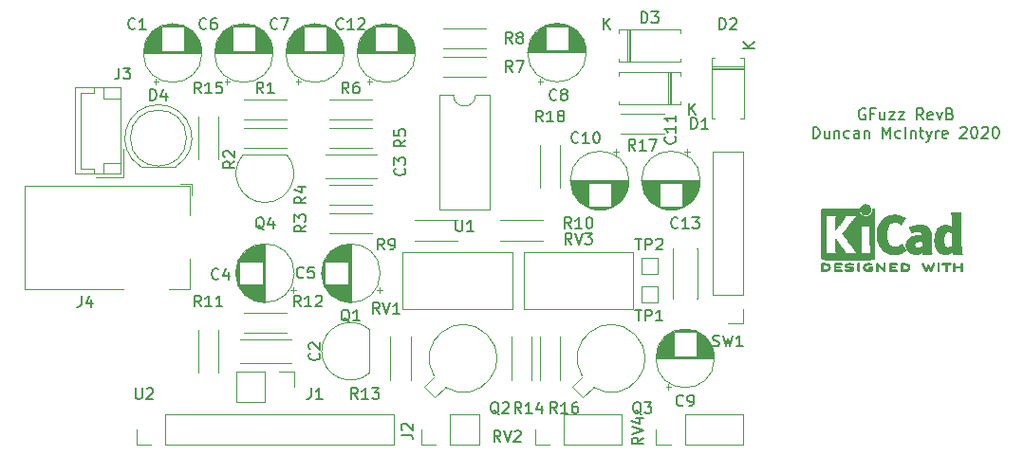
<source format=gbr>
G04 #@! TF.GenerationSoftware,KiCad,Pcbnew,(5.1.4)-1*
G04 #@! TF.CreationDate,2020-01-26T18:27:04+00:00*
G04 #@! TF.ProjectId,GFuzz,4746757a-7a2e-46b6-9963-61645f706362,rev?*
G04 #@! TF.SameCoordinates,Original*
G04 #@! TF.FileFunction,Legend,Top*
G04 #@! TF.FilePolarity,Positive*
%FSLAX46Y46*%
G04 Gerber Fmt 4.6, Leading zero omitted, Abs format (unit mm)*
G04 Created by KiCad (PCBNEW (5.1.4)-1) date 2020-01-26 18:27:04*
%MOMM*%
%LPD*%
G04 APERTURE LIST*
%ADD10C,0.150000*%
%ADD11C,0.010000*%
%ADD12C,0.120000*%
G04 APERTURE END LIST*
D10*
X165925952Y-92655000D02*
X165830714Y-92607380D01*
X165687857Y-92607380D01*
X165545000Y-92655000D01*
X165449761Y-92750238D01*
X165402142Y-92845476D01*
X165354523Y-93035952D01*
X165354523Y-93178809D01*
X165402142Y-93369285D01*
X165449761Y-93464523D01*
X165545000Y-93559761D01*
X165687857Y-93607380D01*
X165783095Y-93607380D01*
X165925952Y-93559761D01*
X165973571Y-93512142D01*
X165973571Y-93178809D01*
X165783095Y-93178809D01*
X166735476Y-93083571D02*
X166402142Y-93083571D01*
X166402142Y-93607380D02*
X166402142Y-92607380D01*
X166878333Y-92607380D01*
X167687857Y-92940714D02*
X167687857Y-93607380D01*
X167259285Y-92940714D02*
X167259285Y-93464523D01*
X167306904Y-93559761D01*
X167402142Y-93607380D01*
X167545000Y-93607380D01*
X167640238Y-93559761D01*
X167687857Y-93512142D01*
X168068809Y-92940714D02*
X168592619Y-92940714D01*
X168068809Y-93607380D01*
X168592619Y-93607380D01*
X168878333Y-92940714D02*
X169402142Y-92940714D01*
X168878333Y-93607380D01*
X169402142Y-93607380D01*
X171116428Y-93607380D02*
X170783095Y-93131190D01*
X170545000Y-93607380D02*
X170545000Y-92607380D01*
X170925952Y-92607380D01*
X171021190Y-92655000D01*
X171068809Y-92702619D01*
X171116428Y-92797857D01*
X171116428Y-92940714D01*
X171068809Y-93035952D01*
X171021190Y-93083571D01*
X170925952Y-93131190D01*
X170545000Y-93131190D01*
X171925952Y-93559761D02*
X171830714Y-93607380D01*
X171640238Y-93607380D01*
X171545000Y-93559761D01*
X171497380Y-93464523D01*
X171497380Y-93083571D01*
X171545000Y-92988333D01*
X171640238Y-92940714D01*
X171830714Y-92940714D01*
X171925952Y-92988333D01*
X171973571Y-93083571D01*
X171973571Y-93178809D01*
X171497380Y-93274047D01*
X172306904Y-92940714D02*
X172545000Y-93607380D01*
X172783095Y-92940714D01*
X173497380Y-93083571D02*
X173640238Y-93131190D01*
X173687857Y-93178809D01*
X173735476Y-93274047D01*
X173735476Y-93416904D01*
X173687857Y-93512142D01*
X173640238Y-93559761D01*
X173545000Y-93607380D01*
X173164047Y-93607380D01*
X173164047Y-92607380D01*
X173497380Y-92607380D01*
X173592619Y-92655000D01*
X173640238Y-92702619D01*
X173687857Y-92797857D01*
X173687857Y-92893095D01*
X173640238Y-92988333D01*
X173592619Y-93035952D01*
X173497380Y-93083571D01*
X173164047Y-93083571D01*
X161283095Y-95257380D02*
X161283095Y-94257380D01*
X161521190Y-94257380D01*
X161664047Y-94305000D01*
X161759285Y-94400238D01*
X161806904Y-94495476D01*
X161854523Y-94685952D01*
X161854523Y-94828809D01*
X161806904Y-95019285D01*
X161759285Y-95114523D01*
X161664047Y-95209761D01*
X161521190Y-95257380D01*
X161283095Y-95257380D01*
X162711666Y-94590714D02*
X162711666Y-95257380D01*
X162283095Y-94590714D02*
X162283095Y-95114523D01*
X162330714Y-95209761D01*
X162425952Y-95257380D01*
X162568809Y-95257380D01*
X162664047Y-95209761D01*
X162711666Y-95162142D01*
X163187857Y-94590714D02*
X163187857Y-95257380D01*
X163187857Y-94685952D02*
X163235476Y-94638333D01*
X163330714Y-94590714D01*
X163473571Y-94590714D01*
X163568809Y-94638333D01*
X163616428Y-94733571D01*
X163616428Y-95257380D01*
X164521190Y-95209761D02*
X164425952Y-95257380D01*
X164235476Y-95257380D01*
X164140238Y-95209761D01*
X164092619Y-95162142D01*
X164045000Y-95066904D01*
X164045000Y-94781190D01*
X164092619Y-94685952D01*
X164140238Y-94638333D01*
X164235476Y-94590714D01*
X164425952Y-94590714D01*
X164521190Y-94638333D01*
X165378333Y-95257380D02*
X165378333Y-94733571D01*
X165330714Y-94638333D01*
X165235476Y-94590714D01*
X165045000Y-94590714D01*
X164949761Y-94638333D01*
X165378333Y-95209761D02*
X165283095Y-95257380D01*
X165045000Y-95257380D01*
X164949761Y-95209761D01*
X164902142Y-95114523D01*
X164902142Y-95019285D01*
X164949761Y-94924047D01*
X165045000Y-94876428D01*
X165283095Y-94876428D01*
X165378333Y-94828809D01*
X165854523Y-94590714D02*
X165854523Y-95257380D01*
X165854523Y-94685952D02*
X165902142Y-94638333D01*
X165997380Y-94590714D01*
X166140238Y-94590714D01*
X166235476Y-94638333D01*
X166283095Y-94733571D01*
X166283095Y-95257380D01*
X167521190Y-95257380D02*
X167521190Y-94257380D01*
X167854523Y-94971666D01*
X168187857Y-94257380D01*
X168187857Y-95257380D01*
X169092619Y-95209761D02*
X168997380Y-95257380D01*
X168806904Y-95257380D01*
X168711666Y-95209761D01*
X168664047Y-95162142D01*
X168616428Y-95066904D01*
X168616428Y-94781190D01*
X168664047Y-94685952D01*
X168711666Y-94638333D01*
X168806904Y-94590714D01*
X168997380Y-94590714D01*
X169092619Y-94638333D01*
X169521190Y-95257380D02*
X169521190Y-94257380D01*
X169997380Y-94590714D02*
X169997380Y-95257380D01*
X169997380Y-94685952D02*
X170045000Y-94638333D01*
X170140238Y-94590714D01*
X170283095Y-94590714D01*
X170378333Y-94638333D01*
X170425952Y-94733571D01*
X170425952Y-95257380D01*
X170759285Y-94590714D02*
X171140238Y-94590714D01*
X170902142Y-94257380D02*
X170902142Y-95114523D01*
X170949761Y-95209761D01*
X171045000Y-95257380D01*
X171140238Y-95257380D01*
X171378333Y-94590714D02*
X171616428Y-95257380D01*
X171854523Y-94590714D02*
X171616428Y-95257380D01*
X171521190Y-95495476D01*
X171473571Y-95543095D01*
X171378333Y-95590714D01*
X172235476Y-95257380D02*
X172235476Y-94590714D01*
X172235476Y-94781190D02*
X172283095Y-94685952D01*
X172330714Y-94638333D01*
X172425952Y-94590714D01*
X172521190Y-94590714D01*
X173235476Y-95209761D02*
X173140238Y-95257380D01*
X172949761Y-95257380D01*
X172854523Y-95209761D01*
X172806904Y-95114523D01*
X172806904Y-94733571D01*
X172854523Y-94638333D01*
X172949761Y-94590714D01*
X173140238Y-94590714D01*
X173235476Y-94638333D01*
X173283095Y-94733571D01*
X173283095Y-94828809D01*
X172806904Y-94924047D01*
X174425952Y-94352619D02*
X174473571Y-94305000D01*
X174568809Y-94257380D01*
X174806904Y-94257380D01*
X174902142Y-94305000D01*
X174949761Y-94352619D01*
X174997380Y-94447857D01*
X174997380Y-94543095D01*
X174949761Y-94685952D01*
X174378333Y-95257380D01*
X174997380Y-95257380D01*
X175616428Y-94257380D02*
X175711666Y-94257380D01*
X175806904Y-94305000D01*
X175854523Y-94352619D01*
X175902142Y-94447857D01*
X175949761Y-94638333D01*
X175949761Y-94876428D01*
X175902142Y-95066904D01*
X175854523Y-95162142D01*
X175806904Y-95209761D01*
X175711666Y-95257380D01*
X175616428Y-95257380D01*
X175521190Y-95209761D01*
X175473571Y-95162142D01*
X175425952Y-95066904D01*
X175378333Y-94876428D01*
X175378333Y-94638333D01*
X175425952Y-94447857D01*
X175473571Y-94352619D01*
X175521190Y-94305000D01*
X175616428Y-94257380D01*
X176330714Y-94352619D02*
X176378333Y-94305000D01*
X176473571Y-94257380D01*
X176711666Y-94257380D01*
X176806904Y-94305000D01*
X176854523Y-94352619D01*
X176902142Y-94447857D01*
X176902142Y-94543095D01*
X176854523Y-94685952D01*
X176283095Y-95257380D01*
X176902142Y-95257380D01*
X177521190Y-94257380D02*
X177616428Y-94257380D01*
X177711666Y-94305000D01*
X177759285Y-94352619D01*
X177806904Y-94447857D01*
X177854523Y-94638333D01*
X177854523Y-94876428D01*
X177806904Y-95066904D01*
X177759285Y-95162142D01*
X177711666Y-95209761D01*
X177616428Y-95257380D01*
X177521190Y-95257380D01*
X177425952Y-95209761D01*
X177378333Y-95162142D01*
X177330714Y-95066904D01*
X177283095Y-94876428D01*
X177283095Y-94638333D01*
X177330714Y-94447857D01*
X177378333Y-94352619D01*
X177425952Y-94305000D01*
X177521190Y-94257380D01*
D11*
G36*
X174503823Y-106414533D02*
G01*
X174535202Y-106436776D01*
X174562911Y-106464485D01*
X174562911Y-106773920D01*
X174562838Y-106865799D01*
X174562495Y-106937840D01*
X174561692Y-106992780D01*
X174560241Y-107033360D01*
X174557952Y-107062317D01*
X174554636Y-107082391D01*
X174550105Y-107096321D01*
X174544169Y-107106845D01*
X174539514Y-107113100D01*
X174508783Y-107137673D01*
X174473496Y-107140341D01*
X174441245Y-107125271D01*
X174430588Y-107116374D01*
X174423464Y-107104557D01*
X174419167Y-107085526D01*
X174416991Y-107054992D01*
X174416228Y-107008662D01*
X174416155Y-106972871D01*
X174416155Y-106838045D01*
X173919444Y-106838045D01*
X173919444Y-106960700D01*
X173918931Y-107016787D01*
X173916876Y-107055333D01*
X173912508Y-107081361D01*
X173905056Y-107099897D01*
X173896047Y-107113100D01*
X173865144Y-107137604D01*
X173830196Y-107140506D01*
X173796738Y-107123089D01*
X173787604Y-107113959D01*
X173781152Y-107101855D01*
X173776897Y-107083001D01*
X173774352Y-107053620D01*
X173773029Y-107009937D01*
X173772443Y-106948175D01*
X173772375Y-106934000D01*
X173771891Y-106817631D01*
X173771641Y-106721727D01*
X173771723Y-106644177D01*
X173772231Y-106582869D01*
X173773262Y-106535690D01*
X173774913Y-106500530D01*
X173777279Y-106475276D01*
X173780457Y-106457817D01*
X173784544Y-106446041D01*
X173789634Y-106437835D01*
X173795266Y-106431645D01*
X173827128Y-106411844D01*
X173860357Y-106414533D01*
X173891735Y-106436776D01*
X173904433Y-106451126D01*
X173912526Y-106466978D01*
X173917042Y-106489554D01*
X173919006Y-106524078D01*
X173919444Y-106575776D01*
X173919444Y-106691289D01*
X174416155Y-106691289D01*
X174416155Y-106572756D01*
X174416662Y-106518148D01*
X174418698Y-106481275D01*
X174423035Y-106457307D01*
X174430447Y-106441415D01*
X174438733Y-106431645D01*
X174470594Y-106411844D01*
X174503823Y-106414533D01*
X174503823Y-106414533D01*
G37*
X174503823Y-106414533D02*
X174535202Y-106436776D01*
X174562911Y-106464485D01*
X174562911Y-106773920D01*
X174562838Y-106865799D01*
X174562495Y-106937840D01*
X174561692Y-106992780D01*
X174560241Y-107033360D01*
X174557952Y-107062317D01*
X174554636Y-107082391D01*
X174550105Y-107096321D01*
X174544169Y-107106845D01*
X174539514Y-107113100D01*
X174508783Y-107137673D01*
X174473496Y-107140341D01*
X174441245Y-107125271D01*
X174430588Y-107116374D01*
X174423464Y-107104557D01*
X174419167Y-107085526D01*
X174416991Y-107054992D01*
X174416228Y-107008662D01*
X174416155Y-106972871D01*
X174416155Y-106838045D01*
X173919444Y-106838045D01*
X173919444Y-106960700D01*
X173918931Y-107016787D01*
X173916876Y-107055333D01*
X173912508Y-107081361D01*
X173905056Y-107099897D01*
X173896047Y-107113100D01*
X173865144Y-107137604D01*
X173830196Y-107140506D01*
X173796738Y-107123089D01*
X173787604Y-107113959D01*
X173781152Y-107101855D01*
X173776897Y-107083001D01*
X173774352Y-107053620D01*
X173773029Y-107009937D01*
X173772443Y-106948175D01*
X173772375Y-106934000D01*
X173771891Y-106817631D01*
X173771641Y-106721727D01*
X173771723Y-106644177D01*
X173772231Y-106582869D01*
X173773262Y-106535690D01*
X173774913Y-106500530D01*
X173777279Y-106475276D01*
X173780457Y-106457817D01*
X173784544Y-106446041D01*
X173789634Y-106437835D01*
X173795266Y-106431645D01*
X173827128Y-106411844D01*
X173860357Y-106414533D01*
X173891735Y-106436776D01*
X173904433Y-106451126D01*
X173912526Y-106466978D01*
X173917042Y-106489554D01*
X173919006Y-106524078D01*
X173919444Y-106575776D01*
X173919444Y-106691289D01*
X174416155Y-106691289D01*
X174416155Y-106572756D01*
X174416662Y-106518148D01*
X174418698Y-106481275D01*
X174423035Y-106457307D01*
X174430447Y-106441415D01*
X174438733Y-106431645D01*
X174470594Y-106411844D01*
X174503823Y-106414533D01*
G36*
X173238065Y-106409163D02*
G01*
X173316772Y-106409542D01*
X173377863Y-106410333D01*
X173423817Y-106411670D01*
X173457114Y-106413683D01*
X173480236Y-106416506D01*
X173495662Y-106420269D01*
X173505871Y-106425105D01*
X173510813Y-106428822D01*
X173536457Y-106461358D01*
X173539559Y-106495138D01*
X173523711Y-106525826D01*
X173513348Y-106538089D01*
X173502196Y-106546450D01*
X173486035Y-106551657D01*
X173460642Y-106554457D01*
X173421798Y-106555596D01*
X173365280Y-106555821D01*
X173354180Y-106555822D01*
X173208244Y-106555822D01*
X173208244Y-106826756D01*
X173208148Y-106912154D01*
X173207711Y-106977864D01*
X173206712Y-107026774D01*
X173204928Y-107061773D01*
X173202137Y-107085749D01*
X173198117Y-107101593D01*
X173192645Y-107112191D01*
X173185666Y-107120267D01*
X173152734Y-107140112D01*
X173118354Y-107138548D01*
X173087176Y-107115906D01*
X173084886Y-107113100D01*
X173077429Y-107102492D01*
X173071747Y-107090081D01*
X173067601Y-107072850D01*
X173064750Y-107047784D01*
X173062954Y-107011867D01*
X173061972Y-106962083D01*
X173061564Y-106895417D01*
X173061489Y-106819589D01*
X173061489Y-106555822D01*
X172922127Y-106555822D01*
X172862322Y-106555418D01*
X172820918Y-106553840D01*
X172793748Y-106550547D01*
X172776646Y-106544992D01*
X172765443Y-106536631D01*
X172764083Y-106535178D01*
X172747725Y-106501939D01*
X172749172Y-106464362D01*
X172767978Y-106431645D01*
X172775250Y-106425298D01*
X172784627Y-106420266D01*
X172798609Y-106416396D01*
X172819696Y-106413537D01*
X172850389Y-106411535D01*
X172893189Y-106410239D01*
X172950595Y-106409498D01*
X173025110Y-106409158D01*
X173119233Y-106409068D01*
X173139260Y-106409067D01*
X173238065Y-106409163D01*
X173238065Y-106409163D01*
G37*
X173238065Y-106409163D02*
X173316772Y-106409542D01*
X173377863Y-106410333D01*
X173423817Y-106411670D01*
X173457114Y-106413683D01*
X173480236Y-106416506D01*
X173495662Y-106420269D01*
X173505871Y-106425105D01*
X173510813Y-106428822D01*
X173536457Y-106461358D01*
X173539559Y-106495138D01*
X173523711Y-106525826D01*
X173513348Y-106538089D01*
X173502196Y-106546450D01*
X173486035Y-106551657D01*
X173460642Y-106554457D01*
X173421798Y-106555596D01*
X173365280Y-106555821D01*
X173354180Y-106555822D01*
X173208244Y-106555822D01*
X173208244Y-106826756D01*
X173208148Y-106912154D01*
X173207711Y-106977864D01*
X173206712Y-107026774D01*
X173204928Y-107061773D01*
X173202137Y-107085749D01*
X173198117Y-107101593D01*
X173192645Y-107112191D01*
X173185666Y-107120267D01*
X173152734Y-107140112D01*
X173118354Y-107138548D01*
X173087176Y-107115906D01*
X173084886Y-107113100D01*
X173077429Y-107102492D01*
X173071747Y-107090081D01*
X173067601Y-107072850D01*
X173064750Y-107047784D01*
X173062954Y-107011867D01*
X173061972Y-106962083D01*
X173061564Y-106895417D01*
X173061489Y-106819589D01*
X173061489Y-106555822D01*
X172922127Y-106555822D01*
X172862322Y-106555418D01*
X172820918Y-106553840D01*
X172793748Y-106550547D01*
X172776646Y-106544992D01*
X172765443Y-106536631D01*
X172764083Y-106535178D01*
X172747725Y-106501939D01*
X172749172Y-106464362D01*
X172767978Y-106431645D01*
X172775250Y-106425298D01*
X172784627Y-106420266D01*
X172798609Y-106416396D01*
X172819696Y-106413537D01*
X172850389Y-106411535D01*
X172893189Y-106410239D01*
X172950595Y-106409498D01*
X173025110Y-106409158D01*
X173119233Y-106409068D01*
X173139260Y-106409067D01*
X173238065Y-106409163D01*
G36*
X172463614Y-106415877D02*
G01*
X172487327Y-106430647D01*
X172513978Y-106452227D01*
X172513978Y-106773773D01*
X172513893Y-106867830D01*
X172513529Y-106941932D01*
X172512724Y-106998704D01*
X172511313Y-107040768D01*
X172509133Y-107070748D01*
X172506021Y-107091267D01*
X172501814Y-107104949D01*
X172496348Y-107114416D01*
X172492472Y-107119082D01*
X172461034Y-107139575D01*
X172425233Y-107138739D01*
X172393873Y-107121264D01*
X172367222Y-107099684D01*
X172367222Y-106452227D01*
X172393873Y-106430647D01*
X172419594Y-106414949D01*
X172440600Y-106409067D01*
X172463614Y-106415877D01*
X172463614Y-106415877D01*
G37*
X172463614Y-106415877D02*
X172487327Y-106430647D01*
X172513978Y-106452227D01*
X172513978Y-106773773D01*
X172513893Y-106867830D01*
X172513529Y-106941932D01*
X172512724Y-106998704D01*
X172511313Y-107040768D01*
X172509133Y-107070748D01*
X172506021Y-107091267D01*
X172501814Y-107104949D01*
X172496348Y-107114416D01*
X172492472Y-107119082D01*
X172461034Y-107139575D01*
X172425233Y-107138739D01*
X172393873Y-107121264D01*
X172367222Y-107099684D01*
X172367222Y-106452227D01*
X172393873Y-106430647D01*
X172419594Y-106414949D01*
X172440600Y-106409067D01*
X172463614Y-106415877D01*
G36*
X172019665Y-106411034D02*
G01*
X172039255Y-106418035D01*
X172040010Y-106418377D01*
X172066613Y-106438678D01*
X172081270Y-106459561D01*
X172084138Y-106469352D01*
X172083996Y-106482361D01*
X172079961Y-106500895D01*
X172071146Y-106527257D01*
X172056669Y-106563752D01*
X172035645Y-106612687D01*
X172007188Y-106676365D01*
X171970415Y-106757093D01*
X171950175Y-106801216D01*
X171913625Y-106879985D01*
X171879315Y-106952423D01*
X171848552Y-107015880D01*
X171822648Y-107067708D01*
X171802910Y-107105259D01*
X171790650Y-107125884D01*
X171788224Y-107128733D01*
X171757183Y-107141302D01*
X171722121Y-107139619D01*
X171694000Y-107124332D01*
X171692854Y-107123089D01*
X171681668Y-107106154D01*
X171662904Y-107073170D01*
X171638875Y-107028380D01*
X171611897Y-106976032D01*
X171602201Y-106956742D01*
X171529014Y-106810150D01*
X171449240Y-106969393D01*
X171420767Y-107024415D01*
X171394350Y-107072132D01*
X171372148Y-107108893D01*
X171356319Y-107131044D01*
X171350954Y-107135741D01*
X171309257Y-107142102D01*
X171274849Y-107128733D01*
X171264728Y-107114446D01*
X171247214Y-107082692D01*
X171223735Y-107036597D01*
X171195720Y-106979285D01*
X171164599Y-106913880D01*
X171131799Y-106843507D01*
X171098750Y-106771291D01*
X171066881Y-106700355D01*
X171037619Y-106633825D01*
X171012395Y-106574826D01*
X170992636Y-106526481D01*
X170979772Y-106491915D01*
X170975231Y-106474253D01*
X170975277Y-106473613D01*
X170986326Y-106451388D01*
X171008410Y-106428753D01*
X171009710Y-106427768D01*
X171036853Y-106412425D01*
X171061958Y-106412574D01*
X171071368Y-106415466D01*
X171082834Y-106421718D01*
X171095010Y-106434014D01*
X171109357Y-106454908D01*
X171127336Y-106486949D01*
X171150407Y-106532688D01*
X171180030Y-106594677D01*
X171206745Y-106651898D01*
X171237480Y-106718226D01*
X171265021Y-106777874D01*
X171287938Y-106827725D01*
X171304798Y-106864664D01*
X171314173Y-106885573D01*
X171315540Y-106888845D01*
X171321689Y-106883497D01*
X171335822Y-106861109D01*
X171356057Y-106824946D01*
X171380515Y-106778277D01*
X171390248Y-106759022D01*
X171423217Y-106694004D01*
X171448643Y-106646654D01*
X171468612Y-106614219D01*
X171485210Y-106593946D01*
X171500524Y-106583082D01*
X171516640Y-106578875D01*
X171527143Y-106578400D01*
X171545670Y-106580042D01*
X171561904Y-106586831D01*
X171578035Y-106601566D01*
X171596251Y-106627044D01*
X171618739Y-106666061D01*
X171647689Y-106721414D01*
X171663662Y-106752903D01*
X171689570Y-106803087D01*
X171712167Y-106844704D01*
X171729458Y-106874242D01*
X171739450Y-106888189D01*
X171740809Y-106888770D01*
X171747261Y-106877793D01*
X171761708Y-106849290D01*
X171782703Y-106806244D01*
X171808797Y-106751638D01*
X171838546Y-106688454D01*
X171853180Y-106657071D01*
X171891250Y-106576078D01*
X171921905Y-106513756D01*
X171946737Y-106468071D01*
X171967337Y-106436989D01*
X171985298Y-106418478D01*
X172002210Y-106410504D01*
X172019665Y-106411034D01*
X172019665Y-106411034D01*
G37*
X172019665Y-106411034D02*
X172039255Y-106418035D01*
X172040010Y-106418377D01*
X172066613Y-106438678D01*
X172081270Y-106459561D01*
X172084138Y-106469352D01*
X172083996Y-106482361D01*
X172079961Y-106500895D01*
X172071146Y-106527257D01*
X172056669Y-106563752D01*
X172035645Y-106612687D01*
X172007188Y-106676365D01*
X171970415Y-106757093D01*
X171950175Y-106801216D01*
X171913625Y-106879985D01*
X171879315Y-106952423D01*
X171848552Y-107015880D01*
X171822648Y-107067708D01*
X171802910Y-107105259D01*
X171790650Y-107125884D01*
X171788224Y-107128733D01*
X171757183Y-107141302D01*
X171722121Y-107139619D01*
X171694000Y-107124332D01*
X171692854Y-107123089D01*
X171681668Y-107106154D01*
X171662904Y-107073170D01*
X171638875Y-107028380D01*
X171611897Y-106976032D01*
X171602201Y-106956742D01*
X171529014Y-106810150D01*
X171449240Y-106969393D01*
X171420767Y-107024415D01*
X171394350Y-107072132D01*
X171372148Y-107108893D01*
X171356319Y-107131044D01*
X171350954Y-107135741D01*
X171309257Y-107142102D01*
X171274849Y-107128733D01*
X171264728Y-107114446D01*
X171247214Y-107082692D01*
X171223735Y-107036597D01*
X171195720Y-106979285D01*
X171164599Y-106913880D01*
X171131799Y-106843507D01*
X171098750Y-106771291D01*
X171066881Y-106700355D01*
X171037619Y-106633825D01*
X171012395Y-106574826D01*
X170992636Y-106526481D01*
X170979772Y-106491915D01*
X170975231Y-106474253D01*
X170975277Y-106473613D01*
X170986326Y-106451388D01*
X171008410Y-106428753D01*
X171009710Y-106427768D01*
X171036853Y-106412425D01*
X171061958Y-106412574D01*
X171071368Y-106415466D01*
X171082834Y-106421718D01*
X171095010Y-106434014D01*
X171109357Y-106454908D01*
X171127336Y-106486949D01*
X171150407Y-106532688D01*
X171180030Y-106594677D01*
X171206745Y-106651898D01*
X171237480Y-106718226D01*
X171265021Y-106777874D01*
X171287938Y-106827725D01*
X171304798Y-106864664D01*
X171314173Y-106885573D01*
X171315540Y-106888845D01*
X171321689Y-106883497D01*
X171335822Y-106861109D01*
X171356057Y-106824946D01*
X171380515Y-106778277D01*
X171390248Y-106759022D01*
X171423217Y-106694004D01*
X171448643Y-106646654D01*
X171468612Y-106614219D01*
X171485210Y-106593946D01*
X171500524Y-106583082D01*
X171516640Y-106578875D01*
X171527143Y-106578400D01*
X171545670Y-106580042D01*
X171561904Y-106586831D01*
X171578035Y-106601566D01*
X171596251Y-106627044D01*
X171618739Y-106666061D01*
X171647689Y-106721414D01*
X171663662Y-106752903D01*
X171689570Y-106803087D01*
X171712167Y-106844704D01*
X171729458Y-106874242D01*
X171739450Y-106888189D01*
X171740809Y-106888770D01*
X171747261Y-106877793D01*
X171761708Y-106849290D01*
X171782703Y-106806244D01*
X171808797Y-106751638D01*
X171838546Y-106688454D01*
X171853180Y-106657071D01*
X171891250Y-106576078D01*
X171921905Y-106513756D01*
X171946737Y-106468071D01*
X171967337Y-106436989D01*
X171985298Y-106418478D01*
X172002210Y-106410504D01*
X172019665Y-106411034D01*
G36*
X169293309Y-106409275D02*
G01*
X169422288Y-106413636D01*
X169531991Y-106426861D01*
X169624226Y-106449741D01*
X169700802Y-106483070D01*
X169763527Y-106527638D01*
X169814212Y-106584236D01*
X169854663Y-106653658D01*
X169855459Y-106655351D01*
X169879601Y-106717483D01*
X169888203Y-106772509D01*
X169881231Y-106827887D01*
X169858654Y-106891073D01*
X169854372Y-106900689D01*
X169825172Y-106956966D01*
X169792356Y-107000451D01*
X169750002Y-107037417D01*
X169692190Y-107074135D01*
X169688831Y-107076052D01*
X169638504Y-107100227D01*
X169581621Y-107118282D01*
X169514527Y-107130839D01*
X169433565Y-107138522D01*
X169335082Y-107141953D01*
X169300286Y-107142251D01*
X169134594Y-107142845D01*
X169111197Y-107113100D01*
X169104257Y-107103319D01*
X169098842Y-107091897D01*
X169094765Y-107076095D01*
X169091837Y-107053175D01*
X169089867Y-107020396D01*
X169089225Y-106996089D01*
X169245844Y-106996089D01*
X169339726Y-106996089D01*
X169394664Y-106994483D01*
X169451060Y-106990255D01*
X169497345Y-106984292D01*
X169500139Y-106983790D01*
X169582348Y-106961736D01*
X169646114Y-106928600D01*
X169693452Y-106882847D01*
X169726382Y-106822939D01*
X169732108Y-106807061D01*
X169737721Y-106782333D01*
X169735291Y-106757902D01*
X169723467Y-106725400D01*
X169716340Y-106709434D01*
X169693000Y-106667006D01*
X169664880Y-106637240D01*
X169633940Y-106616511D01*
X169571966Y-106589537D01*
X169492651Y-106569998D01*
X169400253Y-106558746D01*
X169333333Y-106556270D01*
X169245844Y-106555822D01*
X169245844Y-106996089D01*
X169089225Y-106996089D01*
X169088668Y-106975021D01*
X169088050Y-106914311D01*
X169087825Y-106835526D01*
X169087800Y-106773920D01*
X169087800Y-106464485D01*
X169115509Y-106436776D01*
X169127806Y-106425544D01*
X169141103Y-106417853D01*
X169159672Y-106413040D01*
X169187786Y-106410446D01*
X169229717Y-106409410D01*
X169289737Y-106409270D01*
X169293309Y-106409275D01*
X169293309Y-106409275D01*
G37*
X169293309Y-106409275D02*
X169422288Y-106413636D01*
X169531991Y-106426861D01*
X169624226Y-106449741D01*
X169700802Y-106483070D01*
X169763527Y-106527638D01*
X169814212Y-106584236D01*
X169854663Y-106653658D01*
X169855459Y-106655351D01*
X169879601Y-106717483D01*
X169888203Y-106772509D01*
X169881231Y-106827887D01*
X169858654Y-106891073D01*
X169854372Y-106900689D01*
X169825172Y-106956966D01*
X169792356Y-107000451D01*
X169750002Y-107037417D01*
X169692190Y-107074135D01*
X169688831Y-107076052D01*
X169638504Y-107100227D01*
X169581621Y-107118282D01*
X169514527Y-107130839D01*
X169433565Y-107138522D01*
X169335082Y-107141953D01*
X169300286Y-107142251D01*
X169134594Y-107142845D01*
X169111197Y-107113100D01*
X169104257Y-107103319D01*
X169098842Y-107091897D01*
X169094765Y-107076095D01*
X169091837Y-107053175D01*
X169089867Y-107020396D01*
X169089225Y-106996089D01*
X169245844Y-106996089D01*
X169339726Y-106996089D01*
X169394664Y-106994483D01*
X169451060Y-106990255D01*
X169497345Y-106984292D01*
X169500139Y-106983790D01*
X169582348Y-106961736D01*
X169646114Y-106928600D01*
X169693452Y-106882847D01*
X169726382Y-106822939D01*
X169732108Y-106807061D01*
X169737721Y-106782333D01*
X169735291Y-106757902D01*
X169723467Y-106725400D01*
X169716340Y-106709434D01*
X169693000Y-106667006D01*
X169664880Y-106637240D01*
X169633940Y-106616511D01*
X169571966Y-106589537D01*
X169492651Y-106569998D01*
X169400253Y-106558746D01*
X169333333Y-106556270D01*
X169245844Y-106555822D01*
X169245844Y-106996089D01*
X169089225Y-106996089D01*
X169088668Y-106975021D01*
X169088050Y-106914311D01*
X169087825Y-106835526D01*
X169087800Y-106773920D01*
X169087800Y-106464485D01*
X169115509Y-106436776D01*
X169127806Y-106425544D01*
X169141103Y-106417853D01*
X169159672Y-106413040D01*
X169187786Y-106410446D01*
X169229717Y-106409410D01*
X169289737Y-106409270D01*
X169293309Y-106409275D01*
G36*
X168505343Y-106409260D02*
G01*
X168581701Y-106410174D01*
X168640217Y-106412311D01*
X168683255Y-106416175D01*
X168713183Y-106422267D01*
X168732368Y-106431090D01*
X168743176Y-106443146D01*
X168747973Y-106458939D01*
X168749127Y-106478970D01*
X168749133Y-106481335D01*
X168748131Y-106503992D01*
X168743396Y-106521503D01*
X168732333Y-106534574D01*
X168712348Y-106543913D01*
X168680846Y-106550227D01*
X168635232Y-106554222D01*
X168572913Y-106556606D01*
X168491293Y-106558086D01*
X168466277Y-106558414D01*
X168224200Y-106561467D01*
X168220814Y-106626378D01*
X168217429Y-106691289D01*
X168385576Y-106691289D01*
X168451266Y-106691531D01*
X168498172Y-106692556D01*
X168530083Y-106694811D01*
X168550791Y-106698742D01*
X168564084Y-106704798D01*
X168573755Y-106713424D01*
X168573817Y-106713493D01*
X168591356Y-106747112D01*
X168590722Y-106783448D01*
X168572314Y-106814423D01*
X168568671Y-106817607D01*
X168555741Y-106825812D01*
X168538024Y-106831521D01*
X168511570Y-106835162D01*
X168472432Y-106837167D01*
X168416662Y-106837964D01*
X168380994Y-106838045D01*
X168218555Y-106838045D01*
X168218555Y-106996089D01*
X168465161Y-106996089D01*
X168546580Y-106996231D01*
X168608410Y-106996814D01*
X168653637Y-106998068D01*
X168685248Y-107000227D01*
X168706231Y-107003523D01*
X168719573Y-107008189D01*
X168728261Y-107014457D01*
X168730450Y-107016733D01*
X168746614Y-107048280D01*
X168747797Y-107084168D01*
X168734536Y-107115285D01*
X168724043Y-107125271D01*
X168713129Y-107130769D01*
X168696217Y-107135022D01*
X168670633Y-107138180D01*
X168633701Y-107140392D01*
X168582746Y-107141806D01*
X168515094Y-107142572D01*
X168428069Y-107142838D01*
X168408394Y-107142845D01*
X168319911Y-107142787D01*
X168251227Y-107142467D01*
X168199564Y-107141667D01*
X168162145Y-107140167D01*
X168136190Y-107137749D01*
X168118922Y-107134194D01*
X168107562Y-107129282D01*
X168099332Y-107122795D01*
X168094817Y-107118138D01*
X168088021Y-107109889D01*
X168082712Y-107099669D01*
X168078706Y-107084800D01*
X168075821Y-107062602D01*
X168073874Y-107030393D01*
X168072681Y-106985496D01*
X168072061Y-106925228D01*
X168071829Y-106846911D01*
X168071800Y-106780994D01*
X168071871Y-106688628D01*
X168072208Y-106616117D01*
X168072998Y-106560737D01*
X168074426Y-106519765D01*
X168076679Y-106490478D01*
X168079943Y-106470153D01*
X168084404Y-106456066D01*
X168090248Y-106445495D01*
X168095197Y-106438811D01*
X168118594Y-106409067D01*
X168408774Y-106409067D01*
X168505343Y-106409260D01*
X168505343Y-106409260D01*
G37*
X168505343Y-106409260D02*
X168581701Y-106410174D01*
X168640217Y-106412311D01*
X168683255Y-106416175D01*
X168713183Y-106422267D01*
X168732368Y-106431090D01*
X168743176Y-106443146D01*
X168747973Y-106458939D01*
X168749127Y-106478970D01*
X168749133Y-106481335D01*
X168748131Y-106503992D01*
X168743396Y-106521503D01*
X168732333Y-106534574D01*
X168712348Y-106543913D01*
X168680846Y-106550227D01*
X168635232Y-106554222D01*
X168572913Y-106556606D01*
X168491293Y-106558086D01*
X168466277Y-106558414D01*
X168224200Y-106561467D01*
X168220814Y-106626378D01*
X168217429Y-106691289D01*
X168385576Y-106691289D01*
X168451266Y-106691531D01*
X168498172Y-106692556D01*
X168530083Y-106694811D01*
X168550791Y-106698742D01*
X168564084Y-106704798D01*
X168573755Y-106713424D01*
X168573817Y-106713493D01*
X168591356Y-106747112D01*
X168590722Y-106783448D01*
X168572314Y-106814423D01*
X168568671Y-106817607D01*
X168555741Y-106825812D01*
X168538024Y-106831521D01*
X168511570Y-106835162D01*
X168472432Y-106837167D01*
X168416662Y-106837964D01*
X168380994Y-106838045D01*
X168218555Y-106838045D01*
X168218555Y-106996089D01*
X168465161Y-106996089D01*
X168546580Y-106996231D01*
X168608410Y-106996814D01*
X168653637Y-106998068D01*
X168685248Y-107000227D01*
X168706231Y-107003523D01*
X168719573Y-107008189D01*
X168728261Y-107014457D01*
X168730450Y-107016733D01*
X168746614Y-107048280D01*
X168747797Y-107084168D01*
X168734536Y-107115285D01*
X168724043Y-107125271D01*
X168713129Y-107130769D01*
X168696217Y-107135022D01*
X168670633Y-107138180D01*
X168633701Y-107140392D01*
X168582746Y-107141806D01*
X168515094Y-107142572D01*
X168428069Y-107142838D01*
X168408394Y-107142845D01*
X168319911Y-107142787D01*
X168251227Y-107142467D01*
X168199564Y-107141667D01*
X168162145Y-107140167D01*
X168136190Y-107137749D01*
X168118922Y-107134194D01*
X168107562Y-107129282D01*
X168099332Y-107122795D01*
X168094817Y-107118138D01*
X168088021Y-107109889D01*
X168082712Y-107099669D01*
X168078706Y-107084800D01*
X168075821Y-107062602D01*
X168073874Y-107030393D01*
X168072681Y-106985496D01*
X168072061Y-106925228D01*
X168071829Y-106846911D01*
X168071800Y-106780994D01*
X168071871Y-106688628D01*
X168072208Y-106616117D01*
X168072998Y-106560737D01*
X168074426Y-106519765D01*
X168076679Y-106490478D01*
X168079943Y-106470153D01*
X168084404Y-106456066D01*
X168090248Y-106445495D01*
X168095197Y-106438811D01*
X168118594Y-106409067D01*
X168408774Y-106409067D01*
X168505343Y-106409260D01*
G36*
X166974886Y-106413448D02*
G01*
X166998452Y-106427273D01*
X167029265Y-106449881D01*
X167068922Y-106482338D01*
X167119020Y-106525708D01*
X167181157Y-106581058D01*
X167256928Y-106649451D01*
X167343666Y-106728084D01*
X167524289Y-106891878D01*
X167529933Y-106672029D01*
X167531971Y-106596351D01*
X167533937Y-106539994D01*
X167536266Y-106499706D01*
X167539394Y-106472235D01*
X167543755Y-106454329D01*
X167549784Y-106442737D01*
X167557916Y-106434208D01*
X167562228Y-106430623D01*
X167596759Y-106411670D01*
X167629617Y-106414441D01*
X167655682Y-106430633D01*
X167682333Y-106452199D01*
X167685648Y-106767151D01*
X167686565Y-106859779D01*
X167687032Y-106932544D01*
X167686887Y-106988161D01*
X167685968Y-107029342D01*
X167684113Y-107058803D01*
X167681161Y-107079255D01*
X167676950Y-107093413D01*
X167671318Y-107103991D01*
X167665073Y-107112474D01*
X167651561Y-107128207D01*
X167638117Y-107138636D01*
X167622876Y-107142639D01*
X167603974Y-107139094D01*
X167579545Y-107126879D01*
X167547727Y-107104871D01*
X167506652Y-107071949D01*
X167454458Y-107026991D01*
X167389278Y-106968875D01*
X167315444Y-106902099D01*
X167050155Y-106661458D01*
X167044511Y-106880589D01*
X167042469Y-106956128D01*
X167040498Y-107012354D01*
X167038161Y-107052524D01*
X167035019Y-107079896D01*
X167030636Y-107097728D01*
X167024576Y-107109279D01*
X167016400Y-107117807D01*
X167012216Y-107121282D01*
X166975235Y-107140372D01*
X166940292Y-107137493D01*
X166909864Y-107113100D01*
X166902903Y-107103286D01*
X166897477Y-107091826D01*
X166893397Y-107075968D01*
X166890471Y-107052963D01*
X166888508Y-107020062D01*
X166887317Y-106974516D01*
X166886708Y-106913573D01*
X166886489Y-106834486D01*
X166886466Y-106775956D01*
X166886540Y-106684407D01*
X166886887Y-106612687D01*
X166887699Y-106558045D01*
X166889167Y-106517732D01*
X166891481Y-106488998D01*
X166894833Y-106469093D01*
X166899412Y-106455268D01*
X166905411Y-106444772D01*
X166909864Y-106438811D01*
X166921150Y-106424691D01*
X166931699Y-106414029D01*
X166943107Y-106407892D01*
X166956970Y-106407343D01*
X166974886Y-106413448D01*
X166974886Y-106413448D01*
G37*
X166974886Y-106413448D02*
X166998452Y-106427273D01*
X167029265Y-106449881D01*
X167068922Y-106482338D01*
X167119020Y-106525708D01*
X167181157Y-106581058D01*
X167256928Y-106649451D01*
X167343666Y-106728084D01*
X167524289Y-106891878D01*
X167529933Y-106672029D01*
X167531971Y-106596351D01*
X167533937Y-106539994D01*
X167536266Y-106499706D01*
X167539394Y-106472235D01*
X167543755Y-106454329D01*
X167549784Y-106442737D01*
X167557916Y-106434208D01*
X167562228Y-106430623D01*
X167596759Y-106411670D01*
X167629617Y-106414441D01*
X167655682Y-106430633D01*
X167682333Y-106452199D01*
X167685648Y-106767151D01*
X167686565Y-106859779D01*
X167687032Y-106932544D01*
X167686887Y-106988161D01*
X167685968Y-107029342D01*
X167684113Y-107058803D01*
X167681161Y-107079255D01*
X167676950Y-107093413D01*
X167671318Y-107103991D01*
X167665073Y-107112474D01*
X167651561Y-107128207D01*
X167638117Y-107138636D01*
X167622876Y-107142639D01*
X167603974Y-107139094D01*
X167579545Y-107126879D01*
X167547727Y-107104871D01*
X167506652Y-107071949D01*
X167454458Y-107026991D01*
X167389278Y-106968875D01*
X167315444Y-106902099D01*
X167050155Y-106661458D01*
X167044511Y-106880589D01*
X167042469Y-106956128D01*
X167040498Y-107012354D01*
X167038161Y-107052524D01*
X167035019Y-107079896D01*
X167030636Y-107097728D01*
X167024576Y-107109279D01*
X167016400Y-107117807D01*
X167012216Y-107121282D01*
X166975235Y-107140372D01*
X166940292Y-107137493D01*
X166909864Y-107113100D01*
X166902903Y-107103286D01*
X166897477Y-107091826D01*
X166893397Y-107075968D01*
X166890471Y-107052963D01*
X166888508Y-107020062D01*
X166887317Y-106974516D01*
X166886708Y-106913573D01*
X166886489Y-106834486D01*
X166886466Y-106775956D01*
X166886540Y-106684407D01*
X166886887Y-106612687D01*
X166887699Y-106558045D01*
X166889167Y-106517732D01*
X166891481Y-106488998D01*
X166894833Y-106469093D01*
X166899412Y-106455268D01*
X166905411Y-106444772D01*
X166909864Y-106438811D01*
X166921150Y-106424691D01*
X166931699Y-106414029D01*
X166943107Y-106407892D01*
X166956970Y-106407343D01*
X166974886Y-106413448D01*
G36*
X166324919Y-106414599D02*
G01*
X166393435Y-106426095D01*
X166446057Y-106443967D01*
X166480292Y-106467499D01*
X166489621Y-106480924D01*
X166499107Y-106512148D01*
X166492723Y-106540395D01*
X166472570Y-106567182D01*
X166441255Y-106579713D01*
X166395817Y-106578696D01*
X166360674Y-106571906D01*
X166282581Y-106558971D01*
X166202774Y-106557742D01*
X166113445Y-106568241D01*
X166088771Y-106572690D01*
X166005709Y-106596108D01*
X165940727Y-106630945D01*
X165894539Y-106676604D01*
X165867855Y-106732494D01*
X165862337Y-106761388D01*
X165865949Y-106820012D01*
X165889271Y-106871879D01*
X165930176Y-106915978D01*
X165986541Y-106951299D01*
X166056240Y-106976829D01*
X166137148Y-106991559D01*
X166227140Y-106994478D01*
X166324090Y-106984575D01*
X166329564Y-106983641D01*
X166368125Y-106976459D01*
X166389506Y-106969521D01*
X166398773Y-106959227D01*
X166400994Y-106941976D01*
X166401044Y-106932841D01*
X166401044Y-106894489D01*
X166332569Y-106894489D01*
X166272100Y-106890347D01*
X166230835Y-106877147D01*
X166206825Y-106853730D01*
X166198123Y-106818936D01*
X166198017Y-106814394D01*
X166203108Y-106784654D01*
X166220567Y-106763419D01*
X166253061Y-106749366D01*
X166303257Y-106741173D01*
X166351877Y-106738161D01*
X166422544Y-106736433D01*
X166473802Y-106739070D01*
X166508761Y-106748800D01*
X166530530Y-106768353D01*
X166542220Y-106800456D01*
X166546940Y-106847838D01*
X166547800Y-106910071D01*
X166546391Y-106979535D01*
X166542152Y-107026786D01*
X166535064Y-107052012D01*
X166533689Y-107053988D01*
X166494772Y-107085508D01*
X166437714Y-107110470D01*
X166366131Y-107128340D01*
X166283642Y-107138586D01*
X166193861Y-107140673D01*
X166100408Y-107134068D01*
X166045444Y-107125956D01*
X165959234Y-107101554D01*
X165879108Y-107061662D01*
X165812023Y-107009887D01*
X165801827Y-106999539D01*
X165768698Y-106956035D01*
X165738806Y-106902118D01*
X165715643Y-106845592D01*
X165702702Y-106794259D01*
X165701142Y-106774544D01*
X165707782Y-106733419D01*
X165725432Y-106682252D01*
X165750703Y-106628394D01*
X165780211Y-106579195D01*
X165806281Y-106546334D01*
X165867235Y-106497452D01*
X165946031Y-106458545D01*
X166039843Y-106430494D01*
X166145850Y-106414179D01*
X166243000Y-106410192D01*
X166324919Y-106414599D01*
X166324919Y-106414599D01*
G37*
X166324919Y-106414599D02*
X166393435Y-106426095D01*
X166446057Y-106443967D01*
X166480292Y-106467499D01*
X166489621Y-106480924D01*
X166499107Y-106512148D01*
X166492723Y-106540395D01*
X166472570Y-106567182D01*
X166441255Y-106579713D01*
X166395817Y-106578696D01*
X166360674Y-106571906D01*
X166282581Y-106558971D01*
X166202774Y-106557742D01*
X166113445Y-106568241D01*
X166088771Y-106572690D01*
X166005709Y-106596108D01*
X165940727Y-106630945D01*
X165894539Y-106676604D01*
X165867855Y-106732494D01*
X165862337Y-106761388D01*
X165865949Y-106820012D01*
X165889271Y-106871879D01*
X165930176Y-106915978D01*
X165986541Y-106951299D01*
X166056240Y-106976829D01*
X166137148Y-106991559D01*
X166227140Y-106994478D01*
X166324090Y-106984575D01*
X166329564Y-106983641D01*
X166368125Y-106976459D01*
X166389506Y-106969521D01*
X166398773Y-106959227D01*
X166400994Y-106941976D01*
X166401044Y-106932841D01*
X166401044Y-106894489D01*
X166332569Y-106894489D01*
X166272100Y-106890347D01*
X166230835Y-106877147D01*
X166206825Y-106853730D01*
X166198123Y-106818936D01*
X166198017Y-106814394D01*
X166203108Y-106784654D01*
X166220567Y-106763419D01*
X166253061Y-106749366D01*
X166303257Y-106741173D01*
X166351877Y-106738161D01*
X166422544Y-106736433D01*
X166473802Y-106739070D01*
X166508761Y-106748800D01*
X166530530Y-106768353D01*
X166542220Y-106800456D01*
X166546940Y-106847838D01*
X166547800Y-106910071D01*
X166546391Y-106979535D01*
X166542152Y-107026786D01*
X166535064Y-107052012D01*
X166533689Y-107053988D01*
X166494772Y-107085508D01*
X166437714Y-107110470D01*
X166366131Y-107128340D01*
X166283642Y-107138586D01*
X166193861Y-107140673D01*
X166100408Y-107134068D01*
X166045444Y-107125956D01*
X165959234Y-107101554D01*
X165879108Y-107061662D01*
X165812023Y-107009887D01*
X165801827Y-106999539D01*
X165768698Y-106956035D01*
X165738806Y-106902118D01*
X165715643Y-106845592D01*
X165702702Y-106794259D01*
X165701142Y-106774544D01*
X165707782Y-106733419D01*
X165725432Y-106682252D01*
X165750703Y-106628394D01*
X165780211Y-106579195D01*
X165806281Y-106546334D01*
X165867235Y-106497452D01*
X165946031Y-106458545D01*
X166039843Y-106430494D01*
X166145850Y-106414179D01*
X166243000Y-106410192D01*
X166324919Y-106414599D01*
G36*
X165351178Y-106431645D02*
G01*
X165357758Y-106439218D01*
X165362921Y-106448987D01*
X165366836Y-106463571D01*
X165369676Y-106485585D01*
X165371613Y-106517648D01*
X165372817Y-106562375D01*
X165373461Y-106622385D01*
X165373716Y-106700294D01*
X165373755Y-106775956D01*
X165373686Y-106869802D01*
X165373362Y-106943689D01*
X165372614Y-107000232D01*
X165371268Y-107042049D01*
X165369154Y-107071757D01*
X165366100Y-107091973D01*
X165361934Y-107105314D01*
X165356484Y-107114398D01*
X165351178Y-107120267D01*
X165318174Y-107139947D01*
X165283009Y-107138181D01*
X165251545Y-107116717D01*
X165244316Y-107108337D01*
X165238666Y-107098614D01*
X165234401Y-107084861D01*
X165231327Y-107064389D01*
X165229248Y-107034512D01*
X165227970Y-106992541D01*
X165227299Y-106935789D01*
X165227041Y-106861567D01*
X165227000Y-106777537D01*
X165227000Y-106464485D01*
X165254709Y-106436776D01*
X165288863Y-106413463D01*
X165321994Y-106412623D01*
X165351178Y-106431645D01*
X165351178Y-106431645D01*
G37*
X165351178Y-106431645D02*
X165357758Y-106439218D01*
X165362921Y-106448987D01*
X165366836Y-106463571D01*
X165369676Y-106485585D01*
X165371613Y-106517648D01*
X165372817Y-106562375D01*
X165373461Y-106622385D01*
X165373716Y-106700294D01*
X165373755Y-106775956D01*
X165373686Y-106869802D01*
X165373362Y-106943689D01*
X165372614Y-107000232D01*
X165371268Y-107042049D01*
X165369154Y-107071757D01*
X165366100Y-107091973D01*
X165361934Y-107105314D01*
X165356484Y-107114398D01*
X165351178Y-107120267D01*
X165318174Y-107139947D01*
X165283009Y-107138181D01*
X165251545Y-107116717D01*
X165244316Y-107108337D01*
X165238666Y-107098614D01*
X165234401Y-107084861D01*
X165231327Y-107064389D01*
X165229248Y-107034512D01*
X165227970Y-106992541D01*
X165227299Y-106935789D01*
X165227041Y-106861567D01*
X165227000Y-106777537D01*
X165227000Y-106464485D01*
X165254709Y-106436776D01*
X165288863Y-106413463D01*
X165321994Y-106412623D01*
X165351178Y-106431645D01*
G36*
X164583297Y-106410351D02*
G01*
X164658112Y-106415581D01*
X164727694Y-106423750D01*
X164787998Y-106434550D01*
X164834980Y-106447673D01*
X164864594Y-106462813D01*
X164869140Y-106467269D01*
X164884946Y-106501850D01*
X164880153Y-106537351D01*
X164855636Y-106567725D01*
X164854466Y-106568596D01*
X164840046Y-106577954D01*
X164824992Y-106582876D01*
X164803995Y-106583473D01*
X164771743Y-106579861D01*
X164722927Y-106572154D01*
X164719000Y-106571505D01*
X164646261Y-106562569D01*
X164567783Y-106558161D01*
X164489073Y-106558119D01*
X164415639Y-106562279D01*
X164352989Y-106570479D01*
X164306630Y-106582557D01*
X164303584Y-106583771D01*
X164269952Y-106602615D01*
X164258136Y-106621685D01*
X164267386Y-106640439D01*
X164296953Y-106658337D01*
X164346089Y-106674837D01*
X164414043Y-106689396D01*
X164459355Y-106696406D01*
X164553544Y-106709889D01*
X164628456Y-106722214D01*
X164687283Y-106734449D01*
X164733215Y-106747661D01*
X164769445Y-106762917D01*
X164799162Y-106781285D01*
X164825558Y-106803831D01*
X164846770Y-106825971D01*
X164871935Y-106856819D01*
X164884319Y-106883345D01*
X164888192Y-106916026D01*
X164888333Y-106927995D01*
X164885424Y-106967712D01*
X164873798Y-106997259D01*
X164853677Y-107023486D01*
X164812784Y-107063576D01*
X164767183Y-107094149D01*
X164713487Y-107116203D01*
X164648308Y-107130735D01*
X164568256Y-107138741D01*
X164469943Y-107141218D01*
X164453711Y-107141177D01*
X164388151Y-107139818D01*
X164323134Y-107136730D01*
X164265748Y-107132356D01*
X164223078Y-107127140D01*
X164219628Y-107126541D01*
X164177204Y-107116491D01*
X164141220Y-107103796D01*
X164120850Y-107092190D01*
X164101893Y-107061572D01*
X164100573Y-107025918D01*
X164116915Y-106994144D01*
X164120571Y-106990551D01*
X164135685Y-106979876D01*
X164154585Y-106975276D01*
X164183838Y-106976059D01*
X164219349Y-106980127D01*
X164259030Y-106983762D01*
X164314655Y-106986828D01*
X164379594Y-106989053D01*
X164447215Y-106990164D01*
X164465000Y-106990237D01*
X164532872Y-106989964D01*
X164582546Y-106988646D01*
X164618390Y-106985827D01*
X164644776Y-106981050D01*
X164666074Y-106973857D01*
X164678874Y-106967867D01*
X164707000Y-106951233D01*
X164724932Y-106936168D01*
X164727553Y-106931897D01*
X164722024Y-106914263D01*
X164695740Y-106897192D01*
X164650522Y-106881458D01*
X164588192Y-106867838D01*
X164569829Y-106864804D01*
X164473910Y-106849738D01*
X164397359Y-106837146D01*
X164337220Y-106826111D01*
X164290540Y-106815720D01*
X164254363Y-106805056D01*
X164225735Y-106793205D01*
X164201702Y-106779251D01*
X164179308Y-106762281D01*
X164155598Y-106741378D01*
X164147620Y-106734049D01*
X164119647Y-106706699D01*
X164104840Y-106685029D01*
X164099048Y-106660232D01*
X164098111Y-106628983D01*
X164108425Y-106567705D01*
X164139248Y-106515640D01*
X164190405Y-106472958D01*
X164261717Y-106439825D01*
X164312600Y-106424964D01*
X164367900Y-106415366D01*
X164434147Y-106409936D01*
X164507294Y-106408367D01*
X164583297Y-106410351D01*
X164583297Y-106410351D01*
G37*
X164583297Y-106410351D02*
X164658112Y-106415581D01*
X164727694Y-106423750D01*
X164787998Y-106434550D01*
X164834980Y-106447673D01*
X164864594Y-106462813D01*
X164869140Y-106467269D01*
X164884946Y-106501850D01*
X164880153Y-106537351D01*
X164855636Y-106567725D01*
X164854466Y-106568596D01*
X164840046Y-106577954D01*
X164824992Y-106582876D01*
X164803995Y-106583473D01*
X164771743Y-106579861D01*
X164722927Y-106572154D01*
X164719000Y-106571505D01*
X164646261Y-106562569D01*
X164567783Y-106558161D01*
X164489073Y-106558119D01*
X164415639Y-106562279D01*
X164352989Y-106570479D01*
X164306630Y-106582557D01*
X164303584Y-106583771D01*
X164269952Y-106602615D01*
X164258136Y-106621685D01*
X164267386Y-106640439D01*
X164296953Y-106658337D01*
X164346089Y-106674837D01*
X164414043Y-106689396D01*
X164459355Y-106696406D01*
X164553544Y-106709889D01*
X164628456Y-106722214D01*
X164687283Y-106734449D01*
X164733215Y-106747661D01*
X164769445Y-106762917D01*
X164799162Y-106781285D01*
X164825558Y-106803831D01*
X164846770Y-106825971D01*
X164871935Y-106856819D01*
X164884319Y-106883345D01*
X164888192Y-106916026D01*
X164888333Y-106927995D01*
X164885424Y-106967712D01*
X164873798Y-106997259D01*
X164853677Y-107023486D01*
X164812784Y-107063576D01*
X164767183Y-107094149D01*
X164713487Y-107116203D01*
X164648308Y-107130735D01*
X164568256Y-107138741D01*
X164469943Y-107141218D01*
X164453711Y-107141177D01*
X164388151Y-107139818D01*
X164323134Y-107136730D01*
X164265748Y-107132356D01*
X164223078Y-107127140D01*
X164219628Y-107126541D01*
X164177204Y-107116491D01*
X164141220Y-107103796D01*
X164120850Y-107092190D01*
X164101893Y-107061572D01*
X164100573Y-107025918D01*
X164116915Y-106994144D01*
X164120571Y-106990551D01*
X164135685Y-106979876D01*
X164154585Y-106975276D01*
X164183838Y-106976059D01*
X164219349Y-106980127D01*
X164259030Y-106983762D01*
X164314655Y-106986828D01*
X164379594Y-106989053D01*
X164447215Y-106990164D01*
X164465000Y-106990237D01*
X164532872Y-106989964D01*
X164582546Y-106988646D01*
X164618390Y-106985827D01*
X164644776Y-106981050D01*
X164666074Y-106973857D01*
X164678874Y-106967867D01*
X164707000Y-106951233D01*
X164724932Y-106936168D01*
X164727553Y-106931897D01*
X164722024Y-106914263D01*
X164695740Y-106897192D01*
X164650522Y-106881458D01*
X164588192Y-106867838D01*
X164569829Y-106864804D01*
X164473910Y-106849738D01*
X164397359Y-106837146D01*
X164337220Y-106826111D01*
X164290540Y-106815720D01*
X164254363Y-106805056D01*
X164225735Y-106793205D01*
X164201702Y-106779251D01*
X164179308Y-106762281D01*
X164155598Y-106741378D01*
X164147620Y-106734049D01*
X164119647Y-106706699D01*
X164104840Y-106685029D01*
X164099048Y-106660232D01*
X164098111Y-106628983D01*
X164108425Y-106567705D01*
X164139248Y-106515640D01*
X164190405Y-106472958D01*
X164261717Y-106439825D01*
X164312600Y-106424964D01*
X164367900Y-106415366D01*
X164434147Y-106409936D01*
X164507294Y-106408367D01*
X164583297Y-106410351D01*
G36*
X163562206Y-106409146D02*
G01*
X163631614Y-106409518D01*
X163684003Y-106410385D01*
X163722153Y-106411946D01*
X163748841Y-106414403D01*
X163766847Y-106417957D01*
X163778951Y-106422810D01*
X163787931Y-106429161D01*
X163791182Y-106432084D01*
X163810957Y-106463142D01*
X163814518Y-106498828D01*
X163801509Y-106530510D01*
X163795494Y-106536913D01*
X163785765Y-106543121D01*
X163770099Y-106547910D01*
X163745592Y-106551514D01*
X163709339Y-106554164D01*
X163658435Y-106556095D01*
X163589974Y-106557539D01*
X163527383Y-106558418D01*
X163279666Y-106561467D01*
X163276281Y-106626378D01*
X163272895Y-106691289D01*
X163441042Y-106691289D01*
X163514041Y-106691919D01*
X163567483Y-106694553D01*
X163604372Y-106700309D01*
X163627712Y-106710304D01*
X163640506Y-106725656D01*
X163645758Y-106747482D01*
X163646555Y-106767738D01*
X163644077Y-106792592D01*
X163634723Y-106810906D01*
X163615617Y-106823637D01*
X163583882Y-106831741D01*
X163536641Y-106836176D01*
X163471017Y-106837899D01*
X163435199Y-106838045D01*
X163274022Y-106838045D01*
X163274022Y-106996089D01*
X163522378Y-106996089D01*
X163603787Y-106996202D01*
X163665658Y-106996712D01*
X163711032Y-106997870D01*
X163742946Y-106999930D01*
X163764441Y-107003146D01*
X163778557Y-107007772D01*
X163788332Y-107014059D01*
X163793311Y-107018667D01*
X163810390Y-107045560D01*
X163815889Y-107069467D01*
X163808037Y-107098667D01*
X163793311Y-107120267D01*
X163785454Y-107127066D01*
X163775312Y-107132346D01*
X163760156Y-107136298D01*
X163737259Y-107139113D01*
X163703891Y-107140982D01*
X163657325Y-107142098D01*
X163594833Y-107142651D01*
X163513686Y-107142833D01*
X163471578Y-107142845D01*
X163381402Y-107142765D01*
X163311076Y-107142398D01*
X163257871Y-107141552D01*
X163219060Y-107140036D01*
X163191913Y-107137659D01*
X163173702Y-107134229D01*
X163161700Y-107129554D01*
X163153178Y-107123444D01*
X163149844Y-107120267D01*
X163143245Y-107112670D01*
X163138073Y-107102870D01*
X163134154Y-107088239D01*
X163131316Y-107066152D01*
X163129385Y-107033982D01*
X163128188Y-106989103D01*
X163127552Y-106928889D01*
X163127303Y-106850713D01*
X163127266Y-106777923D01*
X163127300Y-106684707D01*
X163127535Y-106611431D01*
X163128170Y-106555458D01*
X163129406Y-106514151D01*
X163131444Y-106484872D01*
X163134483Y-106464984D01*
X163138723Y-106451850D01*
X163144365Y-106442832D01*
X163151609Y-106435293D01*
X163153394Y-106433612D01*
X163162055Y-106426172D01*
X163172118Y-106420409D01*
X163186375Y-106416112D01*
X163207617Y-106413064D01*
X163238636Y-106411051D01*
X163282223Y-106409860D01*
X163341169Y-106409275D01*
X163418266Y-106409083D01*
X163472999Y-106409067D01*
X163562206Y-106409146D01*
X163562206Y-106409146D01*
G37*
X163562206Y-106409146D02*
X163631614Y-106409518D01*
X163684003Y-106410385D01*
X163722153Y-106411946D01*
X163748841Y-106414403D01*
X163766847Y-106417957D01*
X163778951Y-106422810D01*
X163787931Y-106429161D01*
X163791182Y-106432084D01*
X163810957Y-106463142D01*
X163814518Y-106498828D01*
X163801509Y-106530510D01*
X163795494Y-106536913D01*
X163785765Y-106543121D01*
X163770099Y-106547910D01*
X163745592Y-106551514D01*
X163709339Y-106554164D01*
X163658435Y-106556095D01*
X163589974Y-106557539D01*
X163527383Y-106558418D01*
X163279666Y-106561467D01*
X163276281Y-106626378D01*
X163272895Y-106691289D01*
X163441042Y-106691289D01*
X163514041Y-106691919D01*
X163567483Y-106694553D01*
X163604372Y-106700309D01*
X163627712Y-106710304D01*
X163640506Y-106725656D01*
X163645758Y-106747482D01*
X163646555Y-106767738D01*
X163644077Y-106792592D01*
X163634723Y-106810906D01*
X163615617Y-106823637D01*
X163583882Y-106831741D01*
X163536641Y-106836176D01*
X163471017Y-106837899D01*
X163435199Y-106838045D01*
X163274022Y-106838045D01*
X163274022Y-106996089D01*
X163522378Y-106996089D01*
X163603787Y-106996202D01*
X163665658Y-106996712D01*
X163711032Y-106997870D01*
X163742946Y-106999930D01*
X163764441Y-107003146D01*
X163778557Y-107007772D01*
X163788332Y-107014059D01*
X163793311Y-107018667D01*
X163810390Y-107045560D01*
X163815889Y-107069467D01*
X163808037Y-107098667D01*
X163793311Y-107120267D01*
X163785454Y-107127066D01*
X163775312Y-107132346D01*
X163760156Y-107136298D01*
X163737259Y-107139113D01*
X163703891Y-107140982D01*
X163657325Y-107142098D01*
X163594833Y-107142651D01*
X163513686Y-107142833D01*
X163471578Y-107142845D01*
X163381402Y-107142765D01*
X163311076Y-107142398D01*
X163257871Y-107141552D01*
X163219060Y-107140036D01*
X163191913Y-107137659D01*
X163173702Y-107134229D01*
X163161700Y-107129554D01*
X163153178Y-107123444D01*
X163149844Y-107120267D01*
X163143245Y-107112670D01*
X163138073Y-107102870D01*
X163134154Y-107088239D01*
X163131316Y-107066152D01*
X163129385Y-107033982D01*
X163128188Y-106989103D01*
X163127552Y-106928889D01*
X163127303Y-106850713D01*
X163127266Y-106777923D01*
X163127300Y-106684707D01*
X163127535Y-106611431D01*
X163128170Y-106555458D01*
X163129406Y-106514151D01*
X163131444Y-106484872D01*
X163134483Y-106464984D01*
X163138723Y-106451850D01*
X163144365Y-106442832D01*
X163151609Y-106435293D01*
X163153394Y-106433612D01*
X163162055Y-106426172D01*
X163172118Y-106420409D01*
X163186375Y-106416112D01*
X163207617Y-106413064D01*
X163238636Y-106411051D01*
X163282223Y-106409860D01*
X163341169Y-106409275D01*
X163418266Y-106409083D01*
X163472999Y-106409067D01*
X163562206Y-106409146D01*
G36*
X162153629Y-106409066D02*
G01*
X162193111Y-106409467D01*
X162308800Y-106412259D01*
X162405689Y-106420550D01*
X162487081Y-106435232D01*
X162556277Y-106457193D01*
X162616580Y-106487322D01*
X162671292Y-106526510D01*
X162690833Y-106543532D01*
X162723250Y-106583363D01*
X162752480Y-106637413D01*
X162775009Y-106697323D01*
X162787321Y-106754739D01*
X162788600Y-106775956D01*
X162780583Y-106834769D01*
X162759101Y-106899013D01*
X162728001Y-106959821D01*
X162691134Y-107008330D01*
X162685146Y-107014182D01*
X162634421Y-107055321D01*
X162578875Y-107087435D01*
X162515304Y-107111365D01*
X162440506Y-107127953D01*
X162351278Y-107138041D01*
X162244418Y-107142469D01*
X162195472Y-107142845D01*
X162133238Y-107142545D01*
X162089472Y-107141292D01*
X162060069Y-107138554D01*
X162040921Y-107133801D01*
X162027923Y-107126501D01*
X162020955Y-107120267D01*
X162014374Y-107112694D01*
X162009212Y-107102924D01*
X162005297Y-107088340D01*
X162002457Y-107066326D01*
X162000520Y-107034264D01*
X161999316Y-106989536D01*
X161998672Y-106929526D01*
X161998417Y-106851617D01*
X161998378Y-106775956D01*
X161998130Y-106675041D01*
X161998183Y-106594427D01*
X161999143Y-106555822D01*
X162145133Y-106555822D01*
X162145133Y-106996089D01*
X162238266Y-106996004D01*
X162294307Y-106994396D01*
X162353001Y-106990256D01*
X162401972Y-106984464D01*
X162403462Y-106984226D01*
X162482608Y-106965090D01*
X162543998Y-106935287D01*
X162590695Y-106892878D01*
X162620365Y-106846961D01*
X162638647Y-106796026D01*
X162637229Y-106748200D01*
X162616012Y-106696933D01*
X162574511Y-106643899D01*
X162517002Y-106604600D01*
X162442250Y-106578331D01*
X162392292Y-106569035D01*
X162335584Y-106562507D01*
X162275481Y-106557782D01*
X162224361Y-106555817D01*
X162221333Y-106555808D01*
X162145133Y-106555822D01*
X161999143Y-106555822D01*
X161999740Y-106531851D01*
X162004002Y-106485055D01*
X162012170Y-106451778D01*
X162025444Y-106429759D01*
X162045026Y-106416739D01*
X162072117Y-106410457D01*
X162107918Y-106408653D01*
X162153629Y-106409066D01*
X162153629Y-106409066D01*
G37*
X162153629Y-106409066D02*
X162193111Y-106409467D01*
X162308800Y-106412259D01*
X162405689Y-106420550D01*
X162487081Y-106435232D01*
X162556277Y-106457193D01*
X162616580Y-106487322D01*
X162671292Y-106526510D01*
X162690833Y-106543532D01*
X162723250Y-106583363D01*
X162752480Y-106637413D01*
X162775009Y-106697323D01*
X162787321Y-106754739D01*
X162788600Y-106775956D01*
X162780583Y-106834769D01*
X162759101Y-106899013D01*
X162728001Y-106959821D01*
X162691134Y-107008330D01*
X162685146Y-107014182D01*
X162634421Y-107055321D01*
X162578875Y-107087435D01*
X162515304Y-107111365D01*
X162440506Y-107127953D01*
X162351278Y-107138041D01*
X162244418Y-107142469D01*
X162195472Y-107142845D01*
X162133238Y-107142545D01*
X162089472Y-107141292D01*
X162060069Y-107138554D01*
X162040921Y-107133801D01*
X162027923Y-107126501D01*
X162020955Y-107120267D01*
X162014374Y-107112694D01*
X162009212Y-107102924D01*
X162005297Y-107088340D01*
X162002457Y-107066326D01*
X162000520Y-107034264D01*
X161999316Y-106989536D01*
X161998672Y-106929526D01*
X161998417Y-106851617D01*
X161998378Y-106775956D01*
X161998130Y-106675041D01*
X161998183Y-106594427D01*
X161999143Y-106555822D01*
X162145133Y-106555822D01*
X162145133Y-106996089D01*
X162238266Y-106996004D01*
X162294307Y-106994396D01*
X162353001Y-106990256D01*
X162401972Y-106984464D01*
X162403462Y-106984226D01*
X162482608Y-106965090D01*
X162543998Y-106935287D01*
X162590695Y-106892878D01*
X162620365Y-106846961D01*
X162638647Y-106796026D01*
X162637229Y-106748200D01*
X162616012Y-106696933D01*
X162574511Y-106643899D01*
X162517002Y-106604600D01*
X162442250Y-106578331D01*
X162392292Y-106569035D01*
X162335584Y-106562507D01*
X162275481Y-106557782D01*
X162224361Y-106555817D01*
X162221333Y-106555808D01*
X162145133Y-106555822D01*
X161999143Y-106555822D01*
X161999740Y-106531851D01*
X162004002Y-106485055D01*
X162012170Y-106451778D01*
X162025444Y-106429759D01*
X162045026Y-106416739D01*
X162072117Y-106410457D01*
X162107918Y-106408653D01*
X162153629Y-106409066D01*
G36*
X166001957Y-101166571D02*
G01*
X166098232Y-101190809D01*
X166184816Y-101233641D01*
X166259627Y-101293419D01*
X166320582Y-101368494D01*
X166365601Y-101457220D01*
X166391864Y-101553530D01*
X166397714Y-101650795D01*
X166382860Y-101744654D01*
X166349160Y-101832511D01*
X166298472Y-101911770D01*
X166232655Y-101979836D01*
X166153566Y-102034112D01*
X166063066Y-102072002D01*
X166011800Y-102084426D01*
X165967302Y-102091947D01*
X165933001Y-102094919D01*
X165900040Y-102093094D01*
X165859566Y-102086225D01*
X165826469Y-102079250D01*
X165733053Y-102047741D01*
X165649381Y-101996617D01*
X165577335Y-101927429D01*
X165518800Y-101841728D01*
X165504852Y-101814489D01*
X165488414Y-101778122D01*
X165478106Y-101747582D01*
X165472540Y-101715450D01*
X165470331Y-101674307D01*
X165470052Y-101628222D01*
X165474139Y-101543865D01*
X165487554Y-101474586D01*
X165512744Y-101413961D01*
X165552154Y-101355567D01*
X165590702Y-101311302D01*
X165662594Y-101245484D01*
X165737687Y-101200053D01*
X165820438Y-101172850D01*
X165898072Y-101162576D01*
X166001957Y-101166571D01*
X166001957Y-101166571D01*
G37*
X166001957Y-101166571D02*
X166098232Y-101190809D01*
X166184816Y-101233641D01*
X166259627Y-101293419D01*
X166320582Y-101368494D01*
X166365601Y-101457220D01*
X166391864Y-101553530D01*
X166397714Y-101650795D01*
X166382860Y-101744654D01*
X166349160Y-101832511D01*
X166298472Y-101911770D01*
X166232655Y-101979836D01*
X166153566Y-102034112D01*
X166063066Y-102072002D01*
X166011800Y-102084426D01*
X165967302Y-102091947D01*
X165933001Y-102094919D01*
X165900040Y-102093094D01*
X165859566Y-102086225D01*
X165826469Y-102079250D01*
X165733053Y-102047741D01*
X165649381Y-101996617D01*
X165577335Y-101927429D01*
X165518800Y-101841728D01*
X165504852Y-101814489D01*
X165488414Y-101778122D01*
X165478106Y-101747582D01*
X165472540Y-101715450D01*
X165470331Y-101674307D01*
X165470052Y-101628222D01*
X165474139Y-101543865D01*
X165487554Y-101474586D01*
X165512744Y-101413961D01*
X165552154Y-101355567D01*
X165590702Y-101311302D01*
X165662594Y-101245484D01*
X165737687Y-101200053D01*
X165820438Y-101172850D01*
X165898072Y-101162576D01*
X166001957Y-101166571D01*
G36*
X174461507Y-103612245D02*
G01*
X174461526Y-103846662D01*
X174461552Y-104059603D01*
X174461625Y-104252168D01*
X174461782Y-104425459D01*
X174462064Y-104580576D01*
X174462509Y-104718620D01*
X174463156Y-104840692D01*
X174464045Y-104947894D01*
X174465213Y-105041326D01*
X174466701Y-105122090D01*
X174468546Y-105191286D01*
X174470789Y-105250015D01*
X174473469Y-105299379D01*
X174476623Y-105340478D01*
X174480292Y-105374413D01*
X174484513Y-105402286D01*
X174489327Y-105425198D01*
X174494773Y-105444249D01*
X174500888Y-105460540D01*
X174507712Y-105475173D01*
X174515285Y-105489249D01*
X174523645Y-105503868D01*
X174528839Y-105512974D01*
X174563104Y-105573689D01*
X173704955Y-105573689D01*
X173704955Y-105477733D01*
X173704224Y-105434370D01*
X173702272Y-105401205D01*
X173699463Y-105383424D01*
X173698221Y-105381778D01*
X173686799Y-105388662D01*
X173664084Y-105406505D01*
X173641385Y-105425879D01*
X173586800Y-105466614D01*
X173517321Y-105507617D01*
X173440270Y-105545123D01*
X173362965Y-105575364D01*
X173332113Y-105585012D01*
X173263616Y-105599578D01*
X173180764Y-105609539D01*
X173091371Y-105614583D01*
X173003248Y-105614396D01*
X172924207Y-105608666D01*
X172886511Y-105602858D01*
X172748414Y-105564797D01*
X172621113Y-105507073D01*
X172505292Y-105430211D01*
X172401637Y-105334739D01*
X172310833Y-105221179D01*
X172244031Y-105110381D01*
X172189164Y-104993625D01*
X172147163Y-104874276D01*
X172117167Y-104748283D01*
X172098311Y-104611594D01*
X172089732Y-104460158D01*
X172089006Y-104382711D01*
X172091100Y-104325934D01*
X172920217Y-104325934D01*
X172920424Y-104419002D01*
X172923337Y-104506692D01*
X172929000Y-104583772D01*
X172937455Y-104645009D01*
X172940038Y-104657350D01*
X172971840Y-104764633D01*
X173013498Y-104851658D01*
X173065363Y-104918642D01*
X173127781Y-104965805D01*
X173201100Y-104993365D01*
X173285669Y-105001541D01*
X173381835Y-104990551D01*
X173445311Y-104974829D01*
X173494454Y-104956639D01*
X173548583Y-104930791D01*
X173589244Y-104907089D01*
X173659800Y-104860721D01*
X173659800Y-103710530D01*
X173592392Y-103666962D01*
X173513867Y-103626040D01*
X173429681Y-103599389D01*
X173344557Y-103587465D01*
X173263216Y-103590722D01*
X173190380Y-103609615D01*
X173158426Y-103625184D01*
X173100501Y-103668181D01*
X173051544Y-103724953D01*
X173010390Y-103797575D01*
X172975874Y-103888121D01*
X172946833Y-103998666D01*
X172945552Y-104004533D01*
X172935381Y-104066788D01*
X172927739Y-104144594D01*
X172922670Y-104232720D01*
X172920217Y-104325934D01*
X172091100Y-104325934D01*
X172096857Y-104169895D01*
X172118802Y-103974059D01*
X172154786Y-103795332D01*
X172204759Y-103633845D01*
X172268668Y-103489726D01*
X172346462Y-103363106D01*
X172438089Y-103254115D01*
X172543497Y-103162883D01*
X172588662Y-103131932D01*
X172689611Y-103075785D01*
X172792901Y-103036174D01*
X172902989Y-103012014D01*
X173024330Y-103002219D01*
X173116836Y-103003265D01*
X173246490Y-103014231D01*
X173359084Y-103036046D01*
X173457875Y-103069714D01*
X173546121Y-103116236D01*
X173594986Y-103150448D01*
X173624353Y-103172362D01*
X173646043Y-103187333D01*
X173654253Y-103191733D01*
X173655868Y-103180904D01*
X173657159Y-103150251D01*
X173658138Y-103102526D01*
X173658817Y-103040479D01*
X173659210Y-102966862D01*
X173659330Y-102884427D01*
X173659188Y-102795925D01*
X173658797Y-102704107D01*
X173658171Y-102611724D01*
X173657320Y-102521528D01*
X173656260Y-102436271D01*
X173655001Y-102358703D01*
X173653556Y-102291576D01*
X173651938Y-102237641D01*
X173650161Y-102199650D01*
X173649669Y-102192667D01*
X173642092Y-102122251D01*
X173630531Y-102067102D01*
X173612792Y-102019981D01*
X173586682Y-101973647D01*
X173580415Y-101964067D01*
X173555983Y-101927378D01*
X174461311Y-101927378D01*
X174461507Y-103612245D01*
X174461507Y-103612245D01*
G37*
X174461507Y-103612245D02*
X174461526Y-103846662D01*
X174461552Y-104059603D01*
X174461625Y-104252168D01*
X174461782Y-104425459D01*
X174462064Y-104580576D01*
X174462509Y-104718620D01*
X174463156Y-104840692D01*
X174464045Y-104947894D01*
X174465213Y-105041326D01*
X174466701Y-105122090D01*
X174468546Y-105191286D01*
X174470789Y-105250015D01*
X174473469Y-105299379D01*
X174476623Y-105340478D01*
X174480292Y-105374413D01*
X174484513Y-105402286D01*
X174489327Y-105425198D01*
X174494773Y-105444249D01*
X174500888Y-105460540D01*
X174507712Y-105475173D01*
X174515285Y-105489249D01*
X174523645Y-105503868D01*
X174528839Y-105512974D01*
X174563104Y-105573689D01*
X173704955Y-105573689D01*
X173704955Y-105477733D01*
X173704224Y-105434370D01*
X173702272Y-105401205D01*
X173699463Y-105383424D01*
X173698221Y-105381778D01*
X173686799Y-105388662D01*
X173664084Y-105406505D01*
X173641385Y-105425879D01*
X173586800Y-105466614D01*
X173517321Y-105507617D01*
X173440270Y-105545123D01*
X173362965Y-105575364D01*
X173332113Y-105585012D01*
X173263616Y-105599578D01*
X173180764Y-105609539D01*
X173091371Y-105614583D01*
X173003248Y-105614396D01*
X172924207Y-105608666D01*
X172886511Y-105602858D01*
X172748414Y-105564797D01*
X172621113Y-105507073D01*
X172505292Y-105430211D01*
X172401637Y-105334739D01*
X172310833Y-105221179D01*
X172244031Y-105110381D01*
X172189164Y-104993625D01*
X172147163Y-104874276D01*
X172117167Y-104748283D01*
X172098311Y-104611594D01*
X172089732Y-104460158D01*
X172089006Y-104382711D01*
X172091100Y-104325934D01*
X172920217Y-104325934D01*
X172920424Y-104419002D01*
X172923337Y-104506692D01*
X172929000Y-104583772D01*
X172937455Y-104645009D01*
X172940038Y-104657350D01*
X172971840Y-104764633D01*
X173013498Y-104851658D01*
X173065363Y-104918642D01*
X173127781Y-104965805D01*
X173201100Y-104993365D01*
X173285669Y-105001541D01*
X173381835Y-104990551D01*
X173445311Y-104974829D01*
X173494454Y-104956639D01*
X173548583Y-104930791D01*
X173589244Y-104907089D01*
X173659800Y-104860721D01*
X173659800Y-103710530D01*
X173592392Y-103666962D01*
X173513867Y-103626040D01*
X173429681Y-103599389D01*
X173344557Y-103587465D01*
X173263216Y-103590722D01*
X173190380Y-103609615D01*
X173158426Y-103625184D01*
X173100501Y-103668181D01*
X173051544Y-103724953D01*
X173010390Y-103797575D01*
X172975874Y-103888121D01*
X172946833Y-103998666D01*
X172945552Y-104004533D01*
X172935381Y-104066788D01*
X172927739Y-104144594D01*
X172922670Y-104232720D01*
X172920217Y-104325934D01*
X172091100Y-104325934D01*
X172096857Y-104169895D01*
X172118802Y-103974059D01*
X172154786Y-103795332D01*
X172204759Y-103633845D01*
X172268668Y-103489726D01*
X172346462Y-103363106D01*
X172438089Y-103254115D01*
X172543497Y-103162883D01*
X172588662Y-103131932D01*
X172689611Y-103075785D01*
X172792901Y-103036174D01*
X172902989Y-103012014D01*
X173024330Y-103002219D01*
X173116836Y-103003265D01*
X173246490Y-103014231D01*
X173359084Y-103036046D01*
X173457875Y-103069714D01*
X173546121Y-103116236D01*
X173594986Y-103150448D01*
X173624353Y-103172362D01*
X173646043Y-103187333D01*
X173654253Y-103191733D01*
X173655868Y-103180904D01*
X173657159Y-103150251D01*
X173658138Y-103102526D01*
X173658817Y-103040479D01*
X173659210Y-102966862D01*
X173659330Y-102884427D01*
X173659188Y-102795925D01*
X173658797Y-102704107D01*
X173658171Y-102611724D01*
X173657320Y-102521528D01*
X173656260Y-102436271D01*
X173655001Y-102358703D01*
X173653556Y-102291576D01*
X173651938Y-102237641D01*
X173650161Y-102199650D01*
X173649669Y-102192667D01*
X173642092Y-102122251D01*
X173630531Y-102067102D01*
X173612792Y-102019981D01*
X173586682Y-101973647D01*
X173580415Y-101964067D01*
X173555983Y-101927378D01*
X174461311Y-101927378D01*
X174461507Y-103612245D01*
G36*
X170948574Y-103006552D02*
G01*
X171100492Y-103026567D01*
X171235756Y-103060202D01*
X171355239Y-103107725D01*
X171459815Y-103169405D01*
X171537424Y-103232965D01*
X171606265Y-103307099D01*
X171660006Y-103386871D01*
X171702910Y-103479091D01*
X171718384Y-103522161D01*
X171731244Y-103561142D01*
X171742446Y-103597289D01*
X171752120Y-103632434D01*
X171760396Y-103668410D01*
X171767403Y-103707050D01*
X171773272Y-103750185D01*
X171778131Y-103799649D01*
X171782110Y-103857273D01*
X171785340Y-103924891D01*
X171787949Y-104004334D01*
X171790067Y-104097436D01*
X171791824Y-104206027D01*
X171793349Y-104331942D01*
X171794772Y-104477012D01*
X171796025Y-104619778D01*
X171797351Y-104775968D01*
X171798556Y-104911239D01*
X171799766Y-105027246D01*
X171801106Y-105125645D01*
X171802700Y-105208093D01*
X171804675Y-105276246D01*
X171807156Y-105331760D01*
X171810269Y-105376292D01*
X171814138Y-105411498D01*
X171818889Y-105439034D01*
X171824648Y-105460556D01*
X171831539Y-105477722D01*
X171839689Y-105492186D01*
X171849223Y-105505606D01*
X171860266Y-105519638D01*
X171864566Y-105525071D01*
X171880386Y-105547910D01*
X171887422Y-105563463D01*
X171887444Y-105563922D01*
X171876567Y-105566121D01*
X171845582Y-105568147D01*
X171796957Y-105569942D01*
X171733163Y-105571451D01*
X171656669Y-105572616D01*
X171569944Y-105573380D01*
X171475457Y-105573686D01*
X171464550Y-105573689D01*
X171041657Y-105573689D01*
X171038395Y-105477622D01*
X171035133Y-105381556D01*
X170973044Y-105432543D01*
X170875714Y-105500057D01*
X170765813Y-105554749D01*
X170679349Y-105584978D01*
X170610278Y-105599666D01*
X170526925Y-105609659D01*
X170437159Y-105614646D01*
X170348845Y-105614313D01*
X170269851Y-105608351D01*
X170233622Y-105602638D01*
X170093603Y-105564776D01*
X169967178Y-105509932D01*
X169855260Y-105438924D01*
X169758762Y-105352568D01*
X169678600Y-105251679D01*
X169615687Y-105137076D01*
X169571312Y-105010984D01*
X169558978Y-104954401D01*
X169551368Y-104892202D01*
X169547739Y-104817363D01*
X169547245Y-104783467D01*
X169547310Y-104780282D01*
X170307248Y-104780282D01*
X170316541Y-104855333D01*
X170344728Y-104919160D01*
X170393197Y-104974798D01*
X170398254Y-104979211D01*
X170446548Y-105014037D01*
X170498257Y-105036620D01*
X170558989Y-105048540D01*
X170634352Y-105051383D01*
X170652459Y-105050978D01*
X170706278Y-105048325D01*
X170746308Y-105042909D01*
X170781324Y-105032745D01*
X170820103Y-105015850D01*
X170830745Y-105010672D01*
X170891396Y-104974844D01*
X170938215Y-104932212D01*
X170950952Y-104916973D01*
X170995622Y-104860462D01*
X170995622Y-104664586D01*
X170995086Y-104585939D01*
X170993396Y-104527988D01*
X170990428Y-104488875D01*
X170986057Y-104466741D01*
X170981972Y-104460274D01*
X170966047Y-104457111D01*
X170932264Y-104454488D01*
X170885340Y-104452655D01*
X170829993Y-104451857D01*
X170821106Y-104451842D01*
X170700330Y-104457096D01*
X170597660Y-104473263D01*
X170511106Y-104500961D01*
X170438681Y-104540808D01*
X170383751Y-104587758D01*
X170339204Y-104645645D01*
X170314480Y-104708693D01*
X170307248Y-104780282D01*
X169547310Y-104780282D01*
X169549178Y-104689712D01*
X169557522Y-104610812D01*
X169573768Y-104539590D01*
X169599405Y-104468864D01*
X169623401Y-104416493D01*
X169682020Y-104321196D01*
X169760117Y-104233170D01*
X169855315Y-104154017D01*
X169965238Y-104085340D01*
X170087510Y-104028741D01*
X170219755Y-103985821D01*
X170284422Y-103970882D01*
X170420604Y-103948777D01*
X170569049Y-103934194D01*
X170720505Y-103927813D01*
X170847064Y-103929445D01*
X171008950Y-103936224D01*
X171001530Y-103877245D01*
X170982238Y-103778092D01*
X170951104Y-103697372D01*
X170907269Y-103634466D01*
X170849871Y-103588756D01*
X170778048Y-103559622D01*
X170690941Y-103546447D01*
X170587686Y-103548611D01*
X170549711Y-103552612D01*
X170408520Y-103577780D01*
X170271707Y-103618814D01*
X170177178Y-103656815D01*
X170132018Y-103676190D01*
X170093585Y-103691760D01*
X170067234Y-103701405D01*
X170059546Y-103703452D01*
X170049802Y-103694374D01*
X170033083Y-103665405D01*
X170009232Y-103616217D01*
X169978093Y-103546484D01*
X169939507Y-103455879D01*
X169932910Y-103440089D01*
X169902853Y-103367772D01*
X169875874Y-103302425D01*
X169853136Y-103246906D01*
X169835806Y-103204072D01*
X169825048Y-103176781D01*
X169821941Y-103167942D01*
X169831940Y-103163187D01*
X169858217Y-103157910D01*
X169886489Y-103154231D01*
X169916646Y-103149474D01*
X169964433Y-103140028D01*
X170025612Y-103126820D01*
X170095946Y-103110776D01*
X170171194Y-103092820D01*
X170199755Y-103085797D01*
X170304816Y-103060209D01*
X170392480Y-103040147D01*
X170467068Y-103024969D01*
X170532903Y-103014035D01*
X170594307Y-103006704D01*
X170655602Y-103002335D01*
X170721110Y-103000287D01*
X170779128Y-102999889D01*
X170948574Y-103006552D01*
X170948574Y-103006552D01*
G37*
X170948574Y-103006552D02*
X171100492Y-103026567D01*
X171235756Y-103060202D01*
X171355239Y-103107725D01*
X171459815Y-103169405D01*
X171537424Y-103232965D01*
X171606265Y-103307099D01*
X171660006Y-103386871D01*
X171702910Y-103479091D01*
X171718384Y-103522161D01*
X171731244Y-103561142D01*
X171742446Y-103597289D01*
X171752120Y-103632434D01*
X171760396Y-103668410D01*
X171767403Y-103707050D01*
X171773272Y-103750185D01*
X171778131Y-103799649D01*
X171782110Y-103857273D01*
X171785340Y-103924891D01*
X171787949Y-104004334D01*
X171790067Y-104097436D01*
X171791824Y-104206027D01*
X171793349Y-104331942D01*
X171794772Y-104477012D01*
X171796025Y-104619778D01*
X171797351Y-104775968D01*
X171798556Y-104911239D01*
X171799766Y-105027246D01*
X171801106Y-105125645D01*
X171802700Y-105208093D01*
X171804675Y-105276246D01*
X171807156Y-105331760D01*
X171810269Y-105376292D01*
X171814138Y-105411498D01*
X171818889Y-105439034D01*
X171824648Y-105460556D01*
X171831539Y-105477722D01*
X171839689Y-105492186D01*
X171849223Y-105505606D01*
X171860266Y-105519638D01*
X171864566Y-105525071D01*
X171880386Y-105547910D01*
X171887422Y-105563463D01*
X171887444Y-105563922D01*
X171876567Y-105566121D01*
X171845582Y-105568147D01*
X171796957Y-105569942D01*
X171733163Y-105571451D01*
X171656669Y-105572616D01*
X171569944Y-105573380D01*
X171475457Y-105573686D01*
X171464550Y-105573689D01*
X171041657Y-105573689D01*
X171038395Y-105477622D01*
X171035133Y-105381556D01*
X170973044Y-105432543D01*
X170875714Y-105500057D01*
X170765813Y-105554749D01*
X170679349Y-105584978D01*
X170610278Y-105599666D01*
X170526925Y-105609659D01*
X170437159Y-105614646D01*
X170348845Y-105614313D01*
X170269851Y-105608351D01*
X170233622Y-105602638D01*
X170093603Y-105564776D01*
X169967178Y-105509932D01*
X169855260Y-105438924D01*
X169758762Y-105352568D01*
X169678600Y-105251679D01*
X169615687Y-105137076D01*
X169571312Y-105010984D01*
X169558978Y-104954401D01*
X169551368Y-104892202D01*
X169547739Y-104817363D01*
X169547245Y-104783467D01*
X169547310Y-104780282D01*
X170307248Y-104780282D01*
X170316541Y-104855333D01*
X170344728Y-104919160D01*
X170393197Y-104974798D01*
X170398254Y-104979211D01*
X170446548Y-105014037D01*
X170498257Y-105036620D01*
X170558989Y-105048540D01*
X170634352Y-105051383D01*
X170652459Y-105050978D01*
X170706278Y-105048325D01*
X170746308Y-105042909D01*
X170781324Y-105032745D01*
X170820103Y-105015850D01*
X170830745Y-105010672D01*
X170891396Y-104974844D01*
X170938215Y-104932212D01*
X170950952Y-104916973D01*
X170995622Y-104860462D01*
X170995622Y-104664586D01*
X170995086Y-104585939D01*
X170993396Y-104527988D01*
X170990428Y-104488875D01*
X170986057Y-104466741D01*
X170981972Y-104460274D01*
X170966047Y-104457111D01*
X170932264Y-104454488D01*
X170885340Y-104452655D01*
X170829993Y-104451857D01*
X170821106Y-104451842D01*
X170700330Y-104457096D01*
X170597660Y-104473263D01*
X170511106Y-104500961D01*
X170438681Y-104540808D01*
X170383751Y-104587758D01*
X170339204Y-104645645D01*
X170314480Y-104708693D01*
X170307248Y-104780282D01*
X169547310Y-104780282D01*
X169549178Y-104689712D01*
X169557522Y-104610812D01*
X169573768Y-104539590D01*
X169599405Y-104468864D01*
X169623401Y-104416493D01*
X169682020Y-104321196D01*
X169760117Y-104233170D01*
X169855315Y-104154017D01*
X169965238Y-104085340D01*
X170087510Y-104028741D01*
X170219755Y-103985821D01*
X170284422Y-103970882D01*
X170420604Y-103948777D01*
X170569049Y-103934194D01*
X170720505Y-103927813D01*
X170847064Y-103929445D01*
X171008950Y-103936224D01*
X171001530Y-103877245D01*
X170982238Y-103778092D01*
X170951104Y-103697372D01*
X170907269Y-103634466D01*
X170849871Y-103588756D01*
X170778048Y-103559622D01*
X170690941Y-103546447D01*
X170587686Y-103548611D01*
X170549711Y-103552612D01*
X170408520Y-103577780D01*
X170271707Y-103618814D01*
X170177178Y-103656815D01*
X170132018Y-103676190D01*
X170093585Y-103691760D01*
X170067234Y-103701405D01*
X170059546Y-103703452D01*
X170049802Y-103694374D01*
X170033083Y-103665405D01*
X170009232Y-103616217D01*
X169978093Y-103546484D01*
X169939507Y-103455879D01*
X169932910Y-103440089D01*
X169902853Y-103367772D01*
X169875874Y-103302425D01*
X169853136Y-103246906D01*
X169835806Y-103204072D01*
X169825048Y-103176781D01*
X169821941Y-103167942D01*
X169831940Y-103163187D01*
X169858217Y-103157910D01*
X169886489Y-103154231D01*
X169916646Y-103149474D01*
X169964433Y-103140028D01*
X170025612Y-103126820D01*
X170095946Y-103110776D01*
X170171194Y-103092820D01*
X170199755Y-103085797D01*
X170304816Y-103060209D01*
X170392480Y-103040147D01*
X170467068Y-103024969D01*
X170532903Y-103014035D01*
X170594307Y-103006704D01*
X170655602Y-103002335D01*
X170721110Y-103000287D01*
X170779128Y-102999889D01*
X170948574Y-103006552D01*
G36*
X168603429Y-102089071D02*
G01*
X168763570Y-102110245D01*
X168927510Y-102150385D01*
X169097313Y-102209889D01*
X169275043Y-102289154D01*
X169286310Y-102294699D01*
X169344005Y-102322725D01*
X169395552Y-102346802D01*
X169437191Y-102365249D01*
X169465162Y-102376386D01*
X169474733Y-102378933D01*
X169493950Y-102383941D01*
X169498561Y-102388147D01*
X169493458Y-102398580D01*
X169477418Y-102424868D01*
X169452288Y-102464257D01*
X169419914Y-102513991D01*
X169382143Y-102571315D01*
X169340822Y-102633476D01*
X169297798Y-102697718D01*
X169254917Y-102761285D01*
X169214026Y-102821425D01*
X169176971Y-102875380D01*
X169145600Y-102920397D01*
X169121759Y-102953721D01*
X169107294Y-102972597D01*
X169105309Y-102974787D01*
X169095191Y-102970138D01*
X169072850Y-102952962D01*
X169042280Y-102926440D01*
X169026536Y-102911964D01*
X168930047Y-102836682D01*
X168823336Y-102781241D01*
X168707832Y-102746141D01*
X168584962Y-102731880D01*
X168515561Y-102733051D01*
X168394423Y-102750212D01*
X168285205Y-102786094D01*
X168187582Y-102840959D01*
X168101228Y-102915070D01*
X168025815Y-103008688D01*
X167961018Y-103122076D01*
X167923601Y-103208667D01*
X167879748Y-103344366D01*
X167847428Y-103491850D01*
X167826557Y-103647314D01*
X167817051Y-103806956D01*
X167818827Y-103966973D01*
X167831803Y-104123561D01*
X167855894Y-104272918D01*
X167891018Y-104411240D01*
X167937092Y-104534724D01*
X167953373Y-104568978D01*
X168021620Y-104683064D01*
X168102079Y-104779557D01*
X168193570Y-104857670D01*
X168294911Y-104916617D01*
X168404920Y-104955612D01*
X168522415Y-104973868D01*
X168563883Y-104975211D01*
X168685441Y-104964290D01*
X168805878Y-104931474D01*
X168923666Y-104877439D01*
X169037277Y-104802865D01*
X169128685Y-104724539D01*
X169175215Y-104680008D01*
X169356483Y-104977271D01*
X169401580Y-105051433D01*
X169442819Y-105119646D01*
X169478735Y-105179459D01*
X169507866Y-105228420D01*
X169528750Y-105264079D01*
X169539924Y-105283984D01*
X169541375Y-105287079D01*
X169533146Y-105296718D01*
X169507567Y-105313999D01*
X169467873Y-105337283D01*
X169417297Y-105364934D01*
X169359074Y-105395315D01*
X169296437Y-105426790D01*
X169232621Y-105457722D01*
X169170860Y-105486473D01*
X169114388Y-105511408D01*
X169066438Y-105530889D01*
X169042986Y-105539318D01*
X168909221Y-105577133D01*
X168771327Y-105602136D01*
X168623622Y-105615140D01*
X168496833Y-105617468D01*
X168428878Y-105616373D01*
X168363277Y-105614275D01*
X168305847Y-105611434D01*
X168262403Y-105608106D01*
X168248298Y-105606422D01*
X168109284Y-105577587D01*
X167967757Y-105532468D01*
X167830275Y-105473750D01*
X167703394Y-105404120D01*
X167625889Y-105351441D01*
X167498481Y-105243239D01*
X167380178Y-105116671D01*
X167273172Y-104974866D01*
X167179652Y-104820951D01*
X167101810Y-104658053D01*
X167057956Y-104540756D01*
X167007708Y-104357128D01*
X166974209Y-104162581D01*
X166957449Y-103961325D01*
X166957416Y-103757568D01*
X166974101Y-103555521D01*
X167007493Y-103359392D01*
X167057580Y-103173391D01*
X167061397Y-103161803D01*
X167124281Y-102999750D01*
X167201028Y-102851832D01*
X167294242Y-102713865D01*
X167406527Y-102581661D01*
X167450392Y-102536399D01*
X167586534Y-102412457D01*
X167726491Y-102309915D01*
X167872411Y-102227656D01*
X168026442Y-102164564D01*
X168190732Y-102119523D01*
X168286289Y-102102033D01*
X168445023Y-102086466D01*
X168603429Y-102089071D01*
X168603429Y-102089071D01*
G37*
X168603429Y-102089071D02*
X168763570Y-102110245D01*
X168927510Y-102150385D01*
X169097313Y-102209889D01*
X169275043Y-102289154D01*
X169286310Y-102294699D01*
X169344005Y-102322725D01*
X169395552Y-102346802D01*
X169437191Y-102365249D01*
X169465162Y-102376386D01*
X169474733Y-102378933D01*
X169493950Y-102383941D01*
X169498561Y-102388147D01*
X169493458Y-102398580D01*
X169477418Y-102424868D01*
X169452288Y-102464257D01*
X169419914Y-102513991D01*
X169382143Y-102571315D01*
X169340822Y-102633476D01*
X169297798Y-102697718D01*
X169254917Y-102761285D01*
X169214026Y-102821425D01*
X169176971Y-102875380D01*
X169145600Y-102920397D01*
X169121759Y-102953721D01*
X169107294Y-102972597D01*
X169105309Y-102974787D01*
X169095191Y-102970138D01*
X169072850Y-102952962D01*
X169042280Y-102926440D01*
X169026536Y-102911964D01*
X168930047Y-102836682D01*
X168823336Y-102781241D01*
X168707832Y-102746141D01*
X168584962Y-102731880D01*
X168515561Y-102733051D01*
X168394423Y-102750212D01*
X168285205Y-102786094D01*
X168187582Y-102840959D01*
X168101228Y-102915070D01*
X168025815Y-103008688D01*
X167961018Y-103122076D01*
X167923601Y-103208667D01*
X167879748Y-103344366D01*
X167847428Y-103491850D01*
X167826557Y-103647314D01*
X167817051Y-103806956D01*
X167818827Y-103966973D01*
X167831803Y-104123561D01*
X167855894Y-104272918D01*
X167891018Y-104411240D01*
X167937092Y-104534724D01*
X167953373Y-104568978D01*
X168021620Y-104683064D01*
X168102079Y-104779557D01*
X168193570Y-104857670D01*
X168294911Y-104916617D01*
X168404920Y-104955612D01*
X168522415Y-104973868D01*
X168563883Y-104975211D01*
X168685441Y-104964290D01*
X168805878Y-104931474D01*
X168923666Y-104877439D01*
X169037277Y-104802865D01*
X169128685Y-104724539D01*
X169175215Y-104680008D01*
X169356483Y-104977271D01*
X169401580Y-105051433D01*
X169442819Y-105119646D01*
X169478735Y-105179459D01*
X169507866Y-105228420D01*
X169528750Y-105264079D01*
X169539924Y-105283984D01*
X169541375Y-105287079D01*
X169533146Y-105296718D01*
X169507567Y-105313999D01*
X169467873Y-105337283D01*
X169417297Y-105364934D01*
X169359074Y-105395315D01*
X169296437Y-105426790D01*
X169232621Y-105457722D01*
X169170860Y-105486473D01*
X169114388Y-105511408D01*
X169066438Y-105530889D01*
X169042986Y-105539318D01*
X168909221Y-105577133D01*
X168771327Y-105602136D01*
X168623622Y-105615140D01*
X168496833Y-105617468D01*
X168428878Y-105616373D01*
X168363277Y-105614275D01*
X168305847Y-105611434D01*
X168262403Y-105608106D01*
X168248298Y-105606422D01*
X168109284Y-105577587D01*
X167967757Y-105532468D01*
X167830275Y-105473750D01*
X167703394Y-105404120D01*
X167625889Y-105351441D01*
X167498481Y-105243239D01*
X167380178Y-105116671D01*
X167273172Y-104974866D01*
X167179652Y-104820951D01*
X167101810Y-104658053D01*
X167057956Y-104540756D01*
X167007708Y-104357128D01*
X166974209Y-104162581D01*
X166957449Y-103961325D01*
X166957416Y-103757568D01*
X166974101Y-103555521D01*
X167007493Y-103359392D01*
X167057580Y-103173391D01*
X167061397Y-103161803D01*
X167124281Y-102999750D01*
X167201028Y-102851832D01*
X167294242Y-102713865D01*
X167406527Y-102581661D01*
X167450392Y-102536399D01*
X167586534Y-102412457D01*
X167726491Y-102309915D01*
X167872411Y-102227656D01*
X168026442Y-102164564D01*
X168190732Y-102119523D01*
X168286289Y-102102033D01*
X168445023Y-102086466D01*
X168603429Y-102089071D01*
G36*
X165328600Y-101629054D02*
G01*
X165339465Y-101742993D01*
X165371082Y-101850616D01*
X165421985Y-101949615D01*
X165490707Y-102037684D01*
X165575781Y-102112516D01*
X165672768Y-102170384D01*
X165779036Y-102210005D01*
X165886050Y-102228573D01*
X165991700Y-102227434D01*
X166093875Y-102207930D01*
X166190466Y-102171406D01*
X166279362Y-102119205D01*
X166358454Y-102052673D01*
X166425631Y-101973152D01*
X166478783Y-101881987D01*
X166515801Y-101780523D01*
X166534573Y-101670102D01*
X166536511Y-101620206D01*
X166536511Y-101532267D01*
X166588440Y-101532267D01*
X166624747Y-101535111D01*
X166651645Y-101546911D01*
X166678751Y-101570649D01*
X166717133Y-101609031D01*
X166717133Y-103800602D01*
X166717124Y-104062739D01*
X166717092Y-104303241D01*
X166717028Y-104523048D01*
X166716924Y-104723101D01*
X166716773Y-104904344D01*
X166716566Y-105067716D01*
X166716294Y-105214160D01*
X166715950Y-105344617D01*
X166715526Y-105460029D01*
X166715013Y-105561338D01*
X166714403Y-105649484D01*
X166713688Y-105725410D01*
X166712860Y-105790057D01*
X166711911Y-105844367D01*
X166710833Y-105889280D01*
X166709617Y-105925740D01*
X166708255Y-105954687D01*
X166706739Y-105977063D01*
X166705062Y-105993809D01*
X166703214Y-106005868D01*
X166701187Y-106014180D01*
X166698975Y-106019687D01*
X166697892Y-106021537D01*
X166693729Y-106028549D01*
X166690195Y-106034996D01*
X166686365Y-106040900D01*
X166681318Y-106046286D01*
X166674129Y-106051178D01*
X166663877Y-106055598D01*
X166649636Y-106059572D01*
X166630486Y-106063121D01*
X166605501Y-106066270D01*
X166573760Y-106069042D01*
X166534338Y-106071461D01*
X166486314Y-106073551D01*
X166428763Y-106075335D01*
X166360763Y-106076837D01*
X166281390Y-106078080D01*
X166189721Y-106079089D01*
X166084834Y-106079885D01*
X165965804Y-106080494D01*
X165831710Y-106080939D01*
X165681627Y-106081243D01*
X165514633Y-106081430D01*
X165329804Y-106081524D01*
X165126217Y-106081548D01*
X164902950Y-106081525D01*
X164659078Y-106081480D01*
X164393679Y-106081437D01*
X164355296Y-106081432D01*
X164088318Y-106081389D01*
X163842998Y-106081318D01*
X163618417Y-106081213D01*
X163413655Y-106081066D01*
X163227794Y-106080869D01*
X163059912Y-106080616D01*
X162909092Y-106080300D01*
X162774413Y-106079913D01*
X162654956Y-106079447D01*
X162549801Y-106078897D01*
X162458029Y-106078253D01*
X162378721Y-106077511D01*
X162310957Y-106076661D01*
X162253818Y-106075697D01*
X162206383Y-106074611D01*
X162167734Y-106073397D01*
X162136951Y-106072047D01*
X162113115Y-106070555D01*
X162095306Y-106068911D01*
X162082605Y-106067111D01*
X162074092Y-106065145D01*
X162069734Y-106063477D01*
X162061272Y-106059906D01*
X162053503Y-106057270D01*
X162046398Y-106054634D01*
X162039927Y-106051062D01*
X162034061Y-106045621D01*
X162028771Y-106037375D01*
X162024026Y-106025390D01*
X162019798Y-106008731D01*
X162016057Y-105986463D01*
X162012773Y-105957652D01*
X162009917Y-105921363D01*
X162007460Y-105876661D01*
X162005371Y-105822611D01*
X162003622Y-105758279D01*
X162002183Y-105682730D01*
X162001024Y-105595030D01*
X162000117Y-105494243D01*
X161999431Y-105379434D01*
X161998937Y-105249670D01*
X161998605Y-105104015D01*
X161998407Y-104941535D01*
X161998313Y-104761295D01*
X161998292Y-104562360D01*
X161998315Y-104343796D01*
X161998354Y-104104668D01*
X161998378Y-103844040D01*
X161998378Y-103801889D01*
X161998364Y-103538992D01*
X161998339Y-103297732D01*
X161998329Y-103077165D01*
X161998358Y-102876352D01*
X161998452Y-102694349D01*
X161998638Y-102530216D01*
X161998941Y-102383011D01*
X161999386Y-102251792D01*
X161999966Y-102141867D01*
X162302803Y-102141867D01*
X162342593Y-102199711D01*
X162353764Y-102215479D01*
X162363834Y-102229441D01*
X162372862Y-102242784D01*
X162380903Y-102256693D01*
X162388014Y-102272356D01*
X162394253Y-102290958D01*
X162399675Y-102313686D01*
X162404338Y-102341727D01*
X162408299Y-102376267D01*
X162411615Y-102418492D01*
X162414341Y-102469589D01*
X162416536Y-102530744D01*
X162418255Y-102603144D01*
X162419556Y-102687975D01*
X162420495Y-102786422D01*
X162421130Y-102899674D01*
X162421516Y-103028916D01*
X162421712Y-103175334D01*
X162421773Y-103340116D01*
X162421757Y-103524447D01*
X162421720Y-103729513D01*
X162421711Y-103852133D01*
X162421735Y-104069082D01*
X162421769Y-104264642D01*
X162421757Y-104439999D01*
X162421642Y-104596341D01*
X162421370Y-104734857D01*
X162420882Y-104856734D01*
X162420124Y-104963160D01*
X162419038Y-105055322D01*
X162417569Y-105134409D01*
X162415660Y-105201608D01*
X162413256Y-105258107D01*
X162410299Y-105305093D01*
X162406734Y-105343755D01*
X162402505Y-105375280D01*
X162397554Y-105400855D01*
X162391827Y-105421670D01*
X162385267Y-105438911D01*
X162377817Y-105453765D01*
X162369421Y-105467422D01*
X162360024Y-105481069D01*
X162349568Y-105495893D01*
X162343477Y-105504783D01*
X162304704Y-105562400D01*
X162836268Y-105562400D01*
X162959517Y-105562365D01*
X163062013Y-105562215D01*
X163145580Y-105561878D01*
X163212044Y-105561286D01*
X163263229Y-105560367D01*
X163300959Y-105559051D01*
X163327060Y-105557269D01*
X163343356Y-105554951D01*
X163351672Y-105552026D01*
X163353832Y-105548424D01*
X163351661Y-105544075D01*
X163350465Y-105542645D01*
X163325315Y-105505573D01*
X163299417Y-105452772D01*
X163275808Y-105390770D01*
X163267539Y-105364357D01*
X163262922Y-105346416D01*
X163259021Y-105325355D01*
X163255752Y-105299089D01*
X163253034Y-105265532D01*
X163250785Y-105222599D01*
X163248923Y-105168204D01*
X163247364Y-105100262D01*
X163246028Y-105016688D01*
X163244831Y-104915395D01*
X163243692Y-104794300D01*
X163243315Y-104749600D01*
X163242298Y-104624449D01*
X163241540Y-104520082D01*
X163241097Y-104434707D01*
X163241030Y-104366533D01*
X163241395Y-104313765D01*
X163242252Y-104274614D01*
X163243659Y-104247285D01*
X163245675Y-104229986D01*
X163248357Y-104220926D01*
X163251764Y-104218312D01*
X163255956Y-104220351D01*
X163260429Y-104224667D01*
X163270784Y-104237602D01*
X163292842Y-104266676D01*
X163325043Y-104309759D01*
X163365826Y-104364718D01*
X163413630Y-104429423D01*
X163466895Y-104501742D01*
X163524060Y-104579544D01*
X163583563Y-104660698D01*
X163643845Y-104743072D01*
X163703345Y-104824536D01*
X163760502Y-104902957D01*
X163813755Y-104976204D01*
X163861543Y-105042147D01*
X163902307Y-105098654D01*
X163934484Y-105143593D01*
X163956515Y-105174834D01*
X163961083Y-105181466D01*
X163984004Y-105218369D01*
X164010812Y-105266359D01*
X164036211Y-105315897D01*
X164039432Y-105322577D01*
X164061110Y-105370772D01*
X164073696Y-105408334D01*
X164079426Y-105444160D01*
X164080544Y-105486200D01*
X164079910Y-105562400D01*
X165234349Y-105562400D01*
X165143185Y-105468669D01*
X165096388Y-105418775D01*
X165046101Y-105362295D01*
X165000056Y-105308026D01*
X164979631Y-105282673D01*
X164949193Y-105243128D01*
X164909138Y-105189916D01*
X164860639Y-105124667D01*
X164804865Y-105049011D01*
X164742989Y-104964577D01*
X164676181Y-104872994D01*
X164605613Y-104775892D01*
X164532455Y-104674901D01*
X164457879Y-104571650D01*
X164383056Y-104467768D01*
X164309157Y-104364885D01*
X164237354Y-104264631D01*
X164168816Y-104168636D01*
X164104716Y-104078527D01*
X164046225Y-103995936D01*
X163994514Y-103922492D01*
X163950753Y-103859824D01*
X163916115Y-103809561D01*
X163891770Y-103773334D01*
X163878889Y-103752771D01*
X163877131Y-103748668D01*
X163885090Y-103737342D01*
X163905885Y-103710162D01*
X163938153Y-103668829D01*
X163980530Y-103615044D01*
X164031653Y-103550506D01*
X164090159Y-103476918D01*
X164154686Y-103395978D01*
X164223869Y-103309388D01*
X164296347Y-103218848D01*
X164370754Y-103126060D01*
X164430483Y-103051702D01*
X165441489Y-103051702D01*
X165447398Y-103064659D01*
X165461728Y-103086908D01*
X165462775Y-103088391D01*
X165481562Y-103118544D01*
X165501209Y-103155375D01*
X165505108Y-103163511D01*
X165508644Y-103171940D01*
X165511770Y-103182059D01*
X165514514Y-103195260D01*
X165516908Y-103212938D01*
X165518981Y-103236484D01*
X165520765Y-103267293D01*
X165522288Y-103306757D01*
X165523581Y-103356269D01*
X165524674Y-103417223D01*
X165525597Y-103491011D01*
X165526381Y-103579028D01*
X165527055Y-103682665D01*
X165527650Y-103803316D01*
X165528195Y-103942374D01*
X165528721Y-104101232D01*
X165529255Y-104280089D01*
X165529794Y-104465207D01*
X165530228Y-104629145D01*
X165530491Y-104773303D01*
X165530516Y-104899079D01*
X165530235Y-105007871D01*
X165529581Y-105101077D01*
X165528486Y-105180097D01*
X165526882Y-105246328D01*
X165524703Y-105301170D01*
X165521881Y-105346021D01*
X165518349Y-105382278D01*
X165514039Y-105411341D01*
X165508883Y-105434609D01*
X165502815Y-105453479D01*
X165495767Y-105469351D01*
X165487671Y-105483622D01*
X165478460Y-105497691D01*
X165469960Y-105510158D01*
X165452824Y-105536452D01*
X165442678Y-105554037D01*
X165441489Y-105557257D01*
X165452396Y-105558334D01*
X165483589Y-105559335D01*
X165532777Y-105560235D01*
X165597667Y-105561010D01*
X165675970Y-105561637D01*
X165765393Y-105562091D01*
X165863644Y-105562349D01*
X165932555Y-105562400D01*
X166037548Y-105562180D01*
X166134390Y-105561548D01*
X166220893Y-105560549D01*
X166294868Y-105559227D01*
X166354126Y-105557626D01*
X166396480Y-105555791D01*
X166419740Y-105553765D01*
X166423622Y-105552493D01*
X166415924Y-105537591D01*
X166407926Y-105529560D01*
X166394754Y-105512434D01*
X166377515Y-105482183D01*
X166365593Y-105457622D01*
X166338955Y-105398711D01*
X166335880Y-104221845D01*
X166332805Y-103044978D01*
X165887147Y-103044978D01*
X165789330Y-103045142D01*
X165698936Y-103045611D01*
X165618370Y-103046347D01*
X165550038Y-103047316D01*
X165496344Y-103048480D01*
X165459695Y-103049803D01*
X165442496Y-103051249D01*
X165441489Y-103051702D01*
X164430483Y-103051702D01*
X164445730Y-103032722D01*
X164519910Y-102940537D01*
X164591931Y-102851204D01*
X164660431Y-102766424D01*
X164724045Y-102687898D01*
X164781412Y-102617326D01*
X164831167Y-102556409D01*
X164871948Y-102506847D01*
X164889112Y-102486178D01*
X164975404Y-102385516D01*
X165052003Y-102302259D01*
X165120817Y-102234438D01*
X165183752Y-102180089D01*
X165193133Y-102172722D01*
X165232644Y-102142117D01*
X164100884Y-102141867D01*
X164106173Y-102189844D01*
X164102870Y-102247188D01*
X164081339Y-102315463D01*
X164041365Y-102395212D01*
X163996057Y-102467495D01*
X163979839Y-102490140D01*
X163951786Y-102527696D01*
X163913570Y-102578021D01*
X163866863Y-102638973D01*
X163813339Y-102708411D01*
X163754669Y-102784194D01*
X163692525Y-102864180D01*
X163628579Y-102946228D01*
X163564505Y-103028196D01*
X163501973Y-103107943D01*
X163442657Y-103183327D01*
X163388229Y-103252207D01*
X163340361Y-103312442D01*
X163300725Y-103361889D01*
X163270994Y-103398408D01*
X163252839Y-103419858D01*
X163249780Y-103423156D01*
X163246921Y-103415149D01*
X163244707Y-103384855D01*
X163243143Y-103332556D01*
X163242233Y-103258531D01*
X163241980Y-103163063D01*
X163242387Y-103046434D01*
X163243296Y-102926445D01*
X163244618Y-102794333D01*
X163246143Y-102682594D01*
X163248119Y-102589025D01*
X163250794Y-102511419D01*
X163254418Y-102447574D01*
X163259239Y-102395283D01*
X163265506Y-102352344D01*
X163273468Y-102316551D01*
X163283373Y-102285700D01*
X163295469Y-102257586D01*
X163310007Y-102230005D01*
X163324689Y-102204966D01*
X163362686Y-102141867D01*
X162302803Y-102141867D01*
X161999966Y-102141867D01*
X161999999Y-102135617D01*
X162000805Y-102033544D01*
X162001830Y-101944633D01*
X162003100Y-101867941D01*
X162004640Y-101802527D01*
X162006476Y-101747449D01*
X162008633Y-101701765D01*
X162011137Y-101664534D01*
X162014013Y-101634813D01*
X162017287Y-101611662D01*
X162020985Y-101594139D01*
X162025131Y-101581301D01*
X162029753Y-101572208D01*
X162034874Y-101565918D01*
X162040522Y-101561488D01*
X162046721Y-101557978D01*
X162053496Y-101554445D01*
X162059492Y-101550876D01*
X162064725Y-101548300D01*
X162072901Y-101545972D01*
X162085114Y-101543878D01*
X162102459Y-101542007D01*
X162126031Y-101540347D01*
X162156923Y-101538884D01*
X162196232Y-101537608D01*
X162245050Y-101536504D01*
X162304473Y-101535561D01*
X162375596Y-101534767D01*
X162459512Y-101534109D01*
X162557317Y-101533575D01*
X162670106Y-101533153D01*
X162798971Y-101532829D01*
X162945009Y-101532592D01*
X163109314Y-101532430D01*
X163292980Y-101532330D01*
X163497103Y-101532280D01*
X163708247Y-101532267D01*
X165328600Y-101532267D01*
X165328600Y-101629054D01*
X165328600Y-101629054D01*
G37*
X165328600Y-101629054D02*
X165339465Y-101742993D01*
X165371082Y-101850616D01*
X165421985Y-101949615D01*
X165490707Y-102037684D01*
X165575781Y-102112516D01*
X165672768Y-102170384D01*
X165779036Y-102210005D01*
X165886050Y-102228573D01*
X165991700Y-102227434D01*
X166093875Y-102207930D01*
X166190466Y-102171406D01*
X166279362Y-102119205D01*
X166358454Y-102052673D01*
X166425631Y-101973152D01*
X166478783Y-101881987D01*
X166515801Y-101780523D01*
X166534573Y-101670102D01*
X166536511Y-101620206D01*
X166536511Y-101532267D01*
X166588440Y-101532267D01*
X166624747Y-101535111D01*
X166651645Y-101546911D01*
X166678751Y-101570649D01*
X166717133Y-101609031D01*
X166717133Y-103800602D01*
X166717124Y-104062739D01*
X166717092Y-104303241D01*
X166717028Y-104523048D01*
X166716924Y-104723101D01*
X166716773Y-104904344D01*
X166716566Y-105067716D01*
X166716294Y-105214160D01*
X166715950Y-105344617D01*
X166715526Y-105460029D01*
X166715013Y-105561338D01*
X166714403Y-105649484D01*
X166713688Y-105725410D01*
X166712860Y-105790057D01*
X166711911Y-105844367D01*
X166710833Y-105889280D01*
X166709617Y-105925740D01*
X166708255Y-105954687D01*
X166706739Y-105977063D01*
X166705062Y-105993809D01*
X166703214Y-106005868D01*
X166701187Y-106014180D01*
X166698975Y-106019687D01*
X166697892Y-106021537D01*
X166693729Y-106028549D01*
X166690195Y-106034996D01*
X166686365Y-106040900D01*
X166681318Y-106046286D01*
X166674129Y-106051178D01*
X166663877Y-106055598D01*
X166649636Y-106059572D01*
X166630486Y-106063121D01*
X166605501Y-106066270D01*
X166573760Y-106069042D01*
X166534338Y-106071461D01*
X166486314Y-106073551D01*
X166428763Y-106075335D01*
X166360763Y-106076837D01*
X166281390Y-106078080D01*
X166189721Y-106079089D01*
X166084834Y-106079885D01*
X165965804Y-106080494D01*
X165831710Y-106080939D01*
X165681627Y-106081243D01*
X165514633Y-106081430D01*
X165329804Y-106081524D01*
X165126217Y-106081548D01*
X164902950Y-106081525D01*
X164659078Y-106081480D01*
X164393679Y-106081437D01*
X164355296Y-106081432D01*
X164088318Y-106081389D01*
X163842998Y-106081318D01*
X163618417Y-106081213D01*
X163413655Y-106081066D01*
X163227794Y-106080869D01*
X163059912Y-106080616D01*
X162909092Y-106080300D01*
X162774413Y-106079913D01*
X162654956Y-106079447D01*
X162549801Y-106078897D01*
X162458029Y-106078253D01*
X162378721Y-106077511D01*
X162310957Y-106076661D01*
X162253818Y-106075697D01*
X162206383Y-106074611D01*
X162167734Y-106073397D01*
X162136951Y-106072047D01*
X162113115Y-106070555D01*
X162095306Y-106068911D01*
X162082605Y-106067111D01*
X162074092Y-106065145D01*
X162069734Y-106063477D01*
X162061272Y-106059906D01*
X162053503Y-106057270D01*
X162046398Y-106054634D01*
X162039927Y-106051062D01*
X162034061Y-106045621D01*
X162028771Y-106037375D01*
X162024026Y-106025390D01*
X162019798Y-106008731D01*
X162016057Y-105986463D01*
X162012773Y-105957652D01*
X162009917Y-105921363D01*
X162007460Y-105876661D01*
X162005371Y-105822611D01*
X162003622Y-105758279D01*
X162002183Y-105682730D01*
X162001024Y-105595030D01*
X162000117Y-105494243D01*
X161999431Y-105379434D01*
X161998937Y-105249670D01*
X161998605Y-105104015D01*
X161998407Y-104941535D01*
X161998313Y-104761295D01*
X161998292Y-104562360D01*
X161998315Y-104343796D01*
X161998354Y-104104668D01*
X161998378Y-103844040D01*
X161998378Y-103801889D01*
X161998364Y-103538992D01*
X161998339Y-103297732D01*
X161998329Y-103077165D01*
X161998358Y-102876352D01*
X161998452Y-102694349D01*
X161998638Y-102530216D01*
X161998941Y-102383011D01*
X161999386Y-102251792D01*
X161999966Y-102141867D01*
X162302803Y-102141867D01*
X162342593Y-102199711D01*
X162353764Y-102215479D01*
X162363834Y-102229441D01*
X162372862Y-102242784D01*
X162380903Y-102256693D01*
X162388014Y-102272356D01*
X162394253Y-102290958D01*
X162399675Y-102313686D01*
X162404338Y-102341727D01*
X162408299Y-102376267D01*
X162411615Y-102418492D01*
X162414341Y-102469589D01*
X162416536Y-102530744D01*
X162418255Y-102603144D01*
X162419556Y-102687975D01*
X162420495Y-102786422D01*
X162421130Y-102899674D01*
X162421516Y-103028916D01*
X162421712Y-103175334D01*
X162421773Y-103340116D01*
X162421757Y-103524447D01*
X162421720Y-103729513D01*
X162421711Y-103852133D01*
X162421735Y-104069082D01*
X162421769Y-104264642D01*
X162421757Y-104439999D01*
X162421642Y-104596341D01*
X162421370Y-104734857D01*
X162420882Y-104856734D01*
X162420124Y-104963160D01*
X162419038Y-105055322D01*
X162417569Y-105134409D01*
X162415660Y-105201608D01*
X162413256Y-105258107D01*
X162410299Y-105305093D01*
X162406734Y-105343755D01*
X162402505Y-105375280D01*
X162397554Y-105400855D01*
X162391827Y-105421670D01*
X162385267Y-105438911D01*
X162377817Y-105453765D01*
X162369421Y-105467422D01*
X162360024Y-105481069D01*
X162349568Y-105495893D01*
X162343477Y-105504783D01*
X162304704Y-105562400D01*
X162836268Y-105562400D01*
X162959517Y-105562365D01*
X163062013Y-105562215D01*
X163145580Y-105561878D01*
X163212044Y-105561286D01*
X163263229Y-105560367D01*
X163300959Y-105559051D01*
X163327060Y-105557269D01*
X163343356Y-105554951D01*
X163351672Y-105552026D01*
X163353832Y-105548424D01*
X163351661Y-105544075D01*
X163350465Y-105542645D01*
X163325315Y-105505573D01*
X163299417Y-105452772D01*
X163275808Y-105390770D01*
X163267539Y-105364357D01*
X163262922Y-105346416D01*
X163259021Y-105325355D01*
X163255752Y-105299089D01*
X163253034Y-105265532D01*
X163250785Y-105222599D01*
X163248923Y-105168204D01*
X163247364Y-105100262D01*
X163246028Y-105016688D01*
X163244831Y-104915395D01*
X163243692Y-104794300D01*
X163243315Y-104749600D01*
X163242298Y-104624449D01*
X163241540Y-104520082D01*
X163241097Y-104434707D01*
X163241030Y-104366533D01*
X163241395Y-104313765D01*
X163242252Y-104274614D01*
X163243659Y-104247285D01*
X163245675Y-104229986D01*
X163248357Y-104220926D01*
X163251764Y-104218312D01*
X163255956Y-104220351D01*
X163260429Y-104224667D01*
X163270784Y-104237602D01*
X163292842Y-104266676D01*
X163325043Y-104309759D01*
X163365826Y-104364718D01*
X163413630Y-104429423D01*
X163466895Y-104501742D01*
X163524060Y-104579544D01*
X163583563Y-104660698D01*
X163643845Y-104743072D01*
X163703345Y-104824536D01*
X163760502Y-104902957D01*
X163813755Y-104976204D01*
X163861543Y-105042147D01*
X163902307Y-105098654D01*
X163934484Y-105143593D01*
X163956515Y-105174834D01*
X163961083Y-105181466D01*
X163984004Y-105218369D01*
X164010812Y-105266359D01*
X164036211Y-105315897D01*
X164039432Y-105322577D01*
X164061110Y-105370772D01*
X164073696Y-105408334D01*
X164079426Y-105444160D01*
X164080544Y-105486200D01*
X164079910Y-105562400D01*
X165234349Y-105562400D01*
X165143185Y-105468669D01*
X165096388Y-105418775D01*
X165046101Y-105362295D01*
X165000056Y-105308026D01*
X164979631Y-105282673D01*
X164949193Y-105243128D01*
X164909138Y-105189916D01*
X164860639Y-105124667D01*
X164804865Y-105049011D01*
X164742989Y-104964577D01*
X164676181Y-104872994D01*
X164605613Y-104775892D01*
X164532455Y-104674901D01*
X164457879Y-104571650D01*
X164383056Y-104467768D01*
X164309157Y-104364885D01*
X164237354Y-104264631D01*
X164168816Y-104168636D01*
X164104716Y-104078527D01*
X164046225Y-103995936D01*
X163994514Y-103922492D01*
X163950753Y-103859824D01*
X163916115Y-103809561D01*
X163891770Y-103773334D01*
X163878889Y-103752771D01*
X163877131Y-103748668D01*
X163885090Y-103737342D01*
X163905885Y-103710162D01*
X163938153Y-103668829D01*
X163980530Y-103615044D01*
X164031653Y-103550506D01*
X164090159Y-103476918D01*
X164154686Y-103395978D01*
X164223869Y-103309388D01*
X164296347Y-103218848D01*
X164370754Y-103126060D01*
X164430483Y-103051702D01*
X165441489Y-103051702D01*
X165447398Y-103064659D01*
X165461728Y-103086908D01*
X165462775Y-103088391D01*
X165481562Y-103118544D01*
X165501209Y-103155375D01*
X165505108Y-103163511D01*
X165508644Y-103171940D01*
X165511770Y-103182059D01*
X165514514Y-103195260D01*
X165516908Y-103212938D01*
X165518981Y-103236484D01*
X165520765Y-103267293D01*
X165522288Y-103306757D01*
X165523581Y-103356269D01*
X165524674Y-103417223D01*
X165525597Y-103491011D01*
X165526381Y-103579028D01*
X165527055Y-103682665D01*
X165527650Y-103803316D01*
X165528195Y-103942374D01*
X165528721Y-104101232D01*
X165529255Y-104280089D01*
X165529794Y-104465207D01*
X165530228Y-104629145D01*
X165530491Y-104773303D01*
X165530516Y-104899079D01*
X165530235Y-105007871D01*
X165529581Y-105101077D01*
X165528486Y-105180097D01*
X165526882Y-105246328D01*
X165524703Y-105301170D01*
X165521881Y-105346021D01*
X165518349Y-105382278D01*
X165514039Y-105411341D01*
X165508883Y-105434609D01*
X165502815Y-105453479D01*
X165495767Y-105469351D01*
X165487671Y-105483622D01*
X165478460Y-105497691D01*
X165469960Y-105510158D01*
X165452824Y-105536452D01*
X165442678Y-105554037D01*
X165441489Y-105557257D01*
X165452396Y-105558334D01*
X165483589Y-105559335D01*
X165532777Y-105560235D01*
X165597667Y-105561010D01*
X165675970Y-105561637D01*
X165765393Y-105562091D01*
X165863644Y-105562349D01*
X165932555Y-105562400D01*
X166037548Y-105562180D01*
X166134390Y-105561548D01*
X166220893Y-105560549D01*
X166294868Y-105559227D01*
X166354126Y-105557626D01*
X166396480Y-105555791D01*
X166419740Y-105553765D01*
X166423622Y-105552493D01*
X166415924Y-105537591D01*
X166407926Y-105529560D01*
X166394754Y-105512434D01*
X166377515Y-105482183D01*
X166365593Y-105457622D01*
X166338955Y-105398711D01*
X166335880Y-104221845D01*
X166332805Y-103044978D01*
X165887147Y-103044978D01*
X165789330Y-103045142D01*
X165698936Y-103045611D01*
X165618370Y-103046347D01*
X165550038Y-103047316D01*
X165496344Y-103048480D01*
X165459695Y-103049803D01*
X165442496Y-103051249D01*
X165441489Y-103051702D01*
X164430483Y-103051702D01*
X164445730Y-103032722D01*
X164519910Y-102940537D01*
X164591931Y-102851204D01*
X164660431Y-102766424D01*
X164724045Y-102687898D01*
X164781412Y-102617326D01*
X164831167Y-102556409D01*
X164871948Y-102506847D01*
X164889112Y-102486178D01*
X164975404Y-102385516D01*
X165052003Y-102302259D01*
X165120817Y-102234438D01*
X165183752Y-102180089D01*
X165193133Y-102172722D01*
X165232644Y-102142117D01*
X164100884Y-102141867D01*
X164106173Y-102189844D01*
X164102870Y-102247188D01*
X164081339Y-102315463D01*
X164041365Y-102395212D01*
X163996057Y-102467495D01*
X163979839Y-102490140D01*
X163951786Y-102527696D01*
X163913570Y-102578021D01*
X163866863Y-102638973D01*
X163813339Y-102708411D01*
X163754669Y-102784194D01*
X163692525Y-102864180D01*
X163628579Y-102946228D01*
X163564505Y-103028196D01*
X163501973Y-103107943D01*
X163442657Y-103183327D01*
X163388229Y-103252207D01*
X163340361Y-103312442D01*
X163300725Y-103361889D01*
X163270994Y-103398408D01*
X163252839Y-103419858D01*
X163249780Y-103423156D01*
X163246921Y-103415149D01*
X163244707Y-103384855D01*
X163243143Y-103332556D01*
X163242233Y-103258531D01*
X163241980Y-103163063D01*
X163242387Y-103046434D01*
X163243296Y-102926445D01*
X163244618Y-102794333D01*
X163246143Y-102682594D01*
X163248119Y-102589025D01*
X163250794Y-102511419D01*
X163254418Y-102447574D01*
X163259239Y-102395283D01*
X163265506Y-102352344D01*
X163273468Y-102316551D01*
X163283373Y-102285700D01*
X163295469Y-102257586D01*
X163310007Y-102230005D01*
X163324689Y-102204966D01*
X163362686Y-102141867D01*
X162302803Y-102141867D01*
X161999966Y-102141867D01*
X161999999Y-102135617D01*
X162000805Y-102033544D01*
X162001830Y-101944633D01*
X162003100Y-101867941D01*
X162004640Y-101802527D01*
X162006476Y-101747449D01*
X162008633Y-101701765D01*
X162011137Y-101664534D01*
X162014013Y-101634813D01*
X162017287Y-101611662D01*
X162020985Y-101594139D01*
X162025131Y-101581301D01*
X162029753Y-101572208D01*
X162034874Y-101565918D01*
X162040522Y-101561488D01*
X162046721Y-101557978D01*
X162053496Y-101554445D01*
X162059492Y-101550876D01*
X162064725Y-101548300D01*
X162072901Y-101545972D01*
X162085114Y-101543878D01*
X162102459Y-101542007D01*
X162126031Y-101540347D01*
X162156923Y-101538884D01*
X162196232Y-101537608D01*
X162245050Y-101536504D01*
X162304473Y-101535561D01*
X162375596Y-101534767D01*
X162459512Y-101534109D01*
X162557317Y-101533575D01*
X162670106Y-101533153D01*
X162798971Y-101532829D01*
X162945009Y-101532592D01*
X163109314Y-101532430D01*
X163292980Y-101532330D01*
X163497103Y-101532280D01*
X163708247Y-101532267D01*
X165328600Y-101532267D01*
X165328600Y-101629054D01*
D12*
X141673456Y-117507150D02*
G75*
G03X140683719Y-116517331I1582544J2572150D01*
G01*
X140761501Y-118419448D02*
X141673669Y-117507281D01*
X139771552Y-117429499D02*
X140761501Y-118419448D01*
X140683719Y-116517331D02*
X139771552Y-117429499D01*
X100905000Y-122615000D02*
X100905000Y-121285000D01*
X102235000Y-122615000D02*
X100905000Y-122615000D01*
X103505000Y-122615000D02*
X103505000Y-119955000D01*
X103505000Y-119955000D02*
X123885000Y-119955000D01*
X103505000Y-122615000D02*
X123885000Y-122615000D01*
X123885000Y-122615000D02*
X123885000Y-119955000D01*
X147385000Y-105980000D02*
X147385000Y-107380000D01*
X145985000Y-105980000D02*
X147385000Y-105980000D01*
X145985000Y-107380000D02*
X145985000Y-105980000D01*
X147385000Y-107380000D02*
X145985000Y-107380000D01*
X147385000Y-109920000D02*
X145985000Y-109920000D01*
X147385000Y-108520000D02*
X147385000Y-109920000D01*
X145985000Y-108520000D02*
X147385000Y-108520000D01*
X145985000Y-109920000D02*
X145985000Y-108520000D01*
X99765000Y-98755000D02*
X99765000Y-96255000D01*
X97265000Y-98755000D02*
X99765000Y-98755000D01*
X97965000Y-91735000D02*
X99465000Y-91735000D01*
X97965000Y-90735000D02*
X97965000Y-91735000D01*
X97965000Y-97455000D02*
X99465000Y-97455000D01*
X97965000Y-98455000D02*
X97965000Y-97455000D01*
X97155000Y-91235000D02*
X97155000Y-90735000D01*
X95945000Y-91235000D02*
X97155000Y-91235000D01*
X95945000Y-97955000D02*
X95945000Y-91235000D01*
X97155000Y-97955000D02*
X95945000Y-97955000D01*
X97155000Y-98455000D02*
X97155000Y-97955000D01*
X95445000Y-90735000D02*
X95445000Y-98455000D01*
X99465000Y-90735000D02*
X95445000Y-90735000D01*
X99465000Y-98455000D02*
X99465000Y-90735000D01*
X95445000Y-98455000D02*
X99465000Y-98455000D01*
X102415000Y-90204775D02*
X102915000Y-90204775D01*
X102665000Y-90454775D02*
X102665000Y-89954775D01*
X103856000Y-85049000D02*
X104424000Y-85049000D01*
X103622000Y-85089000D02*
X104658000Y-85089000D01*
X103463000Y-85129000D02*
X104817000Y-85129000D01*
X103335000Y-85169000D02*
X104945000Y-85169000D01*
X103225000Y-85209000D02*
X105055000Y-85209000D01*
X103129000Y-85249000D02*
X105151000Y-85249000D01*
X103042000Y-85289000D02*
X105238000Y-85289000D01*
X102962000Y-85329000D02*
X105318000Y-85329000D01*
X105180000Y-85369000D02*
X105391000Y-85369000D01*
X102889000Y-85369000D02*
X103100000Y-85369000D01*
X105180000Y-85409000D02*
X105459000Y-85409000D01*
X102821000Y-85409000D02*
X103100000Y-85409000D01*
X105180000Y-85449000D02*
X105523000Y-85449000D01*
X102757000Y-85449000D02*
X103100000Y-85449000D01*
X105180000Y-85489000D02*
X105583000Y-85489000D01*
X102697000Y-85489000D02*
X103100000Y-85489000D01*
X105180000Y-85529000D02*
X105640000Y-85529000D01*
X102640000Y-85529000D02*
X103100000Y-85529000D01*
X105180000Y-85569000D02*
X105694000Y-85569000D01*
X102586000Y-85569000D02*
X103100000Y-85569000D01*
X105180000Y-85609000D02*
X105745000Y-85609000D01*
X102535000Y-85609000D02*
X103100000Y-85609000D01*
X105180000Y-85649000D02*
X105793000Y-85649000D01*
X102487000Y-85649000D02*
X103100000Y-85649000D01*
X105180000Y-85689000D02*
X105839000Y-85689000D01*
X102441000Y-85689000D02*
X103100000Y-85689000D01*
X105180000Y-85729000D02*
X105883000Y-85729000D01*
X102397000Y-85729000D02*
X103100000Y-85729000D01*
X105180000Y-85769000D02*
X105925000Y-85769000D01*
X102355000Y-85769000D02*
X103100000Y-85769000D01*
X105180000Y-85809000D02*
X105966000Y-85809000D01*
X102314000Y-85809000D02*
X103100000Y-85809000D01*
X105180000Y-85849000D02*
X106004000Y-85849000D01*
X102276000Y-85849000D02*
X103100000Y-85849000D01*
X105180000Y-85889000D02*
X106041000Y-85889000D01*
X102239000Y-85889000D02*
X103100000Y-85889000D01*
X105180000Y-85929000D02*
X106077000Y-85929000D01*
X102203000Y-85929000D02*
X103100000Y-85929000D01*
X105180000Y-85969000D02*
X106111000Y-85969000D01*
X102169000Y-85969000D02*
X103100000Y-85969000D01*
X105180000Y-86009000D02*
X106144000Y-86009000D01*
X102136000Y-86009000D02*
X103100000Y-86009000D01*
X105180000Y-86049000D02*
X106175000Y-86049000D01*
X102105000Y-86049000D02*
X103100000Y-86049000D01*
X105180000Y-86089000D02*
X106205000Y-86089000D01*
X102075000Y-86089000D02*
X103100000Y-86089000D01*
X105180000Y-86129000D02*
X106235000Y-86129000D01*
X102045000Y-86129000D02*
X103100000Y-86129000D01*
X105180000Y-86169000D02*
X106262000Y-86169000D01*
X102018000Y-86169000D02*
X103100000Y-86169000D01*
X105180000Y-86209000D02*
X106289000Y-86209000D01*
X101991000Y-86209000D02*
X103100000Y-86209000D01*
X105180000Y-86249000D02*
X106315000Y-86249000D01*
X101965000Y-86249000D02*
X103100000Y-86249000D01*
X105180000Y-86289000D02*
X106340000Y-86289000D01*
X101940000Y-86289000D02*
X103100000Y-86289000D01*
X105180000Y-86329000D02*
X106364000Y-86329000D01*
X101916000Y-86329000D02*
X103100000Y-86329000D01*
X105180000Y-86369000D02*
X106387000Y-86369000D01*
X101893000Y-86369000D02*
X103100000Y-86369000D01*
X105180000Y-86409000D02*
X106408000Y-86409000D01*
X101872000Y-86409000D02*
X103100000Y-86409000D01*
X105180000Y-86449000D02*
X106430000Y-86449000D01*
X101850000Y-86449000D02*
X103100000Y-86449000D01*
X105180000Y-86489000D02*
X106450000Y-86489000D01*
X101830000Y-86489000D02*
X103100000Y-86489000D01*
X105180000Y-86529000D02*
X106469000Y-86529000D01*
X101811000Y-86529000D02*
X103100000Y-86529000D01*
X105180000Y-86569000D02*
X106488000Y-86569000D01*
X101792000Y-86569000D02*
X103100000Y-86569000D01*
X105180000Y-86609000D02*
X106505000Y-86609000D01*
X101775000Y-86609000D02*
X103100000Y-86609000D01*
X105180000Y-86649000D02*
X106522000Y-86649000D01*
X101758000Y-86649000D02*
X103100000Y-86649000D01*
X105180000Y-86689000D02*
X106538000Y-86689000D01*
X101742000Y-86689000D02*
X103100000Y-86689000D01*
X105180000Y-86729000D02*
X106554000Y-86729000D01*
X101726000Y-86729000D02*
X103100000Y-86729000D01*
X105180000Y-86769000D02*
X106568000Y-86769000D01*
X101712000Y-86769000D02*
X103100000Y-86769000D01*
X105180000Y-86809000D02*
X106582000Y-86809000D01*
X101698000Y-86809000D02*
X103100000Y-86809000D01*
X105180000Y-86849000D02*
X106595000Y-86849000D01*
X101685000Y-86849000D02*
X103100000Y-86849000D01*
X105180000Y-86889000D02*
X106608000Y-86889000D01*
X101672000Y-86889000D02*
X103100000Y-86889000D01*
X105180000Y-86929000D02*
X106620000Y-86929000D01*
X101660000Y-86929000D02*
X103100000Y-86929000D01*
X105180000Y-86970000D02*
X106631000Y-86970000D01*
X101649000Y-86970000D02*
X103100000Y-86970000D01*
X105180000Y-87010000D02*
X106641000Y-87010000D01*
X101639000Y-87010000D02*
X103100000Y-87010000D01*
X105180000Y-87050000D02*
X106651000Y-87050000D01*
X101629000Y-87050000D02*
X103100000Y-87050000D01*
X105180000Y-87090000D02*
X106660000Y-87090000D01*
X101620000Y-87090000D02*
X103100000Y-87090000D01*
X105180000Y-87130000D02*
X106668000Y-87130000D01*
X101612000Y-87130000D02*
X103100000Y-87130000D01*
X105180000Y-87170000D02*
X106676000Y-87170000D01*
X101604000Y-87170000D02*
X103100000Y-87170000D01*
X105180000Y-87210000D02*
X106683000Y-87210000D01*
X101597000Y-87210000D02*
X103100000Y-87210000D01*
X105180000Y-87250000D02*
X106690000Y-87250000D01*
X101590000Y-87250000D02*
X103100000Y-87250000D01*
X105180000Y-87290000D02*
X106696000Y-87290000D01*
X101584000Y-87290000D02*
X103100000Y-87290000D01*
X105180000Y-87330000D02*
X106701000Y-87330000D01*
X101579000Y-87330000D02*
X103100000Y-87330000D01*
X105180000Y-87370000D02*
X106705000Y-87370000D01*
X101575000Y-87370000D02*
X103100000Y-87370000D01*
X105180000Y-87410000D02*
X106709000Y-87410000D01*
X101571000Y-87410000D02*
X103100000Y-87410000D01*
X101567000Y-87450000D02*
X106713000Y-87450000D01*
X101564000Y-87490000D02*
X106716000Y-87490000D01*
X101562000Y-87530000D02*
X106718000Y-87530000D01*
X101561000Y-87570000D02*
X106719000Y-87570000D01*
X101560000Y-87610000D02*
X106720000Y-87610000D01*
X101560000Y-87650000D02*
X106720000Y-87650000D01*
X106760000Y-87650000D02*
G75*
G03X106760000Y-87650000I-2620000J0D01*
G01*
X108765000Y-90204775D02*
X109265000Y-90204775D01*
X109015000Y-90454775D02*
X109015000Y-89954775D01*
X110206000Y-85049000D02*
X110774000Y-85049000D01*
X109972000Y-85089000D02*
X111008000Y-85089000D01*
X109813000Y-85129000D02*
X111167000Y-85129000D01*
X109685000Y-85169000D02*
X111295000Y-85169000D01*
X109575000Y-85209000D02*
X111405000Y-85209000D01*
X109479000Y-85249000D02*
X111501000Y-85249000D01*
X109392000Y-85289000D02*
X111588000Y-85289000D01*
X109312000Y-85329000D02*
X111668000Y-85329000D01*
X111530000Y-85369000D02*
X111741000Y-85369000D01*
X109239000Y-85369000D02*
X109450000Y-85369000D01*
X111530000Y-85409000D02*
X111809000Y-85409000D01*
X109171000Y-85409000D02*
X109450000Y-85409000D01*
X111530000Y-85449000D02*
X111873000Y-85449000D01*
X109107000Y-85449000D02*
X109450000Y-85449000D01*
X111530000Y-85489000D02*
X111933000Y-85489000D01*
X109047000Y-85489000D02*
X109450000Y-85489000D01*
X111530000Y-85529000D02*
X111990000Y-85529000D01*
X108990000Y-85529000D02*
X109450000Y-85529000D01*
X111530000Y-85569000D02*
X112044000Y-85569000D01*
X108936000Y-85569000D02*
X109450000Y-85569000D01*
X111530000Y-85609000D02*
X112095000Y-85609000D01*
X108885000Y-85609000D02*
X109450000Y-85609000D01*
X111530000Y-85649000D02*
X112143000Y-85649000D01*
X108837000Y-85649000D02*
X109450000Y-85649000D01*
X111530000Y-85689000D02*
X112189000Y-85689000D01*
X108791000Y-85689000D02*
X109450000Y-85689000D01*
X111530000Y-85729000D02*
X112233000Y-85729000D01*
X108747000Y-85729000D02*
X109450000Y-85729000D01*
X111530000Y-85769000D02*
X112275000Y-85769000D01*
X108705000Y-85769000D02*
X109450000Y-85769000D01*
X111530000Y-85809000D02*
X112316000Y-85809000D01*
X108664000Y-85809000D02*
X109450000Y-85809000D01*
X111530000Y-85849000D02*
X112354000Y-85849000D01*
X108626000Y-85849000D02*
X109450000Y-85849000D01*
X111530000Y-85889000D02*
X112391000Y-85889000D01*
X108589000Y-85889000D02*
X109450000Y-85889000D01*
X111530000Y-85929000D02*
X112427000Y-85929000D01*
X108553000Y-85929000D02*
X109450000Y-85929000D01*
X111530000Y-85969000D02*
X112461000Y-85969000D01*
X108519000Y-85969000D02*
X109450000Y-85969000D01*
X111530000Y-86009000D02*
X112494000Y-86009000D01*
X108486000Y-86009000D02*
X109450000Y-86009000D01*
X111530000Y-86049000D02*
X112525000Y-86049000D01*
X108455000Y-86049000D02*
X109450000Y-86049000D01*
X111530000Y-86089000D02*
X112555000Y-86089000D01*
X108425000Y-86089000D02*
X109450000Y-86089000D01*
X111530000Y-86129000D02*
X112585000Y-86129000D01*
X108395000Y-86129000D02*
X109450000Y-86129000D01*
X111530000Y-86169000D02*
X112612000Y-86169000D01*
X108368000Y-86169000D02*
X109450000Y-86169000D01*
X111530000Y-86209000D02*
X112639000Y-86209000D01*
X108341000Y-86209000D02*
X109450000Y-86209000D01*
X111530000Y-86249000D02*
X112665000Y-86249000D01*
X108315000Y-86249000D02*
X109450000Y-86249000D01*
X111530000Y-86289000D02*
X112690000Y-86289000D01*
X108290000Y-86289000D02*
X109450000Y-86289000D01*
X111530000Y-86329000D02*
X112714000Y-86329000D01*
X108266000Y-86329000D02*
X109450000Y-86329000D01*
X111530000Y-86369000D02*
X112737000Y-86369000D01*
X108243000Y-86369000D02*
X109450000Y-86369000D01*
X111530000Y-86409000D02*
X112758000Y-86409000D01*
X108222000Y-86409000D02*
X109450000Y-86409000D01*
X111530000Y-86449000D02*
X112780000Y-86449000D01*
X108200000Y-86449000D02*
X109450000Y-86449000D01*
X111530000Y-86489000D02*
X112800000Y-86489000D01*
X108180000Y-86489000D02*
X109450000Y-86489000D01*
X111530000Y-86529000D02*
X112819000Y-86529000D01*
X108161000Y-86529000D02*
X109450000Y-86529000D01*
X111530000Y-86569000D02*
X112838000Y-86569000D01*
X108142000Y-86569000D02*
X109450000Y-86569000D01*
X111530000Y-86609000D02*
X112855000Y-86609000D01*
X108125000Y-86609000D02*
X109450000Y-86609000D01*
X111530000Y-86649000D02*
X112872000Y-86649000D01*
X108108000Y-86649000D02*
X109450000Y-86649000D01*
X111530000Y-86689000D02*
X112888000Y-86689000D01*
X108092000Y-86689000D02*
X109450000Y-86689000D01*
X111530000Y-86729000D02*
X112904000Y-86729000D01*
X108076000Y-86729000D02*
X109450000Y-86729000D01*
X111530000Y-86769000D02*
X112918000Y-86769000D01*
X108062000Y-86769000D02*
X109450000Y-86769000D01*
X111530000Y-86809000D02*
X112932000Y-86809000D01*
X108048000Y-86809000D02*
X109450000Y-86809000D01*
X111530000Y-86849000D02*
X112945000Y-86849000D01*
X108035000Y-86849000D02*
X109450000Y-86849000D01*
X111530000Y-86889000D02*
X112958000Y-86889000D01*
X108022000Y-86889000D02*
X109450000Y-86889000D01*
X111530000Y-86929000D02*
X112970000Y-86929000D01*
X108010000Y-86929000D02*
X109450000Y-86929000D01*
X111530000Y-86970000D02*
X112981000Y-86970000D01*
X107999000Y-86970000D02*
X109450000Y-86970000D01*
X111530000Y-87010000D02*
X112991000Y-87010000D01*
X107989000Y-87010000D02*
X109450000Y-87010000D01*
X111530000Y-87050000D02*
X113001000Y-87050000D01*
X107979000Y-87050000D02*
X109450000Y-87050000D01*
X111530000Y-87090000D02*
X113010000Y-87090000D01*
X107970000Y-87090000D02*
X109450000Y-87090000D01*
X111530000Y-87130000D02*
X113018000Y-87130000D01*
X107962000Y-87130000D02*
X109450000Y-87130000D01*
X111530000Y-87170000D02*
X113026000Y-87170000D01*
X107954000Y-87170000D02*
X109450000Y-87170000D01*
X111530000Y-87210000D02*
X113033000Y-87210000D01*
X107947000Y-87210000D02*
X109450000Y-87210000D01*
X111530000Y-87250000D02*
X113040000Y-87250000D01*
X107940000Y-87250000D02*
X109450000Y-87250000D01*
X111530000Y-87290000D02*
X113046000Y-87290000D01*
X107934000Y-87290000D02*
X109450000Y-87290000D01*
X111530000Y-87330000D02*
X113051000Y-87330000D01*
X107929000Y-87330000D02*
X109450000Y-87330000D01*
X111530000Y-87370000D02*
X113055000Y-87370000D01*
X107925000Y-87370000D02*
X109450000Y-87370000D01*
X111530000Y-87410000D02*
X113059000Y-87410000D01*
X107921000Y-87410000D02*
X109450000Y-87410000D01*
X107917000Y-87450000D02*
X113063000Y-87450000D01*
X107914000Y-87490000D02*
X113066000Y-87490000D01*
X107912000Y-87530000D02*
X113068000Y-87530000D01*
X107911000Y-87570000D02*
X113069000Y-87570000D01*
X107910000Y-87610000D02*
X113070000Y-87610000D01*
X107910000Y-87650000D02*
X113070000Y-87650000D01*
X113110000Y-87650000D02*
G75*
G03X113110000Y-87650000I-2620000J0D01*
G01*
X145220000Y-105420000D02*
X145220000Y-110490000D01*
X135450000Y-105420000D02*
X135450000Y-110490000D01*
X135450000Y-110490000D02*
X145220000Y-110490000D01*
X135450000Y-105420000D02*
X145220000Y-105420000D01*
X134425000Y-105420000D02*
X134425000Y-110490000D01*
X124655000Y-105420000D02*
X124655000Y-110490000D01*
X124655000Y-110490000D02*
X134425000Y-110490000D01*
X124655000Y-105420000D02*
X134425000Y-105420000D01*
X144745000Y-85525000D02*
X144745000Y-88465000D01*
X144985000Y-85525000D02*
X144985000Y-88465000D01*
X144865000Y-85525000D02*
X144865000Y-88465000D01*
X149405000Y-88465000D02*
X149405000Y-88135000D01*
X143965000Y-88465000D02*
X149405000Y-88465000D01*
X143965000Y-88135000D02*
X143965000Y-88465000D01*
X149405000Y-85525000D02*
X149405000Y-85855000D01*
X143965000Y-85525000D02*
X149405000Y-85525000D01*
X143965000Y-85855000D02*
X143965000Y-85525000D01*
X155140000Y-88865000D02*
X152200000Y-88865000D01*
X155140000Y-89105000D02*
X152200000Y-89105000D01*
X155140000Y-88985000D02*
X152200000Y-88985000D01*
X152200000Y-93525000D02*
X152530000Y-93525000D01*
X152200000Y-88085000D02*
X152200000Y-93525000D01*
X152530000Y-88085000D02*
X152200000Y-88085000D01*
X155140000Y-93525000D02*
X154810000Y-93525000D01*
X155140000Y-88085000D02*
X155140000Y-93525000D01*
X154810000Y-88085000D02*
X155140000Y-88085000D01*
X148625000Y-92275000D02*
X148625000Y-89335000D01*
X148385000Y-92275000D02*
X148385000Y-89335000D01*
X148505000Y-92275000D02*
X148505000Y-89335000D01*
X143965000Y-89335000D02*
X143965000Y-89665000D01*
X149405000Y-89335000D02*
X143965000Y-89335000D01*
X149405000Y-89665000D02*
X149405000Y-89335000D01*
X143965000Y-92275000D02*
X143965000Y-91945000D01*
X149405000Y-92275000D02*
X143965000Y-92275000D01*
X149405000Y-91945000D02*
X149405000Y-92275000D01*
X136875000Y-95870000D02*
X136875000Y-99710000D01*
X138715000Y-95870000D02*
X138715000Y-99710000D01*
X147970000Y-93060000D02*
X144130000Y-93060000D01*
X147970000Y-94900000D02*
X144130000Y-94900000D01*
X138715000Y-116855000D02*
X138715000Y-113015000D01*
X136875000Y-116855000D02*
X136875000Y-113015000D01*
X106395000Y-93330000D02*
X106395000Y-97170000D01*
X108235000Y-93330000D02*
X108235000Y-97170000D01*
X136175000Y-116855000D02*
X136175000Y-113015000D01*
X134335000Y-116855000D02*
X134335000Y-113015000D01*
X125380000Y-116855000D02*
X125380000Y-113015000D01*
X123540000Y-116855000D02*
X123540000Y-113015000D01*
X114315000Y-110840000D02*
X110475000Y-110840000D01*
X114315000Y-112680000D02*
X110475000Y-112680000D01*
X106395000Y-112380000D02*
X106395000Y-116220000D01*
X108235000Y-112380000D02*
X108235000Y-116220000D01*
X137175000Y-102585000D02*
X133335000Y-102585000D01*
X137175000Y-104425000D02*
X133335000Y-104425000D01*
X129555000Y-102585000D02*
X125715000Y-102585000D01*
X129555000Y-104425000D02*
X125715000Y-104425000D01*
X132095000Y-85440000D02*
X128255000Y-85440000D01*
X132095000Y-87280000D02*
X128255000Y-87280000D01*
X132095000Y-87980000D02*
X128255000Y-87980000D01*
X132095000Y-89820000D02*
X128255000Y-89820000D01*
X121935000Y-91790000D02*
X118095000Y-91790000D01*
X121935000Y-93630000D02*
X118095000Y-93630000D01*
X121935000Y-94330000D02*
X118095000Y-94330000D01*
X121935000Y-96170000D02*
X118095000Y-96170000D01*
X118095000Y-101250000D02*
X121935000Y-101250000D01*
X118095000Y-99410000D02*
X121935000Y-99410000D01*
X121935000Y-101950000D02*
X118095000Y-101950000D01*
X121935000Y-103790000D02*
X118095000Y-103790000D01*
X110475000Y-96170000D02*
X114315000Y-96170000D01*
X110475000Y-94330000D02*
X114315000Y-94330000D01*
X110475000Y-93630000D02*
X114315000Y-93630000D01*
X110475000Y-91790000D02*
X114315000Y-91790000D01*
X105675000Y-99540000D02*
X105675000Y-102140000D01*
X90975000Y-99540000D02*
X105675000Y-99540000D01*
X105675000Y-108740000D02*
X103775000Y-108740000D01*
X105675000Y-106040000D02*
X105675000Y-108740000D01*
X90975000Y-108740000D02*
X90975000Y-99540000D01*
X99775000Y-108740000D02*
X90975000Y-108740000D01*
X104825000Y-99340000D02*
X105875000Y-99340000D01*
X105875000Y-100390000D02*
X105875000Y-99340000D01*
X110426389Y-96734878D02*
G75*
G03X114315000Y-96725000I1948611J-1690122D01*
G01*
X114315000Y-96725000D02*
X110465000Y-96725000D01*
X121705122Y-112341389D02*
G75*
G03X121715000Y-116230000I-1690122J-1948611D01*
G01*
X121715000Y-116230000D02*
X121715000Y-112380000D01*
X101325000Y-97810000D02*
X104415000Y-97810000D01*
X105370000Y-95250000D02*
G75*
G03X105370000Y-95250000I-2500000J0D01*
G01*
X102869538Y-92260000D02*
G75*
G02X104414830Y-97810000I462J-2990000D01*
G01*
X102870462Y-92260000D02*
G75*
G03X101325170Y-97810000I-462J-2990000D01*
G01*
X155000000Y-111820000D02*
X153670000Y-111820000D01*
X155000000Y-110490000D02*
X155000000Y-111820000D01*
X155000000Y-109220000D02*
X152340000Y-109220000D01*
X152340000Y-109220000D02*
X152340000Y-96460000D01*
X155000000Y-109220000D02*
X155000000Y-96460000D01*
X155000000Y-96460000D02*
X152340000Y-96460000D01*
X132425000Y-91380000D02*
X131175000Y-91380000D01*
X132425000Y-101660000D02*
X132425000Y-91380000D01*
X127925000Y-101660000D02*
X132425000Y-101660000D01*
X127925000Y-91380000D02*
X127925000Y-101660000D01*
X129175000Y-91380000D02*
X127925000Y-91380000D01*
X131175000Y-91380000D02*
G75*
G02X129175000Y-91380000I-1000000J0D01*
G01*
X147260000Y-122615000D02*
X147260000Y-121285000D01*
X148590000Y-122615000D02*
X147260000Y-122615000D01*
X149860000Y-122615000D02*
X149860000Y-119955000D01*
X149860000Y-119955000D02*
X155000000Y-119955000D01*
X149860000Y-122615000D02*
X155000000Y-122615000D01*
X155000000Y-122615000D02*
X155000000Y-119955000D01*
X136465000Y-122615000D02*
X136465000Y-121285000D01*
X137795000Y-122615000D02*
X136465000Y-122615000D01*
X139065000Y-122615000D02*
X139065000Y-119955000D01*
X139065000Y-119955000D02*
X144205000Y-119955000D01*
X139065000Y-122615000D02*
X144205000Y-122615000D01*
X144205000Y-122615000D02*
X144205000Y-119955000D01*
X128465456Y-117507150D02*
G75*
G03X127475719Y-116517331I1582544J2572150D01*
G01*
X127553501Y-118419448D02*
X128465669Y-117507281D01*
X126563552Y-117429499D02*
X127553501Y-118419448D01*
X127475719Y-116517331D02*
X126563552Y-117429499D01*
X126305000Y-122615000D02*
X126305000Y-121285000D01*
X127635000Y-122615000D02*
X126305000Y-122615000D01*
X128905000Y-122615000D02*
X128905000Y-119955000D01*
X128905000Y-119955000D02*
X131505000Y-119955000D01*
X128905000Y-122615000D02*
X131505000Y-122615000D01*
X131505000Y-122615000D02*
X131505000Y-119955000D01*
X114995000Y-116145000D02*
X114995000Y-117475000D01*
X113665000Y-116145000D02*
X114995000Y-116145000D01*
X112395000Y-116145000D02*
X112395000Y-118805000D01*
X112395000Y-118805000D02*
X109795000Y-118805000D01*
X112395000Y-116145000D02*
X109795000Y-116145000D01*
X109795000Y-116145000D02*
X109795000Y-118805000D01*
X150915000Y-105085000D02*
X150930000Y-105085000D01*
X148790000Y-105085000D02*
X148805000Y-105085000D01*
X150915000Y-109625000D02*
X150930000Y-109625000D01*
X148790000Y-109625000D02*
X148805000Y-109625000D01*
X150930000Y-109625000D02*
X150930000Y-105085000D01*
X148790000Y-109625000D02*
X148790000Y-105085000D01*
X121465000Y-90204775D02*
X121965000Y-90204775D01*
X121715000Y-90454775D02*
X121715000Y-89954775D01*
X122906000Y-85049000D02*
X123474000Y-85049000D01*
X122672000Y-85089000D02*
X123708000Y-85089000D01*
X122513000Y-85129000D02*
X123867000Y-85129000D01*
X122385000Y-85169000D02*
X123995000Y-85169000D01*
X122275000Y-85209000D02*
X124105000Y-85209000D01*
X122179000Y-85249000D02*
X124201000Y-85249000D01*
X122092000Y-85289000D02*
X124288000Y-85289000D01*
X122012000Y-85329000D02*
X124368000Y-85329000D01*
X124230000Y-85369000D02*
X124441000Y-85369000D01*
X121939000Y-85369000D02*
X122150000Y-85369000D01*
X124230000Y-85409000D02*
X124509000Y-85409000D01*
X121871000Y-85409000D02*
X122150000Y-85409000D01*
X124230000Y-85449000D02*
X124573000Y-85449000D01*
X121807000Y-85449000D02*
X122150000Y-85449000D01*
X124230000Y-85489000D02*
X124633000Y-85489000D01*
X121747000Y-85489000D02*
X122150000Y-85489000D01*
X124230000Y-85529000D02*
X124690000Y-85529000D01*
X121690000Y-85529000D02*
X122150000Y-85529000D01*
X124230000Y-85569000D02*
X124744000Y-85569000D01*
X121636000Y-85569000D02*
X122150000Y-85569000D01*
X124230000Y-85609000D02*
X124795000Y-85609000D01*
X121585000Y-85609000D02*
X122150000Y-85609000D01*
X124230000Y-85649000D02*
X124843000Y-85649000D01*
X121537000Y-85649000D02*
X122150000Y-85649000D01*
X124230000Y-85689000D02*
X124889000Y-85689000D01*
X121491000Y-85689000D02*
X122150000Y-85689000D01*
X124230000Y-85729000D02*
X124933000Y-85729000D01*
X121447000Y-85729000D02*
X122150000Y-85729000D01*
X124230000Y-85769000D02*
X124975000Y-85769000D01*
X121405000Y-85769000D02*
X122150000Y-85769000D01*
X124230000Y-85809000D02*
X125016000Y-85809000D01*
X121364000Y-85809000D02*
X122150000Y-85809000D01*
X124230000Y-85849000D02*
X125054000Y-85849000D01*
X121326000Y-85849000D02*
X122150000Y-85849000D01*
X124230000Y-85889000D02*
X125091000Y-85889000D01*
X121289000Y-85889000D02*
X122150000Y-85889000D01*
X124230000Y-85929000D02*
X125127000Y-85929000D01*
X121253000Y-85929000D02*
X122150000Y-85929000D01*
X124230000Y-85969000D02*
X125161000Y-85969000D01*
X121219000Y-85969000D02*
X122150000Y-85969000D01*
X124230000Y-86009000D02*
X125194000Y-86009000D01*
X121186000Y-86009000D02*
X122150000Y-86009000D01*
X124230000Y-86049000D02*
X125225000Y-86049000D01*
X121155000Y-86049000D02*
X122150000Y-86049000D01*
X124230000Y-86089000D02*
X125255000Y-86089000D01*
X121125000Y-86089000D02*
X122150000Y-86089000D01*
X124230000Y-86129000D02*
X125285000Y-86129000D01*
X121095000Y-86129000D02*
X122150000Y-86129000D01*
X124230000Y-86169000D02*
X125312000Y-86169000D01*
X121068000Y-86169000D02*
X122150000Y-86169000D01*
X124230000Y-86209000D02*
X125339000Y-86209000D01*
X121041000Y-86209000D02*
X122150000Y-86209000D01*
X124230000Y-86249000D02*
X125365000Y-86249000D01*
X121015000Y-86249000D02*
X122150000Y-86249000D01*
X124230000Y-86289000D02*
X125390000Y-86289000D01*
X120990000Y-86289000D02*
X122150000Y-86289000D01*
X124230000Y-86329000D02*
X125414000Y-86329000D01*
X120966000Y-86329000D02*
X122150000Y-86329000D01*
X124230000Y-86369000D02*
X125437000Y-86369000D01*
X120943000Y-86369000D02*
X122150000Y-86369000D01*
X124230000Y-86409000D02*
X125458000Y-86409000D01*
X120922000Y-86409000D02*
X122150000Y-86409000D01*
X124230000Y-86449000D02*
X125480000Y-86449000D01*
X120900000Y-86449000D02*
X122150000Y-86449000D01*
X124230000Y-86489000D02*
X125500000Y-86489000D01*
X120880000Y-86489000D02*
X122150000Y-86489000D01*
X124230000Y-86529000D02*
X125519000Y-86529000D01*
X120861000Y-86529000D02*
X122150000Y-86529000D01*
X124230000Y-86569000D02*
X125538000Y-86569000D01*
X120842000Y-86569000D02*
X122150000Y-86569000D01*
X124230000Y-86609000D02*
X125555000Y-86609000D01*
X120825000Y-86609000D02*
X122150000Y-86609000D01*
X124230000Y-86649000D02*
X125572000Y-86649000D01*
X120808000Y-86649000D02*
X122150000Y-86649000D01*
X124230000Y-86689000D02*
X125588000Y-86689000D01*
X120792000Y-86689000D02*
X122150000Y-86689000D01*
X124230000Y-86729000D02*
X125604000Y-86729000D01*
X120776000Y-86729000D02*
X122150000Y-86729000D01*
X124230000Y-86769000D02*
X125618000Y-86769000D01*
X120762000Y-86769000D02*
X122150000Y-86769000D01*
X124230000Y-86809000D02*
X125632000Y-86809000D01*
X120748000Y-86809000D02*
X122150000Y-86809000D01*
X124230000Y-86849000D02*
X125645000Y-86849000D01*
X120735000Y-86849000D02*
X122150000Y-86849000D01*
X124230000Y-86889000D02*
X125658000Y-86889000D01*
X120722000Y-86889000D02*
X122150000Y-86889000D01*
X124230000Y-86929000D02*
X125670000Y-86929000D01*
X120710000Y-86929000D02*
X122150000Y-86929000D01*
X124230000Y-86970000D02*
X125681000Y-86970000D01*
X120699000Y-86970000D02*
X122150000Y-86970000D01*
X124230000Y-87010000D02*
X125691000Y-87010000D01*
X120689000Y-87010000D02*
X122150000Y-87010000D01*
X124230000Y-87050000D02*
X125701000Y-87050000D01*
X120679000Y-87050000D02*
X122150000Y-87050000D01*
X124230000Y-87090000D02*
X125710000Y-87090000D01*
X120670000Y-87090000D02*
X122150000Y-87090000D01*
X124230000Y-87130000D02*
X125718000Y-87130000D01*
X120662000Y-87130000D02*
X122150000Y-87130000D01*
X124230000Y-87170000D02*
X125726000Y-87170000D01*
X120654000Y-87170000D02*
X122150000Y-87170000D01*
X124230000Y-87210000D02*
X125733000Y-87210000D01*
X120647000Y-87210000D02*
X122150000Y-87210000D01*
X124230000Y-87250000D02*
X125740000Y-87250000D01*
X120640000Y-87250000D02*
X122150000Y-87250000D01*
X124230000Y-87290000D02*
X125746000Y-87290000D01*
X120634000Y-87290000D02*
X122150000Y-87290000D01*
X124230000Y-87330000D02*
X125751000Y-87330000D01*
X120629000Y-87330000D02*
X122150000Y-87330000D01*
X124230000Y-87370000D02*
X125755000Y-87370000D01*
X120625000Y-87370000D02*
X122150000Y-87370000D01*
X124230000Y-87410000D02*
X125759000Y-87410000D01*
X120621000Y-87410000D02*
X122150000Y-87410000D01*
X120617000Y-87450000D02*
X125763000Y-87450000D01*
X120614000Y-87490000D02*
X125766000Y-87490000D01*
X120612000Y-87530000D02*
X125768000Y-87530000D01*
X120611000Y-87570000D02*
X125769000Y-87570000D01*
X120610000Y-87610000D02*
X125770000Y-87610000D01*
X120610000Y-87650000D02*
X125770000Y-87650000D01*
X125810000Y-87650000D02*
G75*
G03X125810000Y-87650000I-2620000J0D01*
G01*
X150315000Y-96485225D02*
X149815000Y-96485225D01*
X150065000Y-96235225D02*
X150065000Y-96735225D01*
X148874000Y-101641000D02*
X148306000Y-101641000D01*
X149108000Y-101601000D02*
X148072000Y-101601000D01*
X149267000Y-101561000D02*
X147913000Y-101561000D01*
X149395000Y-101521000D02*
X147785000Y-101521000D01*
X149505000Y-101481000D02*
X147675000Y-101481000D01*
X149601000Y-101441000D02*
X147579000Y-101441000D01*
X149688000Y-101401000D02*
X147492000Y-101401000D01*
X149768000Y-101361000D02*
X147412000Y-101361000D01*
X147550000Y-101321000D02*
X147339000Y-101321000D01*
X149841000Y-101321000D02*
X149630000Y-101321000D01*
X147550000Y-101281000D02*
X147271000Y-101281000D01*
X149909000Y-101281000D02*
X149630000Y-101281000D01*
X147550000Y-101241000D02*
X147207000Y-101241000D01*
X149973000Y-101241000D02*
X149630000Y-101241000D01*
X147550000Y-101201000D02*
X147147000Y-101201000D01*
X150033000Y-101201000D02*
X149630000Y-101201000D01*
X147550000Y-101161000D02*
X147090000Y-101161000D01*
X150090000Y-101161000D02*
X149630000Y-101161000D01*
X147550000Y-101121000D02*
X147036000Y-101121000D01*
X150144000Y-101121000D02*
X149630000Y-101121000D01*
X147550000Y-101081000D02*
X146985000Y-101081000D01*
X150195000Y-101081000D02*
X149630000Y-101081000D01*
X147550000Y-101041000D02*
X146937000Y-101041000D01*
X150243000Y-101041000D02*
X149630000Y-101041000D01*
X147550000Y-101001000D02*
X146891000Y-101001000D01*
X150289000Y-101001000D02*
X149630000Y-101001000D01*
X147550000Y-100961000D02*
X146847000Y-100961000D01*
X150333000Y-100961000D02*
X149630000Y-100961000D01*
X147550000Y-100921000D02*
X146805000Y-100921000D01*
X150375000Y-100921000D02*
X149630000Y-100921000D01*
X147550000Y-100881000D02*
X146764000Y-100881000D01*
X150416000Y-100881000D02*
X149630000Y-100881000D01*
X147550000Y-100841000D02*
X146726000Y-100841000D01*
X150454000Y-100841000D02*
X149630000Y-100841000D01*
X147550000Y-100801000D02*
X146689000Y-100801000D01*
X150491000Y-100801000D02*
X149630000Y-100801000D01*
X147550000Y-100761000D02*
X146653000Y-100761000D01*
X150527000Y-100761000D02*
X149630000Y-100761000D01*
X147550000Y-100721000D02*
X146619000Y-100721000D01*
X150561000Y-100721000D02*
X149630000Y-100721000D01*
X147550000Y-100681000D02*
X146586000Y-100681000D01*
X150594000Y-100681000D02*
X149630000Y-100681000D01*
X147550000Y-100641000D02*
X146555000Y-100641000D01*
X150625000Y-100641000D02*
X149630000Y-100641000D01*
X147550000Y-100601000D02*
X146525000Y-100601000D01*
X150655000Y-100601000D02*
X149630000Y-100601000D01*
X147550000Y-100561000D02*
X146495000Y-100561000D01*
X150685000Y-100561000D02*
X149630000Y-100561000D01*
X147550000Y-100521000D02*
X146468000Y-100521000D01*
X150712000Y-100521000D02*
X149630000Y-100521000D01*
X147550000Y-100481000D02*
X146441000Y-100481000D01*
X150739000Y-100481000D02*
X149630000Y-100481000D01*
X147550000Y-100441000D02*
X146415000Y-100441000D01*
X150765000Y-100441000D02*
X149630000Y-100441000D01*
X147550000Y-100401000D02*
X146390000Y-100401000D01*
X150790000Y-100401000D02*
X149630000Y-100401000D01*
X147550000Y-100361000D02*
X146366000Y-100361000D01*
X150814000Y-100361000D02*
X149630000Y-100361000D01*
X147550000Y-100321000D02*
X146343000Y-100321000D01*
X150837000Y-100321000D02*
X149630000Y-100321000D01*
X147550000Y-100281000D02*
X146322000Y-100281000D01*
X150858000Y-100281000D02*
X149630000Y-100281000D01*
X147550000Y-100241000D02*
X146300000Y-100241000D01*
X150880000Y-100241000D02*
X149630000Y-100241000D01*
X147550000Y-100201000D02*
X146280000Y-100201000D01*
X150900000Y-100201000D02*
X149630000Y-100201000D01*
X147550000Y-100161000D02*
X146261000Y-100161000D01*
X150919000Y-100161000D02*
X149630000Y-100161000D01*
X147550000Y-100121000D02*
X146242000Y-100121000D01*
X150938000Y-100121000D02*
X149630000Y-100121000D01*
X147550000Y-100081000D02*
X146225000Y-100081000D01*
X150955000Y-100081000D02*
X149630000Y-100081000D01*
X147550000Y-100041000D02*
X146208000Y-100041000D01*
X150972000Y-100041000D02*
X149630000Y-100041000D01*
X147550000Y-100001000D02*
X146192000Y-100001000D01*
X150988000Y-100001000D02*
X149630000Y-100001000D01*
X147550000Y-99961000D02*
X146176000Y-99961000D01*
X151004000Y-99961000D02*
X149630000Y-99961000D01*
X147550000Y-99921000D02*
X146162000Y-99921000D01*
X151018000Y-99921000D02*
X149630000Y-99921000D01*
X147550000Y-99881000D02*
X146148000Y-99881000D01*
X151032000Y-99881000D02*
X149630000Y-99881000D01*
X147550000Y-99841000D02*
X146135000Y-99841000D01*
X151045000Y-99841000D02*
X149630000Y-99841000D01*
X147550000Y-99801000D02*
X146122000Y-99801000D01*
X151058000Y-99801000D02*
X149630000Y-99801000D01*
X147550000Y-99761000D02*
X146110000Y-99761000D01*
X151070000Y-99761000D02*
X149630000Y-99761000D01*
X147550000Y-99720000D02*
X146099000Y-99720000D01*
X151081000Y-99720000D02*
X149630000Y-99720000D01*
X147550000Y-99680000D02*
X146089000Y-99680000D01*
X151091000Y-99680000D02*
X149630000Y-99680000D01*
X147550000Y-99640000D02*
X146079000Y-99640000D01*
X151101000Y-99640000D02*
X149630000Y-99640000D01*
X147550000Y-99600000D02*
X146070000Y-99600000D01*
X151110000Y-99600000D02*
X149630000Y-99600000D01*
X147550000Y-99560000D02*
X146062000Y-99560000D01*
X151118000Y-99560000D02*
X149630000Y-99560000D01*
X147550000Y-99520000D02*
X146054000Y-99520000D01*
X151126000Y-99520000D02*
X149630000Y-99520000D01*
X147550000Y-99480000D02*
X146047000Y-99480000D01*
X151133000Y-99480000D02*
X149630000Y-99480000D01*
X147550000Y-99440000D02*
X146040000Y-99440000D01*
X151140000Y-99440000D02*
X149630000Y-99440000D01*
X147550000Y-99400000D02*
X146034000Y-99400000D01*
X151146000Y-99400000D02*
X149630000Y-99400000D01*
X147550000Y-99360000D02*
X146029000Y-99360000D01*
X151151000Y-99360000D02*
X149630000Y-99360000D01*
X147550000Y-99320000D02*
X146025000Y-99320000D01*
X151155000Y-99320000D02*
X149630000Y-99320000D01*
X147550000Y-99280000D02*
X146021000Y-99280000D01*
X151159000Y-99280000D02*
X149630000Y-99280000D01*
X151163000Y-99240000D02*
X146017000Y-99240000D01*
X151166000Y-99200000D02*
X146014000Y-99200000D01*
X151168000Y-99160000D02*
X146012000Y-99160000D01*
X151169000Y-99120000D02*
X146011000Y-99120000D01*
X151170000Y-99080000D02*
X146010000Y-99080000D01*
X151170000Y-99040000D02*
X146010000Y-99040000D01*
X151210000Y-99040000D02*
G75*
G03X151210000Y-99040000I-2620000J0D01*
G01*
X143965000Y-96485225D02*
X143465000Y-96485225D01*
X143715000Y-96235225D02*
X143715000Y-96735225D01*
X142524000Y-101641000D02*
X141956000Y-101641000D01*
X142758000Y-101601000D02*
X141722000Y-101601000D01*
X142917000Y-101561000D02*
X141563000Y-101561000D01*
X143045000Y-101521000D02*
X141435000Y-101521000D01*
X143155000Y-101481000D02*
X141325000Y-101481000D01*
X143251000Y-101441000D02*
X141229000Y-101441000D01*
X143338000Y-101401000D02*
X141142000Y-101401000D01*
X143418000Y-101361000D02*
X141062000Y-101361000D01*
X141200000Y-101321000D02*
X140989000Y-101321000D01*
X143491000Y-101321000D02*
X143280000Y-101321000D01*
X141200000Y-101281000D02*
X140921000Y-101281000D01*
X143559000Y-101281000D02*
X143280000Y-101281000D01*
X141200000Y-101241000D02*
X140857000Y-101241000D01*
X143623000Y-101241000D02*
X143280000Y-101241000D01*
X141200000Y-101201000D02*
X140797000Y-101201000D01*
X143683000Y-101201000D02*
X143280000Y-101201000D01*
X141200000Y-101161000D02*
X140740000Y-101161000D01*
X143740000Y-101161000D02*
X143280000Y-101161000D01*
X141200000Y-101121000D02*
X140686000Y-101121000D01*
X143794000Y-101121000D02*
X143280000Y-101121000D01*
X141200000Y-101081000D02*
X140635000Y-101081000D01*
X143845000Y-101081000D02*
X143280000Y-101081000D01*
X141200000Y-101041000D02*
X140587000Y-101041000D01*
X143893000Y-101041000D02*
X143280000Y-101041000D01*
X141200000Y-101001000D02*
X140541000Y-101001000D01*
X143939000Y-101001000D02*
X143280000Y-101001000D01*
X141200000Y-100961000D02*
X140497000Y-100961000D01*
X143983000Y-100961000D02*
X143280000Y-100961000D01*
X141200000Y-100921000D02*
X140455000Y-100921000D01*
X144025000Y-100921000D02*
X143280000Y-100921000D01*
X141200000Y-100881000D02*
X140414000Y-100881000D01*
X144066000Y-100881000D02*
X143280000Y-100881000D01*
X141200000Y-100841000D02*
X140376000Y-100841000D01*
X144104000Y-100841000D02*
X143280000Y-100841000D01*
X141200000Y-100801000D02*
X140339000Y-100801000D01*
X144141000Y-100801000D02*
X143280000Y-100801000D01*
X141200000Y-100761000D02*
X140303000Y-100761000D01*
X144177000Y-100761000D02*
X143280000Y-100761000D01*
X141200000Y-100721000D02*
X140269000Y-100721000D01*
X144211000Y-100721000D02*
X143280000Y-100721000D01*
X141200000Y-100681000D02*
X140236000Y-100681000D01*
X144244000Y-100681000D02*
X143280000Y-100681000D01*
X141200000Y-100641000D02*
X140205000Y-100641000D01*
X144275000Y-100641000D02*
X143280000Y-100641000D01*
X141200000Y-100601000D02*
X140175000Y-100601000D01*
X144305000Y-100601000D02*
X143280000Y-100601000D01*
X141200000Y-100561000D02*
X140145000Y-100561000D01*
X144335000Y-100561000D02*
X143280000Y-100561000D01*
X141200000Y-100521000D02*
X140118000Y-100521000D01*
X144362000Y-100521000D02*
X143280000Y-100521000D01*
X141200000Y-100481000D02*
X140091000Y-100481000D01*
X144389000Y-100481000D02*
X143280000Y-100481000D01*
X141200000Y-100441000D02*
X140065000Y-100441000D01*
X144415000Y-100441000D02*
X143280000Y-100441000D01*
X141200000Y-100401000D02*
X140040000Y-100401000D01*
X144440000Y-100401000D02*
X143280000Y-100401000D01*
X141200000Y-100361000D02*
X140016000Y-100361000D01*
X144464000Y-100361000D02*
X143280000Y-100361000D01*
X141200000Y-100321000D02*
X139993000Y-100321000D01*
X144487000Y-100321000D02*
X143280000Y-100321000D01*
X141200000Y-100281000D02*
X139972000Y-100281000D01*
X144508000Y-100281000D02*
X143280000Y-100281000D01*
X141200000Y-100241000D02*
X139950000Y-100241000D01*
X144530000Y-100241000D02*
X143280000Y-100241000D01*
X141200000Y-100201000D02*
X139930000Y-100201000D01*
X144550000Y-100201000D02*
X143280000Y-100201000D01*
X141200000Y-100161000D02*
X139911000Y-100161000D01*
X144569000Y-100161000D02*
X143280000Y-100161000D01*
X141200000Y-100121000D02*
X139892000Y-100121000D01*
X144588000Y-100121000D02*
X143280000Y-100121000D01*
X141200000Y-100081000D02*
X139875000Y-100081000D01*
X144605000Y-100081000D02*
X143280000Y-100081000D01*
X141200000Y-100041000D02*
X139858000Y-100041000D01*
X144622000Y-100041000D02*
X143280000Y-100041000D01*
X141200000Y-100001000D02*
X139842000Y-100001000D01*
X144638000Y-100001000D02*
X143280000Y-100001000D01*
X141200000Y-99961000D02*
X139826000Y-99961000D01*
X144654000Y-99961000D02*
X143280000Y-99961000D01*
X141200000Y-99921000D02*
X139812000Y-99921000D01*
X144668000Y-99921000D02*
X143280000Y-99921000D01*
X141200000Y-99881000D02*
X139798000Y-99881000D01*
X144682000Y-99881000D02*
X143280000Y-99881000D01*
X141200000Y-99841000D02*
X139785000Y-99841000D01*
X144695000Y-99841000D02*
X143280000Y-99841000D01*
X141200000Y-99801000D02*
X139772000Y-99801000D01*
X144708000Y-99801000D02*
X143280000Y-99801000D01*
X141200000Y-99761000D02*
X139760000Y-99761000D01*
X144720000Y-99761000D02*
X143280000Y-99761000D01*
X141200000Y-99720000D02*
X139749000Y-99720000D01*
X144731000Y-99720000D02*
X143280000Y-99720000D01*
X141200000Y-99680000D02*
X139739000Y-99680000D01*
X144741000Y-99680000D02*
X143280000Y-99680000D01*
X141200000Y-99640000D02*
X139729000Y-99640000D01*
X144751000Y-99640000D02*
X143280000Y-99640000D01*
X141200000Y-99600000D02*
X139720000Y-99600000D01*
X144760000Y-99600000D02*
X143280000Y-99600000D01*
X141200000Y-99560000D02*
X139712000Y-99560000D01*
X144768000Y-99560000D02*
X143280000Y-99560000D01*
X141200000Y-99520000D02*
X139704000Y-99520000D01*
X144776000Y-99520000D02*
X143280000Y-99520000D01*
X141200000Y-99480000D02*
X139697000Y-99480000D01*
X144783000Y-99480000D02*
X143280000Y-99480000D01*
X141200000Y-99440000D02*
X139690000Y-99440000D01*
X144790000Y-99440000D02*
X143280000Y-99440000D01*
X141200000Y-99400000D02*
X139684000Y-99400000D01*
X144796000Y-99400000D02*
X143280000Y-99400000D01*
X141200000Y-99360000D02*
X139679000Y-99360000D01*
X144801000Y-99360000D02*
X143280000Y-99360000D01*
X141200000Y-99320000D02*
X139675000Y-99320000D01*
X144805000Y-99320000D02*
X143280000Y-99320000D01*
X141200000Y-99280000D02*
X139671000Y-99280000D01*
X144809000Y-99280000D02*
X143280000Y-99280000D01*
X144813000Y-99240000D02*
X139667000Y-99240000D01*
X144816000Y-99200000D02*
X139664000Y-99200000D01*
X144818000Y-99160000D02*
X139662000Y-99160000D01*
X144819000Y-99120000D02*
X139661000Y-99120000D01*
X144820000Y-99080000D02*
X139660000Y-99080000D01*
X144820000Y-99040000D02*
X139660000Y-99040000D01*
X144860000Y-99040000D02*
G75*
G03X144860000Y-99040000I-2620000J0D01*
G01*
X148135000Y-117469775D02*
X148635000Y-117469775D01*
X148385000Y-117719775D02*
X148385000Y-117219775D01*
X149576000Y-112314000D02*
X150144000Y-112314000D01*
X149342000Y-112354000D02*
X150378000Y-112354000D01*
X149183000Y-112394000D02*
X150537000Y-112394000D01*
X149055000Y-112434000D02*
X150665000Y-112434000D01*
X148945000Y-112474000D02*
X150775000Y-112474000D01*
X148849000Y-112514000D02*
X150871000Y-112514000D01*
X148762000Y-112554000D02*
X150958000Y-112554000D01*
X148682000Y-112594000D02*
X151038000Y-112594000D01*
X150900000Y-112634000D02*
X151111000Y-112634000D01*
X148609000Y-112634000D02*
X148820000Y-112634000D01*
X150900000Y-112674000D02*
X151179000Y-112674000D01*
X148541000Y-112674000D02*
X148820000Y-112674000D01*
X150900000Y-112714000D02*
X151243000Y-112714000D01*
X148477000Y-112714000D02*
X148820000Y-112714000D01*
X150900000Y-112754000D02*
X151303000Y-112754000D01*
X148417000Y-112754000D02*
X148820000Y-112754000D01*
X150900000Y-112794000D02*
X151360000Y-112794000D01*
X148360000Y-112794000D02*
X148820000Y-112794000D01*
X150900000Y-112834000D02*
X151414000Y-112834000D01*
X148306000Y-112834000D02*
X148820000Y-112834000D01*
X150900000Y-112874000D02*
X151465000Y-112874000D01*
X148255000Y-112874000D02*
X148820000Y-112874000D01*
X150900000Y-112914000D02*
X151513000Y-112914000D01*
X148207000Y-112914000D02*
X148820000Y-112914000D01*
X150900000Y-112954000D02*
X151559000Y-112954000D01*
X148161000Y-112954000D02*
X148820000Y-112954000D01*
X150900000Y-112994000D02*
X151603000Y-112994000D01*
X148117000Y-112994000D02*
X148820000Y-112994000D01*
X150900000Y-113034000D02*
X151645000Y-113034000D01*
X148075000Y-113034000D02*
X148820000Y-113034000D01*
X150900000Y-113074000D02*
X151686000Y-113074000D01*
X148034000Y-113074000D02*
X148820000Y-113074000D01*
X150900000Y-113114000D02*
X151724000Y-113114000D01*
X147996000Y-113114000D02*
X148820000Y-113114000D01*
X150900000Y-113154000D02*
X151761000Y-113154000D01*
X147959000Y-113154000D02*
X148820000Y-113154000D01*
X150900000Y-113194000D02*
X151797000Y-113194000D01*
X147923000Y-113194000D02*
X148820000Y-113194000D01*
X150900000Y-113234000D02*
X151831000Y-113234000D01*
X147889000Y-113234000D02*
X148820000Y-113234000D01*
X150900000Y-113274000D02*
X151864000Y-113274000D01*
X147856000Y-113274000D02*
X148820000Y-113274000D01*
X150900000Y-113314000D02*
X151895000Y-113314000D01*
X147825000Y-113314000D02*
X148820000Y-113314000D01*
X150900000Y-113354000D02*
X151925000Y-113354000D01*
X147795000Y-113354000D02*
X148820000Y-113354000D01*
X150900000Y-113394000D02*
X151955000Y-113394000D01*
X147765000Y-113394000D02*
X148820000Y-113394000D01*
X150900000Y-113434000D02*
X151982000Y-113434000D01*
X147738000Y-113434000D02*
X148820000Y-113434000D01*
X150900000Y-113474000D02*
X152009000Y-113474000D01*
X147711000Y-113474000D02*
X148820000Y-113474000D01*
X150900000Y-113514000D02*
X152035000Y-113514000D01*
X147685000Y-113514000D02*
X148820000Y-113514000D01*
X150900000Y-113554000D02*
X152060000Y-113554000D01*
X147660000Y-113554000D02*
X148820000Y-113554000D01*
X150900000Y-113594000D02*
X152084000Y-113594000D01*
X147636000Y-113594000D02*
X148820000Y-113594000D01*
X150900000Y-113634000D02*
X152107000Y-113634000D01*
X147613000Y-113634000D02*
X148820000Y-113634000D01*
X150900000Y-113674000D02*
X152128000Y-113674000D01*
X147592000Y-113674000D02*
X148820000Y-113674000D01*
X150900000Y-113714000D02*
X152150000Y-113714000D01*
X147570000Y-113714000D02*
X148820000Y-113714000D01*
X150900000Y-113754000D02*
X152170000Y-113754000D01*
X147550000Y-113754000D02*
X148820000Y-113754000D01*
X150900000Y-113794000D02*
X152189000Y-113794000D01*
X147531000Y-113794000D02*
X148820000Y-113794000D01*
X150900000Y-113834000D02*
X152208000Y-113834000D01*
X147512000Y-113834000D02*
X148820000Y-113834000D01*
X150900000Y-113874000D02*
X152225000Y-113874000D01*
X147495000Y-113874000D02*
X148820000Y-113874000D01*
X150900000Y-113914000D02*
X152242000Y-113914000D01*
X147478000Y-113914000D02*
X148820000Y-113914000D01*
X150900000Y-113954000D02*
X152258000Y-113954000D01*
X147462000Y-113954000D02*
X148820000Y-113954000D01*
X150900000Y-113994000D02*
X152274000Y-113994000D01*
X147446000Y-113994000D02*
X148820000Y-113994000D01*
X150900000Y-114034000D02*
X152288000Y-114034000D01*
X147432000Y-114034000D02*
X148820000Y-114034000D01*
X150900000Y-114074000D02*
X152302000Y-114074000D01*
X147418000Y-114074000D02*
X148820000Y-114074000D01*
X150900000Y-114114000D02*
X152315000Y-114114000D01*
X147405000Y-114114000D02*
X148820000Y-114114000D01*
X150900000Y-114154000D02*
X152328000Y-114154000D01*
X147392000Y-114154000D02*
X148820000Y-114154000D01*
X150900000Y-114194000D02*
X152340000Y-114194000D01*
X147380000Y-114194000D02*
X148820000Y-114194000D01*
X150900000Y-114235000D02*
X152351000Y-114235000D01*
X147369000Y-114235000D02*
X148820000Y-114235000D01*
X150900000Y-114275000D02*
X152361000Y-114275000D01*
X147359000Y-114275000D02*
X148820000Y-114275000D01*
X150900000Y-114315000D02*
X152371000Y-114315000D01*
X147349000Y-114315000D02*
X148820000Y-114315000D01*
X150900000Y-114355000D02*
X152380000Y-114355000D01*
X147340000Y-114355000D02*
X148820000Y-114355000D01*
X150900000Y-114395000D02*
X152388000Y-114395000D01*
X147332000Y-114395000D02*
X148820000Y-114395000D01*
X150900000Y-114435000D02*
X152396000Y-114435000D01*
X147324000Y-114435000D02*
X148820000Y-114435000D01*
X150900000Y-114475000D02*
X152403000Y-114475000D01*
X147317000Y-114475000D02*
X148820000Y-114475000D01*
X150900000Y-114515000D02*
X152410000Y-114515000D01*
X147310000Y-114515000D02*
X148820000Y-114515000D01*
X150900000Y-114555000D02*
X152416000Y-114555000D01*
X147304000Y-114555000D02*
X148820000Y-114555000D01*
X150900000Y-114595000D02*
X152421000Y-114595000D01*
X147299000Y-114595000D02*
X148820000Y-114595000D01*
X150900000Y-114635000D02*
X152425000Y-114635000D01*
X147295000Y-114635000D02*
X148820000Y-114635000D01*
X150900000Y-114675000D02*
X152429000Y-114675000D01*
X147291000Y-114675000D02*
X148820000Y-114675000D01*
X147287000Y-114715000D02*
X152433000Y-114715000D01*
X147284000Y-114755000D02*
X152436000Y-114755000D01*
X147282000Y-114795000D02*
X152438000Y-114795000D01*
X147281000Y-114835000D02*
X152439000Y-114835000D01*
X147280000Y-114875000D02*
X152440000Y-114875000D01*
X147280000Y-114915000D02*
X152440000Y-114915000D01*
X152480000Y-114915000D02*
G75*
G03X152480000Y-114915000I-2620000J0D01*
G01*
X136705000Y-90164775D02*
X137205000Y-90164775D01*
X136955000Y-90414775D02*
X136955000Y-89914775D01*
X138146000Y-85009000D02*
X138714000Y-85009000D01*
X137912000Y-85049000D02*
X138948000Y-85049000D01*
X137753000Y-85089000D02*
X139107000Y-85089000D01*
X137625000Y-85129000D02*
X139235000Y-85129000D01*
X137515000Y-85169000D02*
X139345000Y-85169000D01*
X137419000Y-85209000D02*
X139441000Y-85209000D01*
X137332000Y-85249000D02*
X139528000Y-85249000D01*
X137252000Y-85289000D02*
X139608000Y-85289000D01*
X139470000Y-85329000D02*
X139681000Y-85329000D01*
X137179000Y-85329000D02*
X137390000Y-85329000D01*
X139470000Y-85369000D02*
X139749000Y-85369000D01*
X137111000Y-85369000D02*
X137390000Y-85369000D01*
X139470000Y-85409000D02*
X139813000Y-85409000D01*
X137047000Y-85409000D02*
X137390000Y-85409000D01*
X139470000Y-85449000D02*
X139873000Y-85449000D01*
X136987000Y-85449000D02*
X137390000Y-85449000D01*
X139470000Y-85489000D02*
X139930000Y-85489000D01*
X136930000Y-85489000D02*
X137390000Y-85489000D01*
X139470000Y-85529000D02*
X139984000Y-85529000D01*
X136876000Y-85529000D02*
X137390000Y-85529000D01*
X139470000Y-85569000D02*
X140035000Y-85569000D01*
X136825000Y-85569000D02*
X137390000Y-85569000D01*
X139470000Y-85609000D02*
X140083000Y-85609000D01*
X136777000Y-85609000D02*
X137390000Y-85609000D01*
X139470000Y-85649000D02*
X140129000Y-85649000D01*
X136731000Y-85649000D02*
X137390000Y-85649000D01*
X139470000Y-85689000D02*
X140173000Y-85689000D01*
X136687000Y-85689000D02*
X137390000Y-85689000D01*
X139470000Y-85729000D02*
X140215000Y-85729000D01*
X136645000Y-85729000D02*
X137390000Y-85729000D01*
X139470000Y-85769000D02*
X140256000Y-85769000D01*
X136604000Y-85769000D02*
X137390000Y-85769000D01*
X139470000Y-85809000D02*
X140294000Y-85809000D01*
X136566000Y-85809000D02*
X137390000Y-85809000D01*
X139470000Y-85849000D02*
X140331000Y-85849000D01*
X136529000Y-85849000D02*
X137390000Y-85849000D01*
X139470000Y-85889000D02*
X140367000Y-85889000D01*
X136493000Y-85889000D02*
X137390000Y-85889000D01*
X139470000Y-85929000D02*
X140401000Y-85929000D01*
X136459000Y-85929000D02*
X137390000Y-85929000D01*
X139470000Y-85969000D02*
X140434000Y-85969000D01*
X136426000Y-85969000D02*
X137390000Y-85969000D01*
X139470000Y-86009000D02*
X140465000Y-86009000D01*
X136395000Y-86009000D02*
X137390000Y-86009000D01*
X139470000Y-86049000D02*
X140495000Y-86049000D01*
X136365000Y-86049000D02*
X137390000Y-86049000D01*
X139470000Y-86089000D02*
X140525000Y-86089000D01*
X136335000Y-86089000D02*
X137390000Y-86089000D01*
X139470000Y-86129000D02*
X140552000Y-86129000D01*
X136308000Y-86129000D02*
X137390000Y-86129000D01*
X139470000Y-86169000D02*
X140579000Y-86169000D01*
X136281000Y-86169000D02*
X137390000Y-86169000D01*
X139470000Y-86209000D02*
X140605000Y-86209000D01*
X136255000Y-86209000D02*
X137390000Y-86209000D01*
X139470000Y-86249000D02*
X140630000Y-86249000D01*
X136230000Y-86249000D02*
X137390000Y-86249000D01*
X139470000Y-86289000D02*
X140654000Y-86289000D01*
X136206000Y-86289000D02*
X137390000Y-86289000D01*
X139470000Y-86329000D02*
X140677000Y-86329000D01*
X136183000Y-86329000D02*
X137390000Y-86329000D01*
X139470000Y-86369000D02*
X140698000Y-86369000D01*
X136162000Y-86369000D02*
X137390000Y-86369000D01*
X139470000Y-86409000D02*
X140720000Y-86409000D01*
X136140000Y-86409000D02*
X137390000Y-86409000D01*
X139470000Y-86449000D02*
X140740000Y-86449000D01*
X136120000Y-86449000D02*
X137390000Y-86449000D01*
X139470000Y-86489000D02*
X140759000Y-86489000D01*
X136101000Y-86489000D02*
X137390000Y-86489000D01*
X139470000Y-86529000D02*
X140778000Y-86529000D01*
X136082000Y-86529000D02*
X137390000Y-86529000D01*
X139470000Y-86569000D02*
X140795000Y-86569000D01*
X136065000Y-86569000D02*
X137390000Y-86569000D01*
X139470000Y-86609000D02*
X140812000Y-86609000D01*
X136048000Y-86609000D02*
X137390000Y-86609000D01*
X139470000Y-86649000D02*
X140828000Y-86649000D01*
X136032000Y-86649000D02*
X137390000Y-86649000D01*
X139470000Y-86689000D02*
X140844000Y-86689000D01*
X136016000Y-86689000D02*
X137390000Y-86689000D01*
X139470000Y-86729000D02*
X140858000Y-86729000D01*
X136002000Y-86729000D02*
X137390000Y-86729000D01*
X139470000Y-86769000D02*
X140872000Y-86769000D01*
X135988000Y-86769000D02*
X137390000Y-86769000D01*
X139470000Y-86809000D02*
X140885000Y-86809000D01*
X135975000Y-86809000D02*
X137390000Y-86809000D01*
X139470000Y-86849000D02*
X140898000Y-86849000D01*
X135962000Y-86849000D02*
X137390000Y-86849000D01*
X139470000Y-86889000D02*
X140910000Y-86889000D01*
X135950000Y-86889000D02*
X137390000Y-86889000D01*
X139470000Y-86930000D02*
X140921000Y-86930000D01*
X135939000Y-86930000D02*
X137390000Y-86930000D01*
X139470000Y-86970000D02*
X140931000Y-86970000D01*
X135929000Y-86970000D02*
X137390000Y-86970000D01*
X139470000Y-87010000D02*
X140941000Y-87010000D01*
X135919000Y-87010000D02*
X137390000Y-87010000D01*
X139470000Y-87050000D02*
X140950000Y-87050000D01*
X135910000Y-87050000D02*
X137390000Y-87050000D01*
X139470000Y-87090000D02*
X140958000Y-87090000D01*
X135902000Y-87090000D02*
X137390000Y-87090000D01*
X139470000Y-87130000D02*
X140966000Y-87130000D01*
X135894000Y-87130000D02*
X137390000Y-87130000D01*
X139470000Y-87170000D02*
X140973000Y-87170000D01*
X135887000Y-87170000D02*
X137390000Y-87170000D01*
X139470000Y-87210000D02*
X140980000Y-87210000D01*
X135880000Y-87210000D02*
X137390000Y-87210000D01*
X139470000Y-87250000D02*
X140986000Y-87250000D01*
X135874000Y-87250000D02*
X137390000Y-87250000D01*
X139470000Y-87290000D02*
X140991000Y-87290000D01*
X135869000Y-87290000D02*
X137390000Y-87290000D01*
X139470000Y-87330000D02*
X140995000Y-87330000D01*
X135865000Y-87330000D02*
X137390000Y-87330000D01*
X139470000Y-87370000D02*
X140999000Y-87370000D01*
X135861000Y-87370000D02*
X137390000Y-87370000D01*
X135857000Y-87410000D02*
X141003000Y-87410000D01*
X135854000Y-87450000D02*
X141006000Y-87450000D01*
X135852000Y-87490000D02*
X141008000Y-87490000D01*
X135851000Y-87530000D02*
X141009000Y-87530000D01*
X135850000Y-87570000D02*
X141010000Y-87570000D01*
X135850000Y-87610000D02*
X141010000Y-87610000D01*
X141050000Y-87610000D02*
G75*
G03X141050000Y-87610000I-2620000J0D01*
G01*
X115115000Y-90204775D02*
X115615000Y-90204775D01*
X115365000Y-90454775D02*
X115365000Y-89954775D01*
X116556000Y-85049000D02*
X117124000Y-85049000D01*
X116322000Y-85089000D02*
X117358000Y-85089000D01*
X116163000Y-85129000D02*
X117517000Y-85129000D01*
X116035000Y-85169000D02*
X117645000Y-85169000D01*
X115925000Y-85209000D02*
X117755000Y-85209000D01*
X115829000Y-85249000D02*
X117851000Y-85249000D01*
X115742000Y-85289000D02*
X117938000Y-85289000D01*
X115662000Y-85329000D02*
X118018000Y-85329000D01*
X117880000Y-85369000D02*
X118091000Y-85369000D01*
X115589000Y-85369000D02*
X115800000Y-85369000D01*
X117880000Y-85409000D02*
X118159000Y-85409000D01*
X115521000Y-85409000D02*
X115800000Y-85409000D01*
X117880000Y-85449000D02*
X118223000Y-85449000D01*
X115457000Y-85449000D02*
X115800000Y-85449000D01*
X117880000Y-85489000D02*
X118283000Y-85489000D01*
X115397000Y-85489000D02*
X115800000Y-85489000D01*
X117880000Y-85529000D02*
X118340000Y-85529000D01*
X115340000Y-85529000D02*
X115800000Y-85529000D01*
X117880000Y-85569000D02*
X118394000Y-85569000D01*
X115286000Y-85569000D02*
X115800000Y-85569000D01*
X117880000Y-85609000D02*
X118445000Y-85609000D01*
X115235000Y-85609000D02*
X115800000Y-85609000D01*
X117880000Y-85649000D02*
X118493000Y-85649000D01*
X115187000Y-85649000D02*
X115800000Y-85649000D01*
X117880000Y-85689000D02*
X118539000Y-85689000D01*
X115141000Y-85689000D02*
X115800000Y-85689000D01*
X117880000Y-85729000D02*
X118583000Y-85729000D01*
X115097000Y-85729000D02*
X115800000Y-85729000D01*
X117880000Y-85769000D02*
X118625000Y-85769000D01*
X115055000Y-85769000D02*
X115800000Y-85769000D01*
X117880000Y-85809000D02*
X118666000Y-85809000D01*
X115014000Y-85809000D02*
X115800000Y-85809000D01*
X117880000Y-85849000D02*
X118704000Y-85849000D01*
X114976000Y-85849000D02*
X115800000Y-85849000D01*
X117880000Y-85889000D02*
X118741000Y-85889000D01*
X114939000Y-85889000D02*
X115800000Y-85889000D01*
X117880000Y-85929000D02*
X118777000Y-85929000D01*
X114903000Y-85929000D02*
X115800000Y-85929000D01*
X117880000Y-85969000D02*
X118811000Y-85969000D01*
X114869000Y-85969000D02*
X115800000Y-85969000D01*
X117880000Y-86009000D02*
X118844000Y-86009000D01*
X114836000Y-86009000D02*
X115800000Y-86009000D01*
X117880000Y-86049000D02*
X118875000Y-86049000D01*
X114805000Y-86049000D02*
X115800000Y-86049000D01*
X117880000Y-86089000D02*
X118905000Y-86089000D01*
X114775000Y-86089000D02*
X115800000Y-86089000D01*
X117880000Y-86129000D02*
X118935000Y-86129000D01*
X114745000Y-86129000D02*
X115800000Y-86129000D01*
X117880000Y-86169000D02*
X118962000Y-86169000D01*
X114718000Y-86169000D02*
X115800000Y-86169000D01*
X117880000Y-86209000D02*
X118989000Y-86209000D01*
X114691000Y-86209000D02*
X115800000Y-86209000D01*
X117880000Y-86249000D02*
X119015000Y-86249000D01*
X114665000Y-86249000D02*
X115800000Y-86249000D01*
X117880000Y-86289000D02*
X119040000Y-86289000D01*
X114640000Y-86289000D02*
X115800000Y-86289000D01*
X117880000Y-86329000D02*
X119064000Y-86329000D01*
X114616000Y-86329000D02*
X115800000Y-86329000D01*
X117880000Y-86369000D02*
X119087000Y-86369000D01*
X114593000Y-86369000D02*
X115800000Y-86369000D01*
X117880000Y-86409000D02*
X119108000Y-86409000D01*
X114572000Y-86409000D02*
X115800000Y-86409000D01*
X117880000Y-86449000D02*
X119130000Y-86449000D01*
X114550000Y-86449000D02*
X115800000Y-86449000D01*
X117880000Y-86489000D02*
X119150000Y-86489000D01*
X114530000Y-86489000D02*
X115800000Y-86489000D01*
X117880000Y-86529000D02*
X119169000Y-86529000D01*
X114511000Y-86529000D02*
X115800000Y-86529000D01*
X117880000Y-86569000D02*
X119188000Y-86569000D01*
X114492000Y-86569000D02*
X115800000Y-86569000D01*
X117880000Y-86609000D02*
X119205000Y-86609000D01*
X114475000Y-86609000D02*
X115800000Y-86609000D01*
X117880000Y-86649000D02*
X119222000Y-86649000D01*
X114458000Y-86649000D02*
X115800000Y-86649000D01*
X117880000Y-86689000D02*
X119238000Y-86689000D01*
X114442000Y-86689000D02*
X115800000Y-86689000D01*
X117880000Y-86729000D02*
X119254000Y-86729000D01*
X114426000Y-86729000D02*
X115800000Y-86729000D01*
X117880000Y-86769000D02*
X119268000Y-86769000D01*
X114412000Y-86769000D02*
X115800000Y-86769000D01*
X117880000Y-86809000D02*
X119282000Y-86809000D01*
X114398000Y-86809000D02*
X115800000Y-86809000D01*
X117880000Y-86849000D02*
X119295000Y-86849000D01*
X114385000Y-86849000D02*
X115800000Y-86849000D01*
X117880000Y-86889000D02*
X119308000Y-86889000D01*
X114372000Y-86889000D02*
X115800000Y-86889000D01*
X117880000Y-86929000D02*
X119320000Y-86929000D01*
X114360000Y-86929000D02*
X115800000Y-86929000D01*
X117880000Y-86970000D02*
X119331000Y-86970000D01*
X114349000Y-86970000D02*
X115800000Y-86970000D01*
X117880000Y-87010000D02*
X119341000Y-87010000D01*
X114339000Y-87010000D02*
X115800000Y-87010000D01*
X117880000Y-87050000D02*
X119351000Y-87050000D01*
X114329000Y-87050000D02*
X115800000Y-87050000D01*
X117880000Y-87090000D02*
X119360000Y-87090000D01*
X114320000Y-87090000D02*
X115800000Y-87090000D01*
X117880000Y-87130000D02*
X119368000Y-87130000D01*
X114312000Y-87130000D02*
X115800000Y-87130000D01*
X117880000Y-87170000D02*
X119376000Y-87170000D01*
X114304000Y-87170000D02*
X115800000Y-87170000D01*
X117880000Y-87210000D02*
X119383000Y-87210000D01*
X114297000Y-87210000D02*
X115800000Y-87210000D01*
X117880000Y-87250000D02*
X119390000Y-87250000D01*
X114290000Y-87250000D02*
X115800000Y-87250000D01*
X117880000Y-87290000D02*
X119396000Y-87290000D01*
X114284000Y-87290000D02*
X115800000Y-87290000D01*
X117880000Y-87330000D02*
X119401000Y-87330000D01*
X114279000Y-87330000D02*
X115800000Y-87330000D01*
X117880000Y-87370000D02*
X119405000Y-87370000D01*
X114275000Y-87370000D02*
X115800000Y-87370000D01*
X117880000Y-87410000D02*
X119409000Y-87410000D01*
X114271000Y-87410000D02*
X115800000Y-87410000D01*
X114267000Y-87450000D02*
X119413000Y-87450000D01*
X114264000Y-87490000D02*
X119416000Y-87490000D01*
X114262000Y-87530000D02*
X119418000Y-87530000D01*
X114261000Y-87570000D02*
X119419000Y-87570000D01*
X114260000Y-87610000D02*
X119420000Y-87610000D01*
X114260000Y-87650000D02*
X119420000Y-87650000D01*
X119460000Y-87650000D02*
G75*
G03X119460000Y-87650000I-2620000J0D01*
G01*
X122589775Y-109040000D02*
X122589775Y-108540000D01*
X122839775Y-108790000D02*
X122339775Y-108790000D01*
X117434000Y-107599000D02*
X117434000Y-107031000D01*
X117474000Y-107833000D02*
X117474000Y-106797000D01*
X117514000Y-107992000D02*
X117514000Y-106638000D01*
X117554000Y-108120000D02*
X117554000Y-106510000D01*
X117594000Y-108230000D02*
X117594000Y-106400000D01*
X117634000Y-108326000D02*
X117634000Y-106304000D01*
X117674000Y-108413000D02*
X117674000Y-106217000D01*
X117714000Y-108493000D02*
X117714000Y-106137000D01*
X117754000Y-106275000D02*
X117754000Y-106064000D01*
X117754000Y-108566000D02*
X117754000Y-108355000D01*
X117794000Y-106275000D02*
X117794000Y-105996000D01*
X117794000Y-108634000D02*
X117794000Y-108355000D01*
X117834000Y-106275000D02*
X117834000Y-105932000D01*
X117834000Y-108698000D02*
X117834000Y-108355000D01*
X117874000Y-106275000D02*
X117874000Y-105872000D01*
X117874000Y-108758000D02*
X117874000Y-108355000D01*
X117914000Y-106275000D02*
X117914000Y-105815000D01*
X117914000Y-108815000D02*
X117914000Y-108355000D01*
X117954000Y-106275000D02*
X117954000Y-105761000D01*
X117954000Y-108869000D02*
X117954000Y-108355000D01*
X117994000Y-106275000D02*
X117994000Y-105710000D01*
X117994000Y-108920000D02*
X117994000Y-108355000D01*
X118034000Y-106275000D02*
X118034000Y-105662000D01*
X118034000Y-108968000D02*
X118034000Y-108355000D01*
X118074000Y-106275000D02*
X118074000Y-105616000D01*
X118074000Y-109014000D02*
X118074000Y-108355000D01*
X118114000Y-106275000D02*
X118114000Y-105572000D01*
X118114000Y-109058000D02*
X118114000Y-108355000D01*
X118154000Y-106275000D02*
X118154000Y-105530000D01*
X118154000Y-109100000D02*
X118154000Y-108355000D01*
X118194000Y-106275000D02*
X118194000Y-105489000D01*
X118194000Y-109141000D02*
X118194000Y-108355000D01*
X118234000Y-106275000D02*
X118234000Y-105451000D01*
X118234000Y-109179000D02*
X118234000Y-108355000D01*
X118274000Y-106275000D02*
X118274000Y-105414000D01*
X118274000Y-109216000D02*
X118274000Y-108355000D01*
X118314000Y-106275000D02*
X118314000Y-105378000D01*
X118314000Y-109252000D02*
X118314000Y-108355000D01*
X118354000Y-106275000D02*
X118354000Y-105344000D01*
X118354000Y-109286000D02*
X118354000Y-108355000D01*
X118394000Y-106275000D02*
X118394000Y-105311000D01*
X118394000Y-109319000D02*
X118394000Y-108355000D01*
X118434000Y-106275000D02*
X118434000Y-105280000D01*
X118434000Y-109350000D02*
X118434000Y-108355000D01*
X118474000Y-106275000D02*
X118474000Y-105250000D01*
X118474000Y-109380000D02*
X118474000Y-108355000D01*
X118514000Y-106275000D02*
X118514000Y-105220000D01*
X118514000Y-109410000D02*
X118514000Y-108355000D01*
X118554000Y-106275000D02*
X118554000Y-105193000D01*
X118554000Y-109437000D02*
X118554000Y-108355000D01*
X118594000Y-106275000D02*
X118594000Y-105166000D01*
X118594000Y-109464000D02*
X118594000Y-108355000D01*
X118634000Y-106275000D02*
X118634000Y-105140000D01*
X118634000Y-109490000D02*
X118634000Y-108355000D01*
X118674000Y-106275000D02*
X118674000Y-105115000D01*
X118674000Y-109515000D02*
X118674000Y-108355000D01*
X118714000Y-106275000D02*
X118714000Y-105091000D01*
X118714000Y-109539000D02*
X118714000Y-108355000D01*
X118754000Y-106275000D02*
X118754000Y-105068000D01*
X118754000Y-109562000D02*
X118754000Y-108355000D01*
X118794000Y-106275000D02*
X118794000Y-105047000D01*
X118794000Y-109583000D02*
X118794000Y-108355000D01*
X118834000Y-106275000D02*
X118834000Y-105025000D01*
X118834000Y-109605000D02*
X118834000Y-108355000D01*
X118874000Y-106275000D02*
X118874000Y-105005000D01*
X118874000Y-109625000D02*
X118874000Y-108355000D01*
X118914000Y-106275000D02*
X118914000Y-104986000D01*
X118914000Y-109644000D02*
X118914000Y-108355000D01*
X118954000Y-106275000D02*
X118954000Y-104967000D01*
X118954000Y-109663000D02*
X118954000Y-108355000D01*
X118994000Y-106275000D02*
X118994000Y-104950000D01*
X118994000Y-109680000D02*
X118994000Y-108355000D01*
X119034000Y-106275000D02*
X119034000Y-104933000D01*
X119034000Y-109697000D02*
X119034000Y-108355000D01*
X119074000Y-106275000D02*
X119074000Y-104917000D01*
X119074000Y-109713000D02*
X119074000Y-108355000D01*
X119114000Y-106275000D02*
X119114000Y-104901000D01*
X119114000Y-109729000D02*
X119114000Y-108355000D01*
X119154000Y-106275000D02*
X119154000Y-104887000D01*
X119154000Y-109743000D02*
X119154000Y-108355000D01*
X119194000Y-106275000D02*
X119194000Y-104873000D01*
X119194000Y-109757000D02*
X119194000Y-108355000D01*
X119234000Y-106275000D02*
X119234000Y-104860000D01*
X119234000Y-109770000D02*
X119234000Y-108355000D01*
X119274000Y-106275000D02*
X119274000Y-104847000D01*
X119274000Y-109783000D02*
X119274000Y-108355000D01*
X119314000Y-106275000D02*
X119314000Y-104835000D01*
X119314000Y-109795000D02*
X119314000Y-108355000D01*
X119355000Y-106275000D02*
X119355000Y-104824000D01*
X119355000Y-109806000D02*
X119355000Y-108355000D01*
X119395000Y-106275000D02*
X119395000Y-104814000D01*
X119395000Y-109816000D02*
X119395000Y-108355000D01*
X119435000Y-106275000D02*
X119435000Y-104804000D01*
X119435000Y-109826000D02*
X119435000Y-108355000D01*
X119475000Y-106275000D02*
X119475000Y-104795000D01*
X119475000Y-109835000D02*
X119475000Y-108355000D01*
X119515000Y-106275000D02*
X119515000Y-104787000D01*
X119515000Y-109843000D02*
X119515000Y-108355000D01*
X119555000Y-106275000D02*
X119555000Y-104779000D01*
X119555000Y-109851000D02*
X119555000Y-108355000D01*
X119595000Y-106275000D02*
X119595000Y-104772000D01*
X119595000Y-109858000D02*
X119595000Y-108355000D01*
X119635000Y-106275000D02*
X119635000Y-104765000D01*
X119635000Y-109865000D02*
X119635000Y-108355000D01*
X119675000Y-106275000D02*
X119675000Y-104759000D01*
X119675000Y-109871000D02*
X119675000Y-108355000D01*
X119715000Y-106275000D02*
X119715000Y-104754000D01*
X119715000Y-109876000D02*
X119715000Y-108355000D01*
X119755000Y-106275000D02*
X119755000Y-104750000D01*
X119755000Y-109880000D02*
X119755000Y-108355000D01*
X119795000Y-106275000D02*
X119795000Y-104746000D01*
X119795000Y-109884000D02*
X119795000Y-108355000D01*
X119835000Y-109888000D02*
X119835000Y-104742000D01*
X119875000Y-109891000D02*
X119875000Y-104739000D01*
X119915000Y-109893000D02*
X119915000Y-104737000D01*
X119955000Y-109894000D02*
X119955000Y-104736000D01*
X119995000Y-109895000D02*
X119995000Y-104735000D01*
X120035000Y-109895000D02*
X120035000Y-104735000D01*
X122655000Y-107315000D02*
G75*
G03X122655000Y-107315000I-2620000J0D01*
G01*
X114929775Y-109040000D02*
X114929775Y-108540000D01*
X115179775Y-108790000D02*
X114679775Y-108790000D01*
X109774000Y-107599000D02*
X109774000Y-107031000D01*
X109814000Y-107833000D02*
X109814000Y-106797000D01*
X109854000Y-107992000D02*
X109854000Y-106638000D01*
X109894000Y-108120000D02*
X109894000Y-106510000D01*
X109934000Y-108230000D02*
X109934000Y-106400000D01*
X109974000Y-108326000D02*
X109974000Y-106304000D01*
X110014000Y-108413000D02*
X110014000Y-106217000D01*
X110054000Y-108493000D02*
X110054000Y-106137000D01*
X110094000Y-106275000D02*
X110094000Y-106064000D01*
X110094000Y-108566000D02*
X110094000Y-108355000D01*
X110134000Y-106275000D02*
X110134000Y-105996000D01*
X110134000Y-108634000D02*
X110134000Y-108355000D01*
X110174000Y-106275000D02*
X110174000Y-105932000D01*
X110174000Y-108698000D02*
X110174000Y-108355000D01*
X110214000Y-106275000D02*
X110214000Y-105872000D01*
X110214000Y-108758000D02*
X110214000Y-108355000D01*
X110254000Y-106275000D02*
X110254000Y-105815000D01*
X110254000Y-108815000D02*
X110254000Y-108355000D01*
X110294000Y-106275000D02*
X110294000Y-105761000D01*
X110294000Y-108869000D02*
X110294000Y-108355000D01*
X110334000Y-106275000D02*
X110334000Y-105710000D01*
X110334000Y-108920000D02*
X110334000Y-108355000D01*
X110374000Y-106275000D02*
X110374000Y-105662000D01*
X110374000Y-108968000D02*
X110374000Y-108355000D01*
X110414000Y-106275000D02*
X110414000Y-105616000D01*
X110414000Y-109014000D02*
X110414000Y-108355000D01*
X110454000Y-106275000D02*
X110454000Y-105572000D01*
X110454000Y-109058000D02*
X110454000Y-108355000D01*
X110494000Y-106275000D02*
X110494000Y-105530000D01*
X110494000Y-109100000D02*
X110494000Y-108355000D01*
X110534000Y-106275000D02*
X110534000Y-105489000D01*
X110534000Y-109141000D02*
X110534000Y-108355000D01*
X110574000Y-106275000D02*
X110574000Y-105451000D01*
X110574000Y-109179000D02*
X110574000Y-108355000D01*
X110614000Y-106275000D02*
X110614000Y-105414000D01*
X110614000Y-109216000D02*
X110614000Y-108355000D01*
X110654000Y-106275000D02*
X110654000Y-105378000D01*
X110654000Y-109252000D02*
X110654000Y-108355000D01*
X110694000Y-106275000D02*
X110694000Y-105344000D01*
X110694000Y-109286000D02*
X110694000Y-108355000D01*
X110734000Y-106275000D02*
X110734000Y-105311000D01*
X110734000Y-109319000D02*
X110734000Y-108355000D01*
X110774000Y-106275000D02*
X110774000Y-105280000D01*
X110774000Y-109350000D02*
X110774000Y-108355000D01*
X110814000Y-106275000D02*
X110814000Y-105250000D01*
X110814000Y-109380000D02*
X110814000Y-108355000D01*
X110854000Y-106275000D02*
X110854000Y-105220000D01*
X110854000Y-109410000D02*
X110854000Y-108355000D01*
X110894000Y-106275000D02*
X110894000Y-105193000D01*
X110894000Y-109437000D02*
X110894000Y-108355000D01*
X110934000Y-106275000D02*
X110934000Y-105166000D01*
X110934000Y-109464000D02*
X110934000Y-108355000D01*
X110974000Y-106275000D02*
X110974000Y-105140000D01*
X110974000Y-109490000D02*
X110974000Y-108355000D01*
X111014000Y-106275000D02*
X111014000Y-105115000D01*
X111014000Y-109515000D02*
X111014000Y-108355000D01*
X111054000Y-106275000D02*
X111054000Y-105091000D01*
X111054000Y-109539000D02*
X111054000Y-108355000D01*
X111094000Y-106275000D02*
X111094000Y-105068000D01*
X111094000Y-109562000D02*
X111094000Y-108355000D01*
X111134000Y-106275000D02*
X111134000Y-105047000D01*
X111134000Y-109583000D02*
X111134000Y-108355000D01*
X111174000Y-106275000D02*
X111174000Y-105025000D01*
X111174000Y-109605000D02*
X111174000Y-108355000D01*
X111214000Y-106275000D02*
X111214000Y-105005000D01*
X111214000Y-109625000D02*
X111214000Y-108355000D01*
X111254000Y-106275000D02*
X111254000Y-104986000D01*
X111254000Y-109644000D02*
X111254000Y-108355000D01*
X111294000Y-106275000D02*
X111294000Y-104967000D01*
X111294000Y-109663000D02*
X111294000Y-108355000D01*
X111334000Y-106275000D02*
X111334000Y-104950000D01*
X111334000Y-109680000D02*
X111334000Y-108355000D01*
X111374000Y-106275000D02*
X111374000Y-104933000D01*
X111374000Y-109697000D02*
X111374000Y-108355000D01*
X111414000Y-106275000D02*
X111414000Y-104917000D01*
X111414000Y-109713000D02*
X111414000Y-108355000D01*
X111454000Y-106275000D02*
X111454000Y-104901000D01*
X111454000Y-109729000D02*
X111454000Y-108355000D01*
X111494000Y-106275000D02*
X111494000Y-104887000D01*
X111494000Y-109743000D02*
X111494000Y-108355000D01*
X111534000Y-106275000D02*
X111534000Y-104873000D01*
X111534000Y-109757000D02*
X111534000Y-108355000D01*
X111574000Y-106275000D02*
X111574000Y-104860000D01*
X111574000Y-109770000D02*
X111574000Y-108355000D01*
X111614000Y-106275000D02*
X111614000Y-104847000D01*
X111614000Y-109783000D02*
X111614000Y-108355000D01*
X111654000Y-106275000D02*
X111654000Y-104835000D01*
X111654000Y-109795000D02*
X111654000Y-108355000D01*
X111695000Y-106275000D02*
X111695000Y-104824000D01*
X111695000Y-109806000D02*
X111695000Y-108355000D01*
X111735000Y-106275000D02*
X111735000Y-104814000D01*
X111735000Y-109816000D02*
X111735000Y-108355000D01*
X111775000Y-106275000D02*
X111775000Y-104804000D01*
X111775000Y-109826000D02*
X111775000Y-108355000D01*
X111815000Y-106275000D02*
X111815000Y-104795000D01*
X111815000Y-109835000D02*
X111815000Y-108355000D01*
X111855000Y-106275000D02*
X111855000Y-104787000D01*
X111855000Y-109843000D02*
X111855000Y-108355000D01*
X111895000Y-106275000D02*
X111895000Y-104779000D01*
X111895000Y-109851000D02*
X111895000Y-108355000D01*
X111935000Y-106275000D02*
X111935000Y-104772000D01*
X111935000Y-109858000D02*
X111935000Y-108355000D01*
X111975000Y-106275000D02*
X111975000Y-104765000D01*
X111975000Y-109865000D02*
X111975000Y-108355000D01*
X112015000Y-106275000D02*
X112015000Y-104759000D01*
X112015000Y-109871000D02*
X112015000Y-108355000D01*
X112055000Y-106275000D02*
X112055000Y-104754000D01*
X112055000Y-109876000D02*
X112055000Y-108355000D01*
X112095000Y-106275000D02*
X112095000Y-104750000D01*
X112095000Y-109880000D02*
X112095000Y-108355000D01*
X112135000Y-106275000D02*
X112135000Y-104746000D01*
X112135000Y-109884000D02*
X112135000Y-108355000D01*
X112175000Y-109888000D02*
X112175000Y-104742000D01*
X112215000Y-109891000D02*
X112215000Y-104739000D01*
X112255000Y-109893000D02*
X112255000Y-104737000D01*
X112295000Y-109894000D02*
X112295000Y-104736000D01*
X112335000Y-109895000D02*
X112335000Y-104735000D01*
X112375000Y-109895000D02*
X112375000Y-104735000D01*
X114995000Y-107315000D02*
G75*
G03X114995000Y-107315000I-2620000J0D01*
G01*
X117785000Y-96735000D02*
X117785000Y-96720000D01*
X117785000Y-98860000D02*
X117785000Y-98845000D01*
X122325000Y-96735000D02*
X122325000Y-96720000D01*
X122325000Y-98860000D02*
X122325000Y-98845000D01*
X122325000Y-96720000D02*
X117785000Y-96720000D01*
X122325000Y-98860000D02*
X117785000Y-98860000D01*
X110165000Y-113245000D02*
X110165000Y-113230000D01*
X110165000Y-115370000D02*
X110165000Y-115355000D01*
X114705000Y-113245000D02*
X114705000Y-113230000D01*
X114705000Y-115370000D02*
X114705000Y-115355000D01*
X114705000Y-113230000D02*
X110165000Y-113230000D01*
X114705000Y-115370000D02*
X110165000Y-115370000D01*
D10*
X145954761Y-119927619D02*
X145859523Y-119880000D01*
X145764285Y-119784761D01*
X145621428Y-119641904D01*
X145526190Y-119594285D01*
X145430952Y-119594285D01*
X145478571Y-119832380D02*
X145383333Y-119784761D01*
X145288095Y-119689523D01*
X145240476Y-119499047D01*
X145240476Y-119165714D01*
X145288095Y-118975238D01*
X145383333Y-118880000D01*
X145478571Y-118832380D01*
X145669047Y-118832380D01*
X145764285Y-118880000D01*
X145859523Y-118975238D01*
X145907142Y-119165714D01*
X145907142Y-119499047D01*
X145859523Y-119689523D01*
X145764285Y-119784761D01*
X145669047Y-119832380D01*
X145478571Y-119832380D01*
X146240476Y-118832380D02*
X146859523Y-118832380D01*
X146526190Y-119213333D01*
X146669047Y-119213333D01*
X146764285Y-119260952D01*
X146811904Y-119308571D01*
X146859523Y-119403809D01*
X146859523Y-119641904D01*
X146811904Y-119737142D01*
X146764285Y-119784761D01*
X146669047Y-119832380D01*
X146383333Y-119832380D01*
X146288095Y-119784761D01*
X146240476Y-119737142D01*
X100838095Y-117562380D02*
X100838095Y-118371904D01*
X100885714Y-118467142D01*
X100933333Y-118514761D01*
X101028571Y-118562380D01*
X101219047Y-118562380D01*
X101314285Y-118514761D01*
X101361904Y-118467142D01*
X101409523Y-118371904D01*
X101409523Y-117562380D01*
X101838095Y-117657619D02*
X101885714Y-117610000D01*
X101980952Y-117562380D01*
X102219047Y-117562380D01*
X102314285Y-117610000D01*
X102361904Y-117657619D01*
X102409523Y-117752857D01*
X102409523Y-117848095D01*
X102361904Y-117990952D01*
X101790476Y-118562380D01*
X102409523Y-118562380D01*
X145423095Y-104227380D02*
X145994523Y-104227380D01*
X145708809Y-105227380D02*
X145708809Y-104227380D01*
X146327857Y-105227380D02*
X146327857Y-104227380D01*
X146708809Y-104227380D01*
X146804047Y-104275000D01*
X146851666Y-104322619D01*
X146899285Y-104417857D01*
X146899285Y-104560714D01*
X146851666Y-104655952D01*
X146804047Y-104703571D01*
X146708809Y-104751190D01*
X146327857Y-104751190D01*
X147280238Y-104322619D02*
X147327857Y-104275000D01*
X147423095Y-104227380D01*
X147661190Y-104227380D01*
X147756428Y-104275000D01*
X147804047Y-104322619D01*
X147851666Y-104417857D01*
X147851666Y-104513095D01*
X147804047Y-104655952D01*
X147232619Y-105227380D01*
X147851666Y-105227380D01*
X145423095Y-110577380D02*
X145994523Y-110577380D01*
X145708809Y-111577380D02*
X145708809Y-110577380D01*
X146327857Y-111577380D02*
X146327857Y-110577380D01*
X146708809Y-110577380D01*
X146804047Y-110625000D01*
X146851666Y-110672619D01*
X146899285Y-110767857D01*
X146899285Y-110910714D01*
X146851666Y-111005952D01*
X146804047Y-111053571D01*
X146708809Y-111101190D01*
X146327857Y-111101190D01*
X147851666Y-111577380D02*
X147280238Y-111577380D01*
X147565952Y-111577380D02*
X147565952Y-110577380D01*
X147470714Y-110720238D01*
X147375476Y-110815476D01*
X147280238Y-110863095D01*
X99361666Y-88987380D02*
X99361666Y-89701666D01*
X99314047Y-89844523D01*
X99218809Y-89939761D01*
X99075952Y-89987380D01*
X98980714Y-89987380D01*
X99742619Y-88987380D02*
X100361666Y-88987380D01*
X100028333Y-89368333D01*
X100171190Y-89368333D01*
X100266428Y-89415952D01*
X100314047Y-89463571D01*
X100361666Y-89558809D01*
X100361666Y-89796904D01*
X100314047Y-89892142D01*
X100266428Y-89939761D01*
X100171190Y-89987380D01*
X99885476Y-89987380D01*
X99790238Y-89939761D01*
X99742619Y-89892142D01*
X100798333Y-85447142D02*
X100750714Y-85494761D01*
X100607857Y-85542380D01*
X100512619Y-85542380D01*
X100369761Y-85494761D01*
X100274523Y-85399523D01*
X100226904Y-85304285D01*
X100179285Y-85113809D01*
X100179285Y-84970952D01*
X100226904Y-84780476D01*
X100274523Y-84685238D01*
X100369761Y-84590000D01*
X100512619Y-84542380D01*
X100607857Y-84542380D01*
X100750714Y-84590000D01*
X100798333Y-84637619D01*
X101750714Y-85542380D02*
X101179285Y-85542380D01*
X101465000Y-85542380D02*
X101465000Y-84542380D01*
X101369761Y-84685238D01*
X101274523Y-84780476D01*
X101179285Y-84828095D01*
X107148333Y-85447142D02*
X107100714Y-85494761D01*
X106957857Y-85542380D01*
X106862619Y-85542380D01*
X106719761Y-85494761D01*
X106624523Y-85399523D01*
X106576904Y-85304285D01*
X106529285Y-85113809D01*
X106529285Y-84970952D01*
X106576904Y-84780476D01*
X106624523Y-84685238D01*
X106719761Y-84590000D01*
X106862619Y-84542380D01*
X106957857Y-84542380D01*
X107100714Y-84590000D01*
X107148333Y-84637619D01*
X108005476Y-84542380D02*
X107815000Y-84542380D01*
X107719761Y-84590000D01*
X107672142Y-84637619D01*
X107576904Y-84780476D01*
X107529285Y-84970952D01*
X107529285Y-85351904D01*
X107576904Y-85447142D01*
X107624523Y-85494761D01*
X107719761Y-85542380D01*
X107910238Y-85542380D01*
X108005476Y-85494761D01*
X108053095Y-85447142D01*
X108100714Y-85351904D01*
X108100714Y-85113809D01*
X108053095Y-85018571D01*
X108005476Y-84970952D01*
X107910238Y-84923333D01*
X107719761Y-84923333D01*
X107624523Y-84970952D01*
X107576904Y-85018571D01*
X107529285Y-85113809D01*
X139739761Y-104742380D02*
X139406428Y-104266190D01*
X139168333Y-104742380D02*
X139168333Y-103742380D01*
X139549285Y-103742380D01*
X139644523Y-103790000D01*
X139692142Y-103837619D01*
X139739761Y-103932857D01*
X139739761Y-104075714D01*
X139692142Y-104170952D01*
X139644523Y-104218571D01*
X139549285Y-104266190D01*
X139168333Y-104266190D01*
X140025476Y-103742380D02*
X140358809Y-104742380D01*
X140692142Y-103742380D01*
X140930238Y-103742380D02*
X141549285Y-103742380D01*
X141215952Y-104123333D01*
X141358809Y-104123333D01*
X141454047Y-104170952D01*
X141501666Y-104218571D01*
X141549285Y-104313809D01*
X141549285Y-104551904D01*
X141501666Y-104647142D01*
X141454047Y-104694761D01*
X141358809Y-104742380D01*
X141073095Y-104742380D01*
X140977857Y-104694761D01*
X140930238Y-104647142D01*
X122594761Y-110942380D02*
X122261428Y-110466190D01*
X122023333Y-110942380D02*
X122023333Y-109942380D01*
X122404285Y-109942380D01*
X122499523Y-109990000D01*
X122547142Y-110037619D01*
X122594761Y-110132857D01*
X122594761Y-110275714D01*
X122547142Y-110370952D01*
X122499523Y-110418571D01*
X122404285Y-110466190D01*
X122023333Y-110466190D01*
X122880476Y-109942380D02*
X123213809Y-110942380D01*
X123547142Y-109942380D01*
X124404285Y-110942380D02*
X123832857Y-110942380D01*
X124118571Y-110942380D02*
X124118571Y-109942380D01*
X124023333Y-110085238D01*
X123928095Y-110180476D01*
X123832857Y-110228095D01*
X145946904Y-84977380D02*
X145946904Y-83977380D01*
X146185000Y-83977380D01*
X146327857Y-84025000D01*
X146423095Y-84120238D01*
X146470714Y-84215476D01*
X146518333Y-84405952D01*
X146518333Y-84548809D01*
X146470714Y-84739285D01*
X146423095Y-84834523D01*
X146327857Y-84929761D01*
X146185000Y-84977380D01*
X145946904Y-84977380D01*
X146851666Y-83977380D02*
X147470714Y-83977380D01*
X147137380Y-84358333D01*
X147280238Y-84358333D01*
X147375476Y-84405952D01*
X147423095Y-84453571D01*
X147470714Y-84548809D01*
X147470714Y-84786904D01*
X147423095Y-84882142D01*
X147375476Y-84929761D01*
X147280238Y-84977380D01*
X146994523Y-84977380D01*
X146899285Y-84929761D01*
X146851666Y-84882142D01*
X142613095Y-85547380D02*
X142613095Y-84547380D01*
X143184523Y-85547380D02*
X142755952Y-84975952D01*
X143184523Y-84547380D02*
X142613095Y-85118809D01*
X152931904Y-85542380D02*
X152931904Y-84542380D01*
X153170000Y-84542380D01*
X153312857Y-84590000D01*
X153408095Y-84685238D01*
X153455714Y-84780476D01*
X153503333Y-84970952D01*
X153503333Y-85113809D01*
X153455714Y-85304285D01*
X153408095Y-85399523D01*
X153312857Y-85494761D01*
X153170000Y-85542380D01*
X152931904Y-85542380D01*
X153884285Y-84637619D02*
X153931904Y-84590000D01*
X154027142Y-84542380D01*
X154265238Y-84542380D01*
X154360476Y-84590000D01*
X154408095Y-84637619D01*
X154455714Y-84732857D01*
X154455714Y-84828095D01*
X154408095Y-84970952D01*
X153836666Y-85542380D01*
X154455714Y-85542380D01*
X156022380Y-87256904D02*
X155022380Y-87256904D01*
X156022380Y-86685476D02*
X155450952Y-87114047D01*
X155022380Y-86685476D02*
X155593809Y-87256904D01*
X150391904Y-94432380D02*
X150391904Y-93432380D01*
X150630000Y-93432380D01*
X150772857Y-93480000D01*
X150868095Y-93575238D01*
X150915714Y-93670476D01*
X150963333Y-93860952D01*
X150963333Y-94003809D01*
X150915714Y-94194285D01*
X150868095Y-94289523D01*
X150772857Y-94384761D01*
X150630000Y-94432380D01*
X150391904Y-94432380D01*
X151915714Y-94432380D02*
X151344285Y-94432380D01*
X151630000Y-94432380D02*
X151630000Y-93432380D01*
X151534761Y-93575238D01*
X151439523Y-93670476D01*
X151344285Y-93718095D01*
X150233095Y-93157380D02*
X150233095Y-92157380D01*
X150804523Y-93157380D02*
X150375952Y-92585952D01*
X150804523Y-92157380D02*
X150233095Y-92728809D01*
X137152142Y-93797380D02*
X136818809Y-93321190D01*
X136580714Y-93797380D02*
X136580714Y-92797380D01*
X136961666Y-92797380D01*
X137056904Y-92845000D01*
X137104523Y-92892619D01*
X137152142Y-92987857D01*
X137152142Y-93130714D01*
X137104523Y-93225952D01*
X137056904Y-93273571D01*
X136961666Y-93321190D01*
X136580714Y-93321190D01*
X138104523Y-93797380D02*
X137533095Y-93797380D01*
X137818809Y-93797380D02*
X137818809Y-92797380D01*
X137723571Y-92940238D01*
X137628333Y-93035476D01*
X137533095Y-93083095D01*
X138675952Y-93225952D02*
X138580714Y-93178333D01*
X138533095Y-93130714D01*
X138485476Y-93035476D01*
X138485476Y-92987857D01*
X138533095Y-92892619D01*
X138580714Y-92845000D01*
X138675952Y-92797380D01*
X138866428Y-92797380D01*
X138961666Y-92845000D01*
X139009285Y-92892619D01*
X139056904Y-92987857D01*
X139056904Y-93035476D01*
X139009285Y-93130714D01*
X138961666Y-93178333D01*
X138866428Y-93225952D01*
X138675952Y-93225952D01*
X138580714Y-93273571D01*
X138533095Y-93321190D01*
X138485476Y-93416428D01*
X138485476Y-93606904D01*
X138533095Y-93702142D01*
X138580714Y-93749761D01*
X138675952Y-93797380D01*
X138866428Y-93797380D01*
X138961666Y-93749761D01*
X139009285Y-93702142D01*
X139056904Y-93606904D01*
X139056904Y-93416428D01*
X139009285Y-93321190D01*
X138961666Y-93273571D01*
X138866428Y-93225952D01*
X145407142Y-96352380D02*
X145073809Y-95876190D01*
X144835714Y-96352380D02*
X144835714Y-95352380D01*
X145216666Y-95352380D01*
X145311904Y-95400000D01*
X145359523Y-95447619D01*
X145407142Y-95542857D01*
X145407142Y-95685714D01*
X145359523Y-95780952D01*
X145311904Y-95828571D01*
X145216666Y-95876190D01*
X144835714Y-95876190D01*
X146359523Y-96352380D02*
X145788095Y-96352380D01*
X146073809Y-96352380D02*
X146073809Y-95352380D01*
X145978571Y-95495238D01*
X145883333Y-95590476D01*
X145788095Y-95638095D01*
X146692857Y-95352380D02*
X147359523Y-95352380D01*
X146930952Y-96352380D01*
X138422142Y-119832380D02*
X138088809Y-119356190D01*
X137850714Y-119832380D02*
X137850714Y-118832380D01*
X138231666Y-118832380D01*
X138326904Y-118880000D01*
X138374523Y-118927619D01*
X138422142Y-119022857D01*
X138422142Y-119165714D01*
X138374523Y-119260952D01*
X138326904Y-119308571D01*
X138231666Y-119356190D01*
X137850714Y-119356190D01*
X139374523Y-119832380D02*
X138803095Y-119832380D01*
X139088809Y-119832380D02*
X139088809Y-118832380D01*
X138993571Y-118975238D01*
X138898333Y-119070476D01*
X138803095Y-119118095D01*
X140231666Y-118832380D02*
X140041190Y-118832380D01*
X139945952Y-118880000D01*
X139898333Y-118927619D01*
X139803095Y-119070476D01*
X139755476Y-119260952D01*
X139755476Y-119641904D01*
X139803095Y-119737142D01*
X139850714Y-119784761D01*
X139945952Y-119832380D01*
X140136428Y-119832380D01*
X140231666Y-119784761D01*
X140279285Y-119737142D01*
X140326904Y-119641904D01*
X140326904Y-119403809D01*
X140279285Y-119308571D01*
X140231666Y-119260952D01*
X140136428Y-119213333D01*
X139945952Y-119213333D01*
X139850714Y-119260952D01*
X139803095Y-119308571D01*
X139755476Y-119403809D01*
X106672142Y-91257380D02*
X106338809Y-90781190D01*
X106100714Y-91257380D02*
X106100714Y-90257380D01*
X106481666Y-90257380D01*
X106576904Y-90305000D01*
X106624523Y-90352619D01*
X106672142Y-90447857D01*
X106672142Y-90590714D01*
X106624523Y-90685952D01*
X106576904Y-90733571D01*
X106481666Y-90781190D01*
X106100714Y-90781190D01*
X107624523Y-91257380D02*
X107053095Y-91257380D01*
X107338809Y-91257380D02*
X107338809Y-90257380D01*
X107243571Y-90400238D01*
X107148333Y-90495476D01*
X107053095Y-90543095D01*
X108529285Y-90257380D02*
X108053095Y-90257380D01*
X108005476Y-90733571D01*
X108053095Y-90685952D01*
X108148333Y-90638333D01*
X108386428Y-90638333D01*
X108481666Y-90685952D01*
X108529285Y-90733571D01*
X108576904Y-90828809D01*
X108576904Y-91066904D01*
X108529285Y-91162142D01*
X108481666Y-91209761D01*
X108386428Y-91257380D01*
X108148333Y-91257380D01*
X108053095Y-91209761D01*
X108005476Y-91162142D01*
X135247142Y-119832380D02*
X134913809Y-119356190D01*
X134675714Y-119832380D02*
X134675714Y-118832380D01*
X135056666Y-118832380D01*
X135151904Y-118880000D01*
X135199523Y-118927619D01*
X135247142Y-119022857D01*
X135247142Y-119165714D01*
X135199523Y-119260952D01*
X135151904Y-119308571D01*
X135056666Y-119356190D01*
X134675714Y-119356190D01*
X136199523Y-119832380D02*
X135628095Y-119832380D01*
X135913809Y-119832380D02*
X135913809Y-118832380D01*
X135818571Y-118975238D01*
X135723333Y-119070476D01*
X135628095Y-119118095D01*
X137056666Y-119165714D02*
X137056666Y-119832380D01*
X136818571Y-118784761D02*
X136580476Y-119499047D01*
X137199523Y-119499047D01*
X120642142Y-118562380D02*
X120308809Y-118086190D01*
X120070714Y-118562380D02*
X120070714Y-117562380D01*
X120451666Y-117562380D01*
X120546904Y-117610000D01*
X120594523Y-117657619D01*
X120642142Y-117752857D01*
X120642142Y-117895714D01*
X120594523Y-117990952D01*
X120546904Y-118038571D01*
X120451666Y-118086190D01*
X120070714Y-118086190D01*
X121594523Y-118562380D02*
X121023095Y-118562380D01*
X121308809Y-118562380D02*
X121308809Y-117562380D01*
X121213571Y-117705238D01*
X121118333Y-117800476D01*
X121023095Y-117848095D01*
X121927857Y-117562380D02*
X122546904Y-117562380D01*
X122213571Y-117943333D01*
X122356428Y-117943333D01*
X122451666Y-117990952D01*
X122499285Y-118038571D01*
X122546904Y-118133809D01*
X122546904Y-118371904D01*
X122499285Y-118467142D01*
X122451666Y-118514761D01*
X122356428Y-118562380D01*
X122070714Y-118562380D01*
X121975476Y-118514761D01*
X121927857Y-118467142D01*
X115562142Y-110307380D02*
X115228809Y-109831190D01*
X114990714Y-110307380D02*
X114990714Y-109307380D01*
X115371666Y-109307380D01*
X115466904Y-109355000D01*
X115514523Y-109402619D01*
X115562142Y-109497857D01*
X115562142Y-109640714D01*
X115514523Y-109735952D01*
X115466904Y-109783571D01*
X115371666Y-109831190D01*
X114990714Y-109831190D01*
X116514523Y-110307380D02*
X115943095Y-110307380D01*
X116228809Y-110307380D02*
X116228809Y-109307380D01*
X116133571Y-109450238D01*
X116038333Y-109545476D01*
X115943095Y-109593095D01*
X116895476Y-109402619D02*
X116943095Y-109355000D01*
X117038333Y-109307380D01*
X117276428Y-109307380D01*
X117371666Y-109355000D01*
X117419285Y-109402619D01*
X117466904Y-109497857D01*
X117466904Y-109593095D01*
X117419285Y-109735952D01*
X116847857Y-110307380D01*
X117466904Y-110307380D01*
X106672142Y-110307380D02*
X106338809Y-109831190D01*
X106100714Y-110307380D02*
X106100714Y-109307380D01*
X106481666Y-109307380D01*
X106576904Y-109355000D01*
X106624523Y-109402619D01*
X106672142Y-109497857D01*
X106672142Y-109640714D01*
X106624523Y-109735952D01*
X106576904Y-109783571D01*
X106481666Y-109831190D01*
X106100714Y-109831190D01*
X107624523Y-110307380D02*
X107053095Y-110307380D01*
X107338809Y-110307380D02*
X107338809Y-109307380D01*
X107243571Y-109450238D01*
X107148333Y-109545476D01*
X107053095Y-109593095D01*
X108576904Y-110307380D02*
X108005476Y-110307380D01*
X108291190Y-110307380D02*
X108291190Y-109307380D01*
X108195952Y-109450238D01*
X108100714Y-109545476D01*
X108005476Y-109593095D01*
X139692142Y-103322380D02*
X139358809Y-102846190D01*
X139120714Y-103322380D02*
X139120714Y-102322380D01*
X139501666Y-102322380D01*
X139596904Y-102370000D01*
X139644523Y-102417619D01*
X139692142Y-102512857D01*
X139692142Y-102655714D01*
X139644523Y-102750952D01*
X139596904Y-102798571D01*
X139501666Y-102846190D01*
X139120714Y-102846190D01*
X140644523Y-103322380D02*
X140073095Y-103322380D01*
X140358809Y-103322380D02*
X140358809Y-102322380D01*
X140263571Y-102465238D01*
X140168333Y-102560476D01*
X140073095Y-102608095D01*
X141263571Y-102322380D02*
X141358809Y-102322380D01*
X141454047Y-102370000D01*
X141501666Y-102417619D01*
X141549285Y-102512857D01*
X141596904Y-102703333D01*
X141596904Y-102941428D01*
X141549285Y-103131904D01*
X141501666Y-103227142D01*
X141454047Y-103274761D01*
X141358809Y-103322380D01*
X141263571Y-103322380D01*
X141168333Y-103274761D01*
X141120714Y-103227142D01*
X141073095Y-103131904D01*
X141025476Y-102941428D01*
X141025476Y-102703333D01*
X141073095Y-102512857D01*
X141120714Y-102417619D01*
X141168333Y-102370000D01*
X141263571Y-102322380D01*
X123023333Y-105227380D02*
X122690000Y-104751190D01*
X122451904Y-105227380D02*
X122451904Y-104227380D01*
X122832857Y-104227380D01*
X122928095Y-104275000D01*
X122975714Y-104322619D01*
X123023333Y-104417857D01*
X123023333Y-104560714D01*
X122975714Y-104655952D01*
X122928095Y-104703571D01*
X122832857Y-104751190D01*
X122451904Y-104751190D01*
X123499523Y-105227380D02*
X123690000Y-105227380D01*
X123785238Y-105179761D01*
X123832857Y-105132142D01*
X123928095Y-104989285D01*
X123975714Y-104798809D01*
X123975714Y-104417857D01*
X123928095Y-104322619D01*
X123880476Y-104275000D01*
X123785238Y-104227380D01*
X123594761Y-104227380D01*
X123499523Y-104275000D01*
X123451904Y-104322619D01*
X123404285Y-104417857D01*
X123404285Y-104655952D01*
X123451904Y-104751190D01*
X123499523Y-104798809D01*
X123594761Y-104846428D01*
X123785238Y-104846428D01*
X123880476Y-104798809D01*
X123928095Y-104751190D01*
X123975714Y-104655952D01*
X134453333Y-86812380D02*
X134120000Y-86336190D01*
X133881904Y-86812380D02*
X133881904Y-85812380D01*
X134262857Y-85812380D01*
X134358095Y-85860000D01*
X134405714Y-85907619D01*
X134453333Y-86002857D01*
X134453333Y-86145714D01*
X134405714Y-86240952D01*
X134358095Y-86288571D01*
X134262857Y-86336190D01*
X133881904Y-86336190D01*
X135024761Y-86240952D02*
X134929523Y-86193333D01*
X134881904Y-86145714D01*
X134834285Y-86050476D01*
X134834285Y-86002857D01*
X134881904Y-85907619D01*
X134929523Y-85860000D01*
X135024761Y-85812380D01*
X135215238Y-85812380D01*
X135310476Y-85860000D01*
X135358095Y-85907619D01*
X135405714Y-86002857D01*
X135405714Y-86050476D01*
X135358095Y-86145714D01*
X135310476Y-86193333D01*
X135215238Y-86240952D01*
X135024761Y-86240952D01*
X134929523Y-86288571D01*
X134881904Y-86336190D01*
X134834285Y-86431428D01*
X134834285Y-86621904D01*
X134881904Y-86717142D01*
X134929523Y-86764761D01*
X135024761Y-86812380D01*
X135215238Y-86812380D01*
X135310476Y-86764761D01*
X135358095Y-86717142D01*
X135405714Y-86621904D01*
X135405714Y-86431428D01*
X135358095Y-86336190D01*
X135310476Y-86288571D01*
X135215238Y-86240952D01*
X134453333Y-89352380D02*
X134120000Y-88876190D01*
X133881904Y-89352380D02*
X133881904Y-88352380D01*
X134262857Y-88352380D01*
X134358095Y-88400000D01*
X134405714Y-88447619D01*
X134453333Y-88542857D01*
X134453333Y-88685714D01*
X134405714Y-88780952D01*
X134358095Y-88828571D01*
X134262857Y-88876190D01*
X133881904Y-88876190D01*
X134786666Y-88352380D02*
X135453333Y-88352380D01*
X135024761Y-89352380D01*
X119848333Y-91257380D02*
X119515000Y-90781190D01*
X119276904Y-91257380D02*
X119276904Y-90257380D01*
X119657857Y-90257380D01*
X119753095Y-90305000D01*
X119800714Y-90352619D01*
X119848333Y-90447857D01*
X119848333Y-90590714D01*
X119800714Y-90685952D01*
X119753095Y-90733571D01*
X119657857Y-90781190D01*
X119276904Y-90781190D01*
X120705476Y-90257380D02*
X120515000Y-90257380D01*
X120419761Y-90305000D01*
X120372142Y-90352619D01*
X120276904Y-90495476D01*
X120229285Y-90685952D01*
X120229285Y-91066904D01*
X120276904Y-91162142D01*
X120324523Y-91209761D01*
X120419761Y-91257380D01*
X120610238Y-91257380D01*
X120705476Y-91209761D01*
X120753095Y-91162142D01*
X120800714Y-91066904D01*
X120800714Y-90828809D01*
X120753095Y-90733571D01*
X120705476Y-90685952D01*
X120610238Y-90638333D01*
X120419761Y-90638333D01*
X120324523Y-90685952D01*
X120276904Y-90733571D01*
X120229285Y-90828809D01*
X124912380Y-95416666D02*
X124436190Y-95750000D01*
X124912380Y-95988095D02*
X123912380Y-95988095D01*
X123912380Y-95607142D01*
X123960000Y-95511904D01*
X124007619Y-95464285D01*
X124102857Y-95416666D01*
X124245714Y-95416666D01*
X124340952Y-95464285D01*
X124388571Y-95511904D01*
X124436190Y-95607142D01*
X124436190Y-95988095D01*
X123912380Y-94511904D02*
X123912380Y-94988095D01*
X124388571Y-95035714D01*
X124340952Y-94988095D01*
X124293333Y-94892857D01*
X124293333Y-94654761D01*
X124340952Y-94559523D01*
X124388571Y-94511904D01*
X124483809Y-94464285D01*
X124721904Y-94464285D01*
X124817142Y-94511904D01*
X124864761Y-94559523D01*
X124912380Y-94654761D01*
X124912380Y-94892857D01*
X124864761Y-94988095D01*
X124817142Y-95035714D01*
X116022380Y-100496666D02*
X115546190Y-100830000D01*
X116022380Y-101068095D02*
X115022380Y-101068095D01*
X115022380Y-100687142D01*
X115070000Y-100591904D01*
X115117619Y-100544285D01*
X115212857Y-100496666D01*
X115355714Y-100496666D01*
X115450952Y-100544285D01*
X115498571Y-100591904D01*
X115546190Y-100687142D01*
X115546190Y-101068095D01*
X115355714Y-99639523D02*
X116022380Y-99639523D01*
X114974761Y-99877619D02*
X115689047Y-100115714D01*
X115689047Y-99496666D01*
X116022380Y-103036666D02*
X115546190Y-103370000D01*
X116022380Y-103608095D02*
X115022380Y-103608095D01*
X115022380Y-103227142D01*
X115070000Y-103131904D01*
X115117619Y-103084285D01*
X115212857Y-103036666D01*
X115355714Y-103036666D01*
X115450952Y-103084285D01*
X115498571Y-103131904D01*
X115546190Y-103227142D01*
X115546190Y-103608095D01*
X115022380Y-102703333D02*
X115022380Y-102084285D01*
X115403333Y-102417619D01*
X115403333Y-102274761D01*
X115450952Y-102179523D01*
X115498571Y-102131904D01*
X115593809Y-102084285D01*
X115831904Y-102084285D01*
X115927142Y-102131904D01*
X115974761Y-102179523D01*
X116022380Y-102274761D01*
X116022380Y-102560476D01*
X115974761Y-102655714D01*
X115927142Y-102703333D01*
X109672380Y-97321666D02*
X109196190Y-97655000D01*
X109672380Y-97893095D02*
X108672380Y-97893095D01*
X108672380Y-97512142D01*
X108720000Y-97416904D01*
X108767619Y-97369285D01*
X108862857Y-97321666D01*
X109005714Y-97321666D01*
X109100952Y-97369285D01*
X109148571Y-97416904D01*
X109196190Y-97512142D01*
X109196190Y-97893095D01*
X108767619Y-96940714D02*
X108720000Y-96893095D01*
X108672380Y-96797857D01*
X108672380Y-96559761D01*
X108720000Y-96464523D01*
X108767619Y-96416904D01*
X108862857Y-96369285D01*
X108958095Y-96369285D01*
X109100952Y-96416904D01*
X109672380Y-96988333D01*
X109672380Y-96369285D01*
X112228333Y-91257380D02*
X111895000Y-90781190D01*
X111656904Y-91257380D02*
X111656904Y-90257380D01*
X112037857Y-90257380D01*
X112133095Y-90305000D01*
X112180714Y-90352619D01*
X112228333Y-90447857D01*
X112228333Y-90590714D01*
X112180714Y-90685952D01*
X112133095Y-90733571D01*
X112037857Y-90781190D01*
X111656904Y-90781190D01*
X113180714Y-91257380D02*
X112609285Y-91257380D01*
X112895000Y-91257380D02*
X112895000Y-90257380D01*
X112799761Y-90400238D01*
X112704523Y-90495476D01*
X112609285Y-90543095D01*
X95991666Y-109342380D02*
X95991666Y-110056666D01*
X95944047Y-110199523D01*
X95848809Y-110294761D01*
X95705952Y-110342380D01*
X95610714Y-110342380D01*
X96896428Y-109675714D02*
X96896428Y-110342380D01*
X96658333Y-109294761D02*
X96420238Y-110009047D01*
X97039285Y-110009047D01*
X112299761Y-103417619D02*
X112204523Y-103370000D01*
X112109285Y-103274761D01*
X111966428Y-103131904D01*
X111871190Y-103084285D01*
X111775952Y-103084285D01*
X111823571Y-103322380D02*
X111728333Y-103274761D01*
X111633095Y-103179523D01*
X111585476Y-102989047D01*
X111585476Y-102655714D01*
X111633095Y-102465238D01*
X111728333Y-102370000D01*
X111823571Y-102322380D01*
X112014047Y-102322380D01*
X112109285Y-102370000D01*
X112204523Y-102465238D01*
X112252142Y-102655714D01*
X112252142Y-102989047D01*
X112204523Y-103179523D01*
X112109285Y-103274761D01*
X112014047Y-103322380D01*
X111823571Y-103322380D01*
X113109285Y-102655714D02*
X113109285Y-103322380D01*
X112871190Y-102274761D02*
X112633095Y-102989047D01*
X113252142Y-102989047D01*
X119919761Y-111672619D02*
X119824523Y-111625000D01*
X119729285Y-111529761D01*
X119586428Y-111386904D01*
X119491190Y-111339285D01*
X119395952Y-111339285D01*
X119443571Y-111577380D02*
X119348333Y-111529761D01*
X119253095Y-111434523D01*
X119205476Y-111244047D01*
X119205476Y-110910714D01*
X119253095Y-1
... [14277 chars truncated]
</source>
